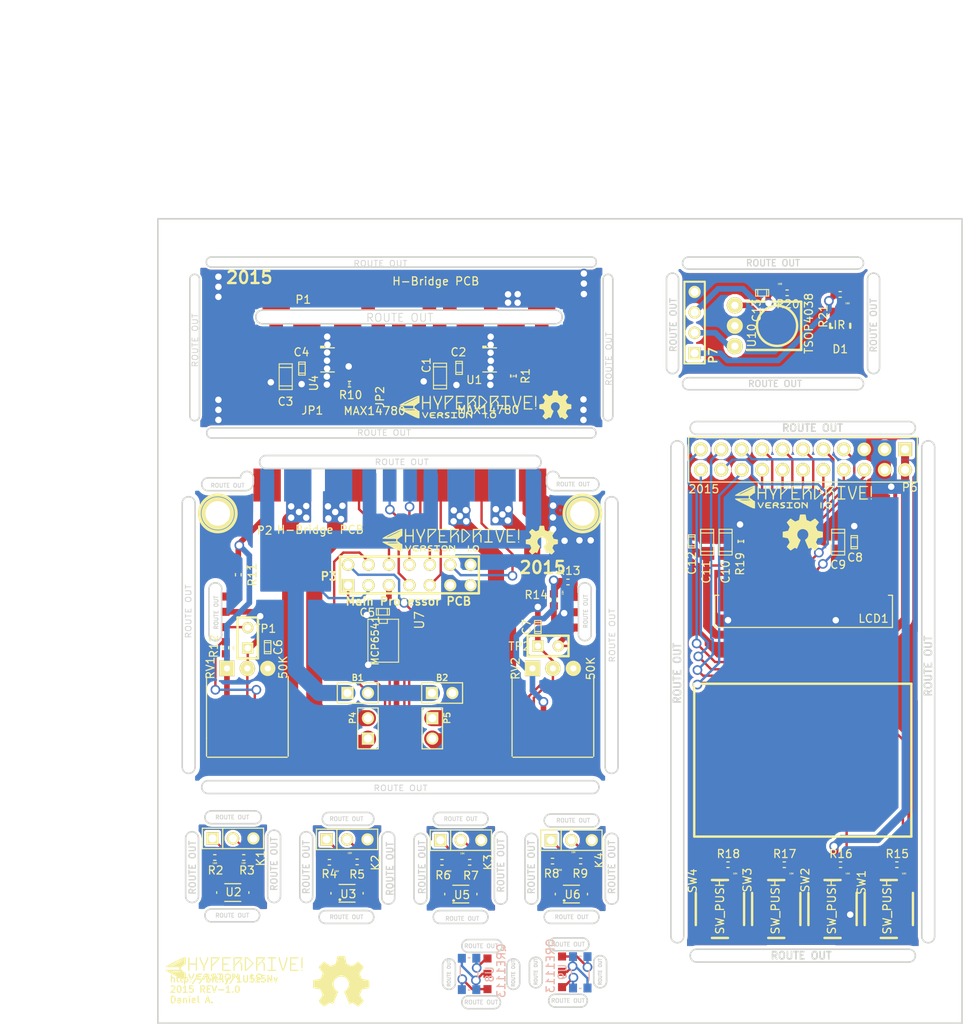
<source format=kicad_pcb>
(kicad_pcb (version 3) (host pcbnew "(2013-07-07 BZR 4022)-stable")
  (layers (15 F.Cu signal) (0 B.Cu signal) (18 B.Paste user) (19 F.Paste user) (20 B.SilkS user) (21 F.SilkS user) (22 B.Mask user) (23 F.Mask user) (28 Edge.Cuts user))
  (net 0 "")
  (net 1 +3.3V)
  (net 2 +3.3VB)
  (net 3 +3.3VC)
  (net 4 /CS#)
  (net 5 /D/C#)
  (net 6 /D0)
  (net 7 /D1)
  (net 8 /D2)
  (net 9 /D3)
  (net 10 /D4)
  (net 11 /D5)
  (net 12 /D6)
  (net 13 /D7)
  (net 14 /DIRL)
  (net 15 /DIRLA)
  (net 16 /DIRR)
  (net 17 /DIRRA)
  (net 18 /E/RD#)
  (net 19 /FAULTL)
  (net 20 /FAULTLA)
  (net 21 /FAULTR)
  (net 22 /FAULTRA)
  (net 23 /IRBDS)
  (net 24 /IRPWM)
  (net 25 /M1L)
  (net 26 /M1LA)
  (net 27 /M1R)
  (net 28 /M1RA)
  (net 29 /M2L)
  (net 30 /M2LA)
  (net 31 /M2R)
  (net 32 /M2RA)
  (net 33 /MSLA)
  (net 34 /MSRA)
  (net 35 /PWML)
  (net 36 /PWMLA)
  (net 37 /PWMR)
  (net 38 /PWMRA)
  (net 39 /R/W#)
  (net 40 /RES#)
  (net 41 /ST1)
  (net 42 /ST2)
  (net 43 /ST3)
  (net 44 /ST4)
  (net 45 /VDDA)
  (net 46 /VDDA2)
  (net 47 3V3)
  (net 48 GND)
  (net 49 GNDA)
  (net 50 GNDB)
  (net 51 GNDC)
  (net 52 N-0000010)
  (net 53 N-0000011)
  (net 54 N-0000012)
  (net 55 N-0000013)
  (net 56 N-0000014)
  (net 57 N-0000015)
  (net 58 N-0000016)
  (net 59 N-0000021)
  (net 60 N-0000022)
  (net 61 N-0000023)
  (net 62 N-0000024)
  (net 63 N-0000025)
  (net 64 N-0000030)
  (net 65 N-0000031)
  (net 66 N-0000032)
  (net 67 N-0000033)
  (net 68 N-0000034)
  (net 69 N-0000035)
  (net 70 N-0000036)
  (net 71 N-0000039)
  (net 72 N-000004)
  (net 73 N-0000040)
  (net 74 N-0000041)
  (net 75 N-000005)
  (net 76 N-0000057)
  (net 77 N-0000058)
  (net 78 VCC)
  (net 79 VDD)
  (module CON_11x2 (layer F.Cu) (at 239.3 109.2 180)
    (fp_text reference P6 (at -8.2 -2.2 180) (layer F.SilkS))
    (fp_text value "" (at 1.4 7.9 180) (layer F.SilkS))
    (pad 1 thru_hole rect (at -7.62 2.54 180) (size 1.7 1.7) (drill 1) (layers *.Cu *.Mask F.SilkS) (net 78 VCC))
    (pad 2 thru_hole circle (at -7.62 0 180) (size 1.7 1.7) (drill 1) (layers *.Cu *.Mask F.SilkS) (net 78 VCC))
    (pad 3 thru_hole circle (at -5.08 2.54 180) (size 1.7 1.7) (drill 1) (layers *.Cu *.Mask F.SilkS) (net 2 +3.3VB))
    (pad 4 thru_hole circle (at -5.08 0 180) (size 1.7 1.7) (drill 1) (layers *.Cu *.Mask F.SilkS) (net 50 GNDB))
    (pad 5 thru_hole circle (at -2.54 2.54 180) (size 1.7 1.7) (drill 1) (layers *.Cu *.Mask F.SilkS) (net 50 GNDB))
    (pad 6 thru_hole circle (at -2.54 0 180) (size 1.7 1.7) (drill 1) (layers *.Cu *.Mask F.SilkS) (net 5 /D/C#))
    (pad 7 thru_hole circle (at 0 2.54 180) (size 1.7 1.7) (drill 1) (layers *.Cu *.Mask F.SilkS) (net 39 /R/W#))
    (pad 8 thru_hole circle (at 0 0 180) (size 1.7 1.7) (drill 1) (layers *.Cu *.Mask F.SilkS) (net 18 /E/RD#))
    (pad 9 thru_hole circle (at 2.54 2.54 180) (size 1.7 1.7) (drill 1) (layers *.Cu *.Mask F.SilkS) (net 6 /D0))
    (pad 10 thru_hole circle (at 2.54 0 180) (size 1.7 1.7) (drill 1) (layers *.Cu *.Mask F.SilkS) (net 7 /D1))
    (pad 11 thru_hole circle (at 5.08 2.54 180) (size 1.7 1.7) (drill 1) (layers *.Cu *.Mask F.SilkS) (net 8 /D2))
    (pad 12 thru_hole circle (at 5.08 0 180) (size 1.7 1.7) (drill 1) (layers *.Cu *.Mask F.SilkS) (net 9 /D3))
    (pad 13 thru_hole circle (at 7.62 2.54 180) (size 1.7 1.7) (drill 1) (layers *.Cu *.Mask F.SilkS) (net 10 /D4))
    (pad 14 thru_hole circle (at 7.62 0 180) (size 1.7 1.7) (drill 1) (layers *.Cu *.Mask F.SilkS) (net 11 /D5))
    (pad 15 thru_hole circle (at 10.16 2.54 180) (size 1.7 1.7) (drill 1) (layers *.Cu *.Mask F.SilkS) (net 12 /D6))
    (pad 16 thru_hole circle (at 10.16 0 180) (size 1.7 1.7) (drill 1) (layers *.Cu *.Mask F.SilkS) (net 13 /D7))
    (pad 17 thru_hole circle (at 12.7 2.54 180) (size 1.7 1.7) (drill 1) (layers *.Cu *.Mask F.SilkS) (net 4 /CS#))
    (pad 18 thru_hole circle (at 12.7 0 180) (size 1.7 1.7) (drill 1) (layers *.Cu *.Mask F.SilkS) (net 44 /ST4))
    (pad 19 thru_hole circle (at 15.24 2.54 180) (size 1.7 1.7) (drill 1) (layers *.Cu *.Mask F.SilkS) (net 43 /ST3))
    (pad 20 thru_hole circle (at 15.24 0 180) (size 1.7 1.7) (drill 1) (layers *.Cu *.Mask F.SilkS) (net 40 /RES#))
    (pad 21 thru_hole circle (at 17.78 2.54 180) (size 1.7 1.7) (drill 1) (layers *.Cu *.Mask F.SilkS) (net 41 /ST1))
    (pad 22 thru_hole circle (at 17.78 0 180) (size 1.7 1.7) (drill 1) (layers *.Cu *.Mask F.SilkS) (net 42 /ST2))
  )
  (module c_1206 (layer F.Cu) (at 169.895 97.63 90)
    (fp_text reference C3 (at -3.09 -0.02 180) (layer F.SilkS))
    (fp_text value 10u hide)
    (pad 1 smd rect (at 1.397 0 90) (size 1.6002 1.8034) (layers F.Cu F.Paste F.Mask) (net 79 VDD))
    (pad 2 smd rect (at -1.397 0 90) (size 1.6002 1.8034) (layers F.Cu F.Paste F.Mask) (net 48 GND))
  )
  (module TDFN (layer F.Cu) (at 195.265 94.29)
    (fp_text reference U1 (at -1.92 3.73) (layer F.SilkS))
    (fp_text value MAX14780 (at -0.19 7.46) (layer F.SilkS))
    (pad 1 smd rect (at -1.475 0) (size 0.65 0.296) (layers F.Cu F.Paste F.Mask) (net 48 GND))
    (pad 2 smd rect (at -1.475 0.5) (size 0.65 0.296) (layers F.Cu F.Paste F.Mask) (net 25 /M1L))
    (pad 3 smd rect (at -1.475 1) (size 0.65 0.296) (layers F.Cu F.Paste F.Mask) (net 79 VDD))
    (pad 4 smd rect (at -1.475 1.5) (size 0.65 0.296) (layers F.Cu F.Paste F.Mask) (net 48 GND))
    (pad 5 smd rect (at -1.475 2) (size 0.65 0.296) (layers F.Cu F.Paste F.Mask) (net 35 /PWML))
    (pad 6 smd rect (at -1.475 2.5) (size 0.65 0.296) (layers F.Cu F.Paste F.Mask) (net 14 /DIRL))
    (pad 7 smd rect (at 1.475 2.5) (size 0.65 0.296) (layers F.Cu F.Paste F.Mask) (net 19 /FAULTL))
    (pad 8 smd rect (at 1.475 2) (size 0.65 0.296) (layers F.Cu F.Paste F.Mask) (net 48 GND))
    (pad 9 smd rect (at 1.475 1.5) (size 0.65 0.296) (layers F.Cu F.Paste F.Mask) (net 48 GND))
    (pad 10 smd rect (at 1.475 1) (size 0.65 0.296) (layers F.Cu F.Paste F.Mask) (net 79 VDD))
    (pad 11 smd rect (at 1.475 0.5) (size 0.65 0.296) (layers F.Cu F.Paste F.Mask) (net 29 /M2L))
    (pad 12 smd rect (at 1.475 0) (size 0.65 0.296) (layers F.Cu F.Paste F.Mask) (net 48 GND))
    (pad 15 smd rect (at 0 1.25) (size 1.7 2.5) (layers F.Cu F.Paste F.Mask) (net 48 GND))
  )
  (module Gull_Wing (layer F.Cu) (at 163.315 161.76)
    (fp_text reference U2 (at 0.086 -0.056) (layer F.SilkS))
    (fp_text value "" (at -0.635 2.54) (layer F.SilkS))
    (pad 4 smd rect (at -1.95 -0.9) (size 1.1 1) (layers F.Cu F.Paste F.Mask) (net 61 N-0000023))
    (pad 2 smd rect (at 1.95 0.9) (size 1.1 1) (layers F.Cu F.Paste F.Mask) (net 61 N-0000023))
    (pad 1 smd rect (at -1.95 0.9) (size 1.1 1) (layers F.Cu F.Paste F.Mask) (net 60 N-0000022))
    (pad 3 smd rect (at 1.95 -0.9) (size 1.1 1) (layers F.Cu F.Paste F.Mask) (net 54 N-0000012))
  )
  (module PIN_ARRAY_3X1 (layer F.Cu) (at 163.335 155.025)
    (fp_text reference K1 (at 3.44 2.475 90) (layer F.SilkS) (effects (font (size 1.016 1.016) (thickness 0.1524))))
    (fp_text value ES1 hide)
    (pad 1 thru_hole rect (at -2.54 0) (size 1.524 1.524) (drill 1.016) (layers *.Cu *.Mask F.SilkS) (net 59 N-0000021))
    (pad 2 thru_hole circle (at 0 0) (size 1.524 1.524) (drill 1.016) (layers *.Cu *.Mask F.SilkS) (net 54 N-0000012))
    (pad 3 thru_hole circle (at 2.54 0) (size 1.524 1.524) (drill 1.016) (layers *.Cu *.Mask F.SilkS) (net 61 N-0000023))
  )
  (module PIN_ARRAY_3X1 (layer F.Cu) (at 205.425 155.25)
    (fp_text reference K4 (at 3.5 2.5 90) (layer F.SilkS) (effects (font (size 1.016 1.016) (thickness 0.1524))))
    (fp_text value ES4 hide)
    (pad 1 thru_hole rect (at -2.54 0) (size 1.524 1.524) (drill 1.016) (layers *.Cu *.Mask F.SilkS) (net 68 N-0000034))
    (pad 2 thru_hole circle (at 0 0) (size 1.524 1.524) (drill 1.016) (layers *.Cu *.Mask F.SilkS) (net 63 N-0000025))
    (pad 3 thru_hole circle (at 2.54 0) (size 1.524 1.524) (drill 1.016) (layers *.Cu *.Mask F.SilkS) (net 62 N-0000024))
  )
  (module PIN_ARRAY_3X1 (layer F.Cu) (at 191.675 155.25)
    (fp_text reference K3 (at 3.4 2.75 90) (layer F.SilkS) (effects (font (size 1.016 1.016) (thickness 0.1524))))
    (fp_text value ES3 hide)
    (pad 1 thru_hole rect (at -2.54 0) (size 1.524 1.524) (drill 1.016) (layers *.Cu *.Mask F.SilkS) (net 55 N-0000013))
    (pad 2 thru_hole circle (at 0 0) (size 1.524 1.524) (drill 1.016) (layers *.Cu *.Mask F.SilkS) (net 58 N-0000016))
    (pad 3 thru_hole circle (at 2.54 0) (size 1.524 1.524) (drill 1.016) (layers *.Cu *.Mask F.SilkS) (net 57 N-0000015))
  )
  (module PIN_ARRAY_3X1 (layer F.Cu) (at 177.525 155.15)
    (fp_text reference K2 (at 3.55 2.9 90) (layer F.SilkS) (effects (font (size 1.016 1.016) (thickness 0.1524))))
    (fp_text value ES2 hide)
    (pad 1 thru_hole rect (at -2.54 0) (size 1.524 1.524) (drill 1.016) (layers *.Cu *.Mask F.SilkS) (net 64 N-0000030))
    (pad 2 thru_hole circle (at 0 0) (size 1.524 1.524) (drill 1.016) (layers *.Cu *.Mask F.SilkS) (net 67 N-0000033))
    (pad 3 thru_hole circle (at 2.54 0) (size 1.524 1.524) (drill 1.016) (layers *.Cu *.Mask F.SilkS) (net 66 N-0000032))
  )
  (module Gull_Wing (layer F.Cu) (at 191.675 161.95)
    (fp_text reference U5 (at 0.15 0.1) (layer F.SilkS))
    (fp_text value "" (at -0.225 4.85) (layer F.SilkS))
    (pad 4 smd rect (at -1.95 -0.9) (size 1.1 1) (layers F.Cu F.Paste F.Mask) (net 57 N-0000015))
    (pad 2 smd rect (at 1.95 0.9) (size 1.1 1) (layers F.Cu F.Paste F.Mask) (net 57 N-0000015))
    (pad 1 smd rect (at -1.95 0.9) (size 1.1 1) (layers F.Cu F.Paste F.Mask) (net 56 N-0000014))
    (pad 3 smd rect (at 1.95 -0.9) (size 1.1 1) (layers F.Cu F.Paste F.Mask) (net 58 N-0000016))
  )
  (module Gull_Wing (layer F.Cu) (at 177.525 161.85)
    (fp_text reference U3 (at 0.15 0.1) (layer F.SilkS))
    (fp_text value "" (at -0.075 4.95) (layer F.SilkS))
    (pad 4 smd rect (at -1.95 -0.9) (size 1.1 1) (layers F.Cu F.Paste F.Mask) (net 66 N-0000032))
    (pad 2 smd rect (at 1.95 0.9) (size 1.1 1) (layers F.Cu F.Paste F.Mask) (net 66 N-0000032))
    (pad 1 smd rect (at -1.95 0.9) (size 1.1 1) (layers F.Cu F.Paste F.Mask) (net 65 N-0000031))
    (pad 3 smd rect (at 1.95 -0.9) (size 1.1 1) (layers F.Cu F.Paste F.Mask) (net 67 N-0000033))
  )
  (module Gull_Wing (layer F.Cu) (at 205.425 161.95)
    (fp_text reference U6 (at 0.15 0.05) (layer F.SilkS))
    (fp_text value "" (at -0.1 2.85) (layer F.SilkS))
    (pad 4 smd rect (at -1.95 -0.9) (size 1.1 1) (layers F.Cu F.Paste F.Mask) (net 62 N-0000024))
    (pad 2 smd rect (at 1.95 0.9) (size 1.1 1) (layers F.Cu F.Paste F.Mask) (net 62 N-0000024))
    (pad 1 smd rect (at -1.95 0.9) (size 1.1 1) (layers F.Cu F.Paste F.Mask) (net 69 N-0000035))
    (pad 3 smd rect (at 1.95 -0.9) (size 1.1 1) (layers F.Cu F.Paste F.Mask) (net 63 N-0000025))
  )
  (module r_0603 (layer F.Cu) (at 189.325 158)
    (fp_text reference R6 (at 0.15 1.6) (layer F.SilkS))
    (fp_text value 160 (at 0.9 1.1) (layer F.SilkS) (effects (font (size 0.20066 0.20066) (thickness 0.04064))))
    (pad 1 smd rect (at 0.75184 0) (size 0.89916 1.00076) (layers F.Cu F.Paste F.Mask) (net 55 N-0000013))
    (pad 2 smd rect (at -0.75184 0) (size 0.89916 1.00076) (layers F.Cu F.Paste F.Mask) (net 56 N-0000014))
  )
  (module r_0603 (layer F.Cu) (at 192.775 158 180)
    (fp_text reference R7 (at -0.15 -1.65 180) (layer F.SilkS))
    (fp_text value 10K (at 0.9 1.1 180) (layer F.SilkS) (effects (font (size 0.20066 0.20066) (thickness 0.04064))))
    (pad 1 smd rect (at 0.75184 0 180) (size 0.89916 1.00076) (layers F.Cu F.Paste F.Mask) (net 55 N-0000013))
    (pad 2 smd rect (at -0.75184 0 180) (size 0.89916 1.00076) (layers F.Cu F.Paste F.Mask) (net 58 N-0000016))
  )
  (module r_0603 (layer F.Cu) (at 175.325 158)
    (fp_text reference R4 (at 0 1.45) (layer F.SilkS))
    (fp_text value 160 (at 0.9 1.1) (layer F.SilkS) (effects (font (size 0.20066 0.20066) (thickness 0.04064))))
    (pad 1 smd rect (at 0.75184 0) (size 0.89916 1.00076) (layers F.Cu F.Paste F.Mask) (net 64 N-0000030))
    (pad 2 smd rect (at -0.75184 0) (size 0.89916 1.00076) (layers F.Cu F.Paste F.Mask) (net 65 N-0000031))
  )
  (module r_0603 (layer F.Cu) (at 178.775 157.95 180)
    (fp_text reference R5 (at 0 -1.55 180) (layer F.SilkS))
    (fp_text value 10K (at 0.9 1.1 180) (layer F.SilkS) (effects (font (size 0.20066 0.20066) (thickness 0.04064))))
    (pad 1 smd rect (at 0.75184 0 180) (size 0.89916 1.00076) (layers F.Cu F.Paste F.Mask) (net 64 N-0000030))
    (pad 2 smd rect (at -0.75184 0 180) (size 0.89916 1.00076) (layers F.Cu F.Paste F.Mask) (net 67 N-0000033))
  )
  (module r_0603 (layer F.Cu) (at 203.075 157.85)
    (fp_text reference R8 (at -0.1 1.55) (layer F.SilkS))
    (fp_text value 160 (at 0.9 1.1) (layer F.SilkS) (effects (font (size 0.20066 0.20066) (thickness 0.04064))))
    (pad 1 smd rect (at 0.75184 0) (size 0.89916 1.00076) (layers F.Cu F.Paste F.Mask) (net 68 N-0000034))
    (pad 2 smd rect (at -0.75184 0) (size 0.89916 1.00076) (layers F.Cu F.Paste F.Mask) (net 69 N-0000035))
  )
  (module r_0603 (layer F.Cu) (at 206.575 157.85 180)
    (fp_text reference R9 (at 0.05 -1.55 180) (layer F.SilkS))
    (fp_text value 10K (at 0.9 1.1 180) (layer F.SilkS) (effects (font (size 0.20066 0.20066) (thickness 0.04064))))
    (pad 1 smd rect (at 0.75184 0 180) (size 0.89916 1.00076) (layers F.Cu F.Paste F.Mask) (net 68 N-0000034))
    (pad 2 smd rect (at -0.75184 0 180) (size 0.89916 1.00076) (layers F.Cu F.Paste F.Mask) (net 63 N-0000025))
  )
  (module r_0603 (layer F.Cu) (at 161.075 157.4)
    (fp_text reference R2 (at 0.1 1.6) (layer F.SilkS))
    (fp_text value 160 (at 0 0.7) (layer F.SilkS) (effects (font (size 0.20066 0.20066) (thickness 0.04064))))
    (pad 1 smd rect (at 0.75184 0) (size 0.89916 1.00076) (layers F.Cu F.Paste F.Mask) (net 59 N-0000021))
    (pad 2 smd rect (at -0.75184 0) (size 0.89916 1.00076) (layers F.Cu F.Paste F.Mask) (net 60 N-0000022))
  )
  (module r_0603 (layer F.Cu) (at 164.675 157.4 180)
    (fp_text reference R3 (at -0.4 -1.6 180) (layer F.SilkS))
    (fp_text value 10K (at 0 -0.7 180) (layer F.SilkS) (effects (font (size 0.20066 0.20066) (thickness 0.04064))))
    (pad 1 smd rect (at 0.75184 0 180) (size 0.89916 1.00076) (layers F.Cu F.Paste F.Mask) (net 59 N-0000021))
    (pad 2 smd rect (at -0.75184 0 180) (size 0.89916 1.00076) (layers F.Cu F.Paste F.Mask) (net 54 N-0000012))
  )
  (module r_0603 (layer F.Cu) (at 198.215 97.54 270)
    (fp_text reference R1 (at 0 -1.5 270) (layer F.SilkS))
    (fp_text value 10K (at 0.02 -0.01 360) (layer F.SilkS) (effects (font (size 0.20066 0.20066) (thickness 0.04064))))
    (pad 1 smd rect (at 0.75184 0 270) (size 0.89916 1.00076) (layers F.Cu F.Paste F.Mask) (net 1 +3.3V))
    (pad 2 smd rect (at -0.75184 0 270) (size 0.89916 1.00076) (layers F.Cu F.Paste F.Mask) (net 19 /FAULTL))
  )
  (module r_0603 (layer F.Cu) (at 177.825 98.55 180)
    (fp_text reference R10 (at -0.14 -1.35 180) (layer F.SilkS))
    (fp_text value 10K (at 0.02 0 270) (layer F.SilkS) (effects (font (size 0.20066 0.20066) (thickness 0.04064))))
    (pad 1 smd rect (at 0.75184 0 180) (size 0.89916 1.00076) (layers F.Cu F.Paste F.Mask) (net 1 +3.3V))
    (pad 2 smd rect (at -0.75184 0 180) (size 0.89916 1.00076) (layers F.Cu F.Paste F.Mask) (net 21 /FAULTR))
  )
  (module c_1206 (layer F.Cu) (at 189.085 97.55 90)
    (fp_text reference C1 (at 1.36 -1.69 90) (layer F.SilkS))
    (fp_text value 10u hide)
    (pad 1 smd rect (at 1.397 0 90) (size 1.6002 1.8034) (layers F.Cu F.Paste F.Mask) (net 79 VDD))
    (pad 2 smd rect (at -1.397 0 90) (size 1.6002 1.8034) (layers F.Cu F.Paste F.Mask) (net 48 GND))
  )
  (module c_0603 (layer F.Cu) (at 191.455 96.53 90)
    (fp_text reference C2 (at 1.95 -0.08 180) (layer F.SilkS))
    (fp_text value 1u hide)
    (pad 1 smd rect (at 0.75184 0 90) (size 0.89916 1.00076) (layers F.Cu F.Paste F.Mask) (net 79 VDD))
    (pad 2 smd rect (at -0.75184 0 90) (size 0.89916 1.00076) (layers F.Cu F.Paste F.Mask) (net 48 GND))
  )
  (module c_0603 (layer F.Cu) (at 171.915 96.62 90)
    (fp_text reference C4 (at 2.04 -0.06 180) (layer F.SilkS))
    (fp_text value 1u hide)
    (pad 1 smd rect (at 0.75184 0 90) (size 0.89916 1.00076) (layers F.Cu F.Paste F.Mask) (net 79 VDD))
    (pad 2 smd rect (at -0.75184 0 90) (size 0.89916 1.00076) (layers F.Cu F.Paste F.Mask) (net 48 GND))
  )
  (module TDFN (layer F.Cu) (at 175.095 94.29)
    (fp_text reference U4 (at -1.7 4.14 90) (layer F.SilkS))
    (fp_text value MAX14780 (at 5.86 7.59) (layer F.SilkS))
    (pad 1 smd rect (at -1.475 0) (size 0.65 0.296) (layers F.Cu F.Paste F.Mask) (net 48 GND))
    (pad 2 smd rect (at -1.475 0.5) (size 0.65 0.296) (layers F.Cu F.Paste F.Mask) (net 27 /M1R))
    (pad 3 smd rect (at -1.475 1) (size 0.65 0.296) (layers F.Cu F.Paste F.Mask) (net 79 VDD))
    (pad 4 smd rect (at -1.475 1.5) (size 0.65 0.296) (layers F.Cu F.Paste F.Mask) (net 48 GND))
    (pad 5 smd rect (at -1.475 2) (size 0.65 0.296) (layers F.Cu F.Paste F.Mask) (net 37 /PWMR))
    (pad 6 smd rect (at -1.475 2.5) (size 0.65 0.296) (layers F.Cu F.Paste F.Mask) (net 16 /DIRR))
    (pad 7 smd rect (at 1.475 2.5) (size 0.65 0.296) (layers F.Cu F.Paste F.Mask) (net 21 /FAULTR))
    (pad 8 smd rect (at 1.475 2) (size 0.65 0.296) (layers F.Cu F.Paste F.Mask) (net 48 GND))
    (pad 9 smd rect (at 1.475 1.5) (size 0.65 0.296) (layers F.Cu F.Paste F.Mask) (net 48 GND))
    (pad 10 smd rect (at 1.475 1) (size 0.65 0.296) (layers F.Cu F.Paste F.Mask) (net 79 VDD))
    (pad 11 smd rect (at 1.475 0.5) (size 0.65 0.296) (layers F.Cu F.Paste F.Mask) (net 31 /M2R))
    (pad 12 smd rect (at 1.475 0) (size 0.65 0.296) (layers F.Cu F.Paste F.Mask) (net 48 GND))
    (pad 15 smd rect (at 0 1.25) (size 1.7 2.5) (layers F.Cu F.Paste F.Mask) (net 48 GND))
  )
  (module HR-11 (layer F.Cu) (at 183.955 88.06)
    (fp_text reference P1 (at -11.88 -0.02) (layer F.SilkS))
    (fp_text value "H-Bridge PCB" (at 4.6 -2.3) (layer F.SilkS))
    (pad 1 smd rect (at -15.24 4.3) (size 1.7 2.5) (layers F.Cu F.Paste F.Mask) (net 79 VDD))
    (pad 5 smd rect (at -15.24 0) (size 3.4 2.5) (layers F.Cu F.Paste F.Mask) (net 1 +3.3V))
    (pad 6 smd rect (at -3.81 0) (size 1.7 2.5) (layers F.Cu F.Paste F.Mask) (net 37 /PWMR))
    (pad 7 smd rect (at 3.81 0) (size 1.7 2.5) (layers F.Cu F.Paste F.Mask) (net 16 /DIRR))
    (pad 8 smd rect (at 6.35 0) (size 1.7 2.5) (layers F.Cu F.Paste F.Mask) (net 21 /FAULTR))
    (pad 9 smd rect (at 0 4.3) (size 1.7 2.5) (layers F.Cu F.Paste F.Mask) (net 14 /DIRL))
    (pad 10 smd rect (at 2.54 4.3) (size 1.7 2.5) (layers F.Cu F.Paste F.Mask) (net 35 /PWML))
    (pad 11 smd rect (at 11.43 0) (size 1.7 2.5) (layers F.Cu F.Paste F.Mask) (net 19 /FAULTL))
    (pad 12 smd rect (at 17.78 0) (size 3.4 2.5) (layers F.Cu F.Paste F.Mask) (net 48 GND))
    (pad 13 smd rect (at -11.43 4.3) (size 3.4 2.5) (layers F.Cu F.Paste F.Mask) (net 27 /M1R))
    (pad 14 smd rect (at -6.35 4.3) (size 3.4 2.5) (layers F.Cu F.Paste F.Mask) (net 31 /M2R))
    (pad 15 smd rect (at 8.89 4.3) (size 3.4 2.5) (layers F.Cu F.Paste F.Mask) (net 25 /M1L))
    (pad 16 smd rect (at 13.97 4.3) (size 3.4 2.5) (layers F.Cu F.Paste F.Mask) (net 29 /M2L))
    (pad 2 smd rect (at -2.54 4.3) (size 1.7 2.5) (layers F.Cu F.Paste F.Mask) (net 79 VDD))
    (pad 3 smd rect (at 5.08 4.3) (size 1.7 2.5) (layers F.Cu F.Paste F.Mask) (net 79 VDD))
    (pad 4 smd rect (at 17.78 4.3) (size 1.7 2.5) (layers F.Cu F.Paste F.Mask) (net 79 VDD))
  )
  (module Jump_2mm (layer F.Cu) (at 172.605 100.38)
    (fp_text reference JP1 (at 0.6 1.44) (layer F.SilkS))
    (fp_text value "" hide)
    (pad 1 smd rect (at -1 0) (size 1 1) (layers F.Cu F.Paste F.Mask) (net 1 +3.3V))
    (pad 2 smd rect (at 2 0) (size 1 1) (layers F.Cu F.Paste F.Mask) (net 1 +3.3V))
  )
  (module Jump_2mm (layer F.Cu) (at 180.175 100.53 90)
    (fp_text reference JP2 (at 0.38 1.45 90) (layer F.SilkS))
    (fp_text value "" hide)
    (pad 1 smd rect (at -1 0 90) (size 1 1) (layers F.Cu F.Paste F.Mask) (net 21 /FAULTR))
    (pad 2 smd rect (at 2 0 90) (size 1 1) (layers F.Cu F.Paste F.Mask) (net 21 /FAULTR))
  )
  (module OSHW-logo_silkscreen-front_4mm (layer F.Cu) (at 203.425 101.15)
    (fp_text reference "" hide)
    (fp_text value "" hide)
  )
  (module SO8E (layer F.Cu) (at 182.025 130.45 270)
    (fp_text reference U7 (at -2.55 -4.5 270) (layer F.SilkS) (effects (font (size 1.143 1.143) (thickness 0.1524))))
    (fp_text value MCP6541 (at 0 1.016 270) (layer F.SilkS) (effects (font (size 0.889 0.889) (thickness 0.1524))))
    (pad 8 smd rect (at -1.905 -2.667 270) (size 0.59944 1.39954) (layers F.Cu F.Paste F.Mask) (net 47 3V3))
    (pad 1 smd rect (at -1.905 2.667 270) (size 0.59944 1.39954) (layers F.Cu F.Paste F.Mask) (net 33 /MSLA))
    (pad 7 smd rect (at -0.635 -2.667 270) (size 0.59944 1.39954) (layers F.Cu F.Paste F.Mask) (net 34 /MSRA))
    (pad 6 smd rect (at 0.635 -2.667 270) (size 0.59944 1.39954) (layers F.Cu F.Paste F.Mask) (net 75 N-000005))
    (pad 5 smd rect (at 1.905 -2.667 270) (size 0.59944 1.39954) (layers F.Cu F.Paste F.Mask) (net 71 N-0000039))
    (pad 2 smd rect (at -0.635 2.667 270) (size 0.59944 1.39954) (layers F.Cu F.Paste F.Mask) (net 53 N-0000011))
    (pad 3 smd rect (at 0.635 2.667 270) (size 0.59944 1.39954) (layers F.Cu F.Paste F.Mask) (net 73 N-0000040))
    (pad 4 smd rect (at 1.905 2.667 270) (size 0.59944 1.39954) (layers F.Cu F.Paste F.Mask) (net 49 GNDA))
  )
  (module r_0603 (layer F.Cu) (at 164 122.25 90)
    (fp_text reference R11 (at 0 1.75 90) (layer F.SilkS))
    (fp_text value 160 (at 0.9 1.1 90) (layer F.SilkS) (effects (font (size 0.20066 0.20066) (thickness 0.04064))))
    (pad 1 smd rect (at 0.75184 0 90) (size 0.89916 1.00076) (layers F.Cu F.Paste F.Mask) (net 47 3V3))
    (pad 2 smd rect (at -0.75184 0 90) (size 0.89916 1.00076) (layers F.Cu F.Paste F.Mask) (net 52 N-0000010))
  )
  (module r_0603 (layer F.Cu) (at 162.45 131.325 270)
    (fp_text reference R12 (at -0.175 1.5 270) (layer F.SilkS))
    (fp_text value 10K (at 0.05 -0.95 270) (layer F.SilkS) (effects (font (size 0.20066 0.20066) (thickness 0.04064))))
    (pad 1 smd rect (at 0.75184 0 270) (size 0.89916 1.00076) (layers F.Cu F.Paste F.Mask) (net 47 3V3))
    (pad 2 smd rect (at -0.75184 0 270) (size 0.89916 1.00076) (layers F.Cu F.Paste F.Mask) (net 53 N-0000011))
  )
  (module r_0603 (layer F.Cu) (at 205 123.15 180)
    (fp_text reference R13 (at -0.1 1.4 180) (layer F.SilkS))
    (fp_text value 160 (at 0.9 1.1 180) (layer F.SilkS) (effects (font (size 0.20066 0.20066) (thickness 0.04064))))
    (pad 1 smd rect (at 0.75184 0 180) (size 0.89916 1.00076) (layers F.Cu F.Paste F.Mask) (net 47 3V3))
    (pad 2 smd rect (at -0.75184 0 180) (size 0.89916 1.00076) (layers F.Cu F.Paste F.Mask) (net 72 N-000004))
  )
  (module r_0603 (layer F.Cu) (at 203.25 125.375 90)
    (fp_text reference R14 (at 0.625 -2.2 180) (layer F.SilkS))
    (fp_text value 10K (at 0.9 1.1 90) (layer F.SilkS) (effects (font (size 0.20066 0.20066) (thickness 0.04064))))
    (pad 1 smd rect (at 0.75184 0 90) (size 0.89916 1.00076) (layers F.Cu F.Paste F.Mask) (net 47 3V3))
    (pad 2 smd rect (at -0.75184 0 90) (size 0.89916 1.00076) (layers F.Cu F.Paste F.Mask) (net 75 N-000005))
  )
  (module PIN_ARRAY_2X1 (layer F.Cu) (at 180.125 141.35 90)
    (fp_text reference P4 (at 1.3 -1.9 90) (layer F.SilkS) (effects (font (size 0.762 0.762) (thickness 0.1524))))
    (fp_text value MR hide)
    (pad 1 thru_hole rect (at -1.27 0 90) (size 1.524 1.524) (drill 1.016) (layers *.Cu *.Mask F.SilkS) (net 28 /M1RA))
    (pad 2 thru_hole circle (at 1.27 0 90) (size 1.524 1.524) (drill 1.016) (layers *.Cu *.Mask F.SilkS) (net 32 /M2RA))
  )
  (module PIN_ARRAY_2X1 (layer F.Cu) (at 188.125 141.35 270)
    (fp_text reference P5 (at -1.3 -1.85 270) (layer F.SilkS) (effects (font (size 0.762 0.762) (thickness 0.1524))))
    (fp_text value ML hide)
    (pad 1 thru_hole rect (at -1.27 0 270) (size 1.524 1.524) (drill 1.016) (layers *.Cu *.Mask F.SilkS) (net 26 /M1LA))
    (pad 2 thru_hole circle (at 1.27 0 270) (size 1.524 1.524) (drill 1.016) (layers *.Cu *.Mask F.SilkS) (net 30 /M2LA))
  )
  (module HR-11-BTB (layer F.Cu) (at 182.825 111.1)
    (fp_text reference P2 (at -15.55 5.65) (layer F.SilkS))
    (fp_text value "H-Bridge PCB " (at -8.25 5.55) (layer F.SilkS))
    (pad 3 smd rect (at 5.08 0) (size 1.7 4.1) (layers B.Cu F.Paste F.Mask) (net 45 /VDDA))
    (pad 2 smd rect (at -2.54 0) (size 1.7 4.1) (layers B.Cu F.Paste F.Mask) (net 45 /VDDA))
    (pad 16 smd rect (at 13.97 0) (size 3.4 4.1) (layers B.Cu F.Paste F.Mask) (net 30 /M2LA))
    (pad 15 smd rect (at 8.89 0) (size 3.4 4.1) (layers B.Cu F.Paste F.Mask) (net 26 /M1LA))
    (pad 14 smd rect (at -6.35 0) (size 3.4 4.1) (layers B.Cu F.Paste F.Mask) (net 32 /M2RA))
    (pad 13 smd rect (at -11.43 0) (size 3.4 4.1) (layers B.Cu F.Paste F.Mask) (net 28 /M1RA))
    (pad 10 smd rect (at 2.54 0) (size 1.7 4.1) (layers B.Cu F.Paste F.Mask) (net 36 /PWMLA))
    (pad 9 smd rect (at 0 0) (size 1.7 4.1) (layers B.Cu F.Paste F.Mask) (net 15 /DIRLA))
    (pad 1 smd rect (at -15.24 0) (size 1.7 4.1) (layers B.Cu F.Paste F.Mask) (net 45 /VDDA))
    (pad 5 smd rect (at -15.24 0) (size 3.4 4.1) (layers F.Cu F.Paste F.Mask) (net 47 3V3))
    (pad 6 smd rect (at -3.81 0) (size 1.7 4.1) (layers F.Cu F.Paste F.Mask) (net 38 /PWMRA))
    (pad 7 smd rect (at 3.81 0) (size 1.7 4.1) (layers F.Cu F.Paste F.Mask) (net 17 /DIRRA))
    (pad 8 smd rect (at 6.35 0) (size 1.7 4.1) (layers F.Cu F.Paste F.Mask) (net 22 /FAULTRA))
    (pad 11 smd rect (at 11.43 0) (size 1.7 4.1) (layers F.Cu F.Paste F.Mask) (net 20 /FAULTLA))
    (pad 12 smd rect (at 17.78 0) (size 3.4 4.1) (layers F.Cu F.Paste F.Mask) (net 49 GNDA))
    (pad 4 smd rect (at 17.78 0) (size 1.7 4.1) (layers B.Cu F.Paste F.Mask) (net 45 /VDDA))
  )
  (module Gull_Wing (layer B.Cu) (at 192.7 171.875 270)
    (fp_text reference U8 (at 0.05 -2.55 270) (layer B.SilkS) (effects (justify mirror)))
    (fp_text value QRE1113 (at -0.4 -4 270) (layer B.SilkS) (effects (justify mirror)))
    (pad 4 smd rect (at -1.95 0.9 270) (size 1.1 1) (layers B.Cu B.Paste B.Mask) (net 49 GNDA))
    (pad 2 smd rect (at 1.95 -0.9 270) (size 1.1 1) (layers B.Cu B.Paste B.Mask) (net 49 GNDA))
    (pad 1 smd rect (at -1.95 -0.9 270) (size 1.1 1) (layers B.Cu B.Paste B.Mask) (net 52 N-0000010))
    (pad 3 smd rect (at 1.95 0.9 270) (size 1.1 1) (layers B.Cu B.Paste B.Mask) (net 53 N-0000011))
  )
  (module Gull_Wing (layer B.Cu) (at 206.525 171.675 270)
    (fp_text reference U9 (at -0.05 2.2 270) (layer B.SilkS) (effects (justify mirror)))
    (fp_text value QRE1113 (at -0.8 3.7 270) (layer B.SilkS) (effects (justify mirror)))
    (pad 4 smd rect (at -1.95 0.9 270) (size 1.1 1) (layers B.Cu B.Paste B.Mask) (net 49 GNDA))
    (pad 2 smd rect (at 1.95 -0.9 270) (size 1.1 1) (layers B.Cu B.Paste B.Mask) (net 49 GNDA))
    (pad 1 smd rect (at -1.95 -0.9 270) (size 1.1 1) (layers B.Cu B.Paste B.Mask) (net 72 N-000004))
    (pad 3 smd rect (at 1.95 0.9 270) (size 1.1 1) (layers B.Cu B.Paste B.Mask) (net 75 N-000005))
  )
  (module c_0603 (layer F.Cu) (at 181.975 126.85)
    (fp_text reference C5 (at -1.925 0.1) (layer F.SilkS))
    (fp_text value 0.1u hide)
    (pad 1 smd rect (at 0.75184 0) (size 0.89916 1.00076) (layers F.Cu F.Paste F.Mask) (net 47 3V3))
    (pad 2 smd rect (at -0.75184 0) (size 0.89916 1.00076) (layers F.Cu F.Paste F.Mask) (net 49 GNDA))
  )
  (module VR (layer F.Cu) (at 165.125 131.35)
    (fp_text reference RV1 (at -4.6 2.5 90) (layer F.SilkS))
    (fp_text value 50K (at 4.45 2.4 90) (layer F.SilkS))
    (pad 1 thru_hole rect (at -2.54 2.54) (size 1.905 1.905) (drill 0.762) (layers *.Cu *.Mask F.SilkS) (net 47 3V3))
    (pad 2 thru_hole circle (at 0 2.54) (size 1.905 1.905) (drill 0.762) (layers *.Cu *.Mask F.SilkS) (net 73 N-0000040))
    (pad 3 thru_hole circle (at 2.54 2.54) (size 1.905 1.905) (drill 0.762) (layers *.Cu *.Mask F.SilkS) (net 49 GNDA))
  )
  (module VR (layer F.Cu) (at 203.125 131.35)
    (fp_text reference RV2 (at -4.65 2.55 90) (layer F.SilkS))
    (fp_text value 50K (at 4.7 2.55 90) (layer F.SilkS))
    (pad 1 thru_hole rect (at -2.54 2.54) (size 1.905 1.905) (drill 0.762) (layers *.Cu *.Mask F.SilkS) (net 47 3V3))
    (pad 2 thru_hole circle (at 0 2.54) (size 1.905 1.905) (drill 0.762) (layers *.Cu *.Mask F.SilkS) (net 71 N-0000039))
    (pad 3 thru_hole circle (at 2.54 2.54) (size 1.905 1.905) (drill 0.762) (layers *.Cu *.Mask F.SilkS) (net 49 GNDA))
  )
  (module 3PINBTB (layer F.Cu) (at 192.45 171.225 90)
    (fp_text reference "" (at 0 0 90) (layer F.SilkS))
    (fp_text value "" (at 0 1.27 90) (layer F.SilkS))
    (pad 1 smd rect (at -2.54 2.54 90) (size 1 1) (layers F.Cu F.Paste F.Mask) (net 53 N-0000011))
    (pad 2 smd rect (at -0.635 2.54 90) (size 1 1) (layers F.Cu F.Paste F.Mask) (net 49 GNDA))
    (pad 3 smd rect (at 1.27 2.54 90) (size 1 1) (layers F.Cu F.Paste F.Mask) (net 52 N-0000010))
  )
  (module 3PINBTB (layer F.Cu) (at 159.875 126.225 90)
    (fp_text reference "" (at 0 0 90) (layer F.SilkS))
    (fp_text value "" (at 0 1.27 90) (layer F.SilkS))
    (pad 1 smd rect (at -2.54 2.54 90) (size 1 1) (layers F.Cu F.Paste F.Mask) (net 53 N-0000011))
    (pad 2 smd rect (at -0.635 2.54 90) (size 1 1) (layers F.Cu F.Paste F.Mask) (net 49 GNDA))
    (pad 3 smd rect (at 1.27 2.54 90) (size 1 1) (layers F.Cu F.Paste F.Mask) (net 52 N-0000010))
  )
  (module 3PINBTB (layer F.Cu) (at 201.725 170.975 90)
    (fp_text reference "" (at 0 0 90) (layer F.SilkS))
    (fp_text value "" (at 0 1.27 90) (layer F.SilkS))
    (pad 1 smd rect (at -2.54 2.54 90) (size 1 1) (layers F.Cu F.Paste F.Mask) (net 75 N-000005))
    (pad 2 smd rect (at -0.635 2.54 90) (size 1 1) (layers F.Cu F.Paste F.Mask) (net 49 GNDA))
    (pad 3 smd rect (at 1.27 2.54 90) (size 1 1) (layers F.Cu F.Paste F.Mask) (net 72 N-000004))
  )
  (module 3PINBTB (layer F.Cu) (at 203.275 126.275 90)
    (fp_text reference "" (at 0 0 90) (layer F.SilkS))
    (fp_text value "" (at 0 1.27 90) (layer F.SilkS))
    (pad 1 smd rect (at -2.54 2.54 90) (size 1 1) (layers F.Cu F.Paste F.Mask) (net 75 N-000005))
    (pad 2 smd rect (at -0.635 2.54 90) (size 1 1) (layers F.Cu F.Paste F.Mask) (net 49 GNDA))
    (pad 3 smd rect (at 1.27 2.54 90) (size 1 1) (layers F.Cu F.Paste F.Mask) (net 72 N-000004))
  )
  (module OSHW-logo_silkscreen-front_4mm (layer F.Cu) (at 201.75 117.95)
    (fp_text reference "" hide)
    (fp_text value "" hide)
  )
  (module Hyperdrive!_F.SilkS_20mm (layer F.Cu) (at 190.35 117.95)
    (fp_text reference "" hide)
    (fp_text value "" hide)
  )
  (module Hyperdrive!_F.SilkS_20mm (layer F.Cu) (at 192.475 101.4)
    (fp_text reference "" hide)
    (fp_text value "" hide)
  )
  (module SIL-2 (layer F.Cu) (at 165.175 130.1 90)
    (fp_text reference TP1 (at 1.15 2.175 180) (layer F.SilkS))
    (fp_text value "" hide)
    (pad 1 thru_hole rect (at -1.27 0 90) (size 1.397 1.397) (drill 0.8128) (layers *.Cu *.Mask F.SilkS) (net 73 N-0000040))
    (pad 2 thru_hole circle (at 1.27 0 90) (size 1.397 1.397) (drill 0.8128) (layers *.Cu *.Mask F.SilkS) (net 53 N-0000011))
  )
  (module SIL-2 (layer F.Cu) (at 202.525 131.1)
    (fp_text reference TP2 (at -3.575 0.05) (layer F.SilkS))
    (fp_text value "" hide)
    (pad 1 thru_hole rect (at -1.27 0) (size 1.397 1.397) (drill 0.8128) (layers *.Cu *.Mask F.SilkS) (net 71 N-0000039))
    (pad 2 thru_hole circle (at 1.27 0) (size 1.397 1.397) (drill 0.8128) (layers *.Cu *.Mask F.SilkS) (net 75 N-000005))
  )
  (module 1pin (layer F.Cu) (at 161.45 114.625)
    (fp_text reference "" (at 0 -3.048) (layer F.SilkS) (effects (font (size 1.016 1.016) (thickness 0.254))))
    (fp_text value "" hide)
    (pad 1 thru_hole circle (at 0 0) (size 4.064 4.064) (drill 3.048) (layers *.Cu *.Mask F.SilkS) (net 49 GNDA))
  )
  (module 1pin (layer F.Cu) (at 206.8 114.625)
    (fp_text reference "" (at 0 -3.048) (layer F.SilkS) (effects (font (size 1.016 1.016) (thickness 0.254))))
    (fp_text value "" hide)
    (pad 1 thru_hole circle (at 0 0) (size 4.064 4.064) (drill 3.048) (layers *.Cu *.Mask F.SilkS) (net 49 GNDA))
  )
  (module PIN_ARRAY_2X1 (layer F.Cu) (at 189.35 136.95)
    (fp_text reference B2 (at 0 -1.905) (layer F.SilkS) (effects (font (size 0.762 0.762) (thickness 0.1524))))
    (fp_text value LiPoly hide)
    (pad 1 thru_hole rect (at -1.27 0) (size 1.524 1.524) (drill 1.016) (layers *.Cu *.Mask F.SilkS) (net 46 /VDDA2))
    (pad 2 thru_hole circle (at 1.27 0) (size 1.524 1.524) (drill 1.016) (layers *.Cu *.Mask F.SilkS) (net 49 GNDA))
  )
  (module PIN_ARRAY_2X1 (layer F.Cu) (at 178.85 136.95)
    (fp_text reference B1 (at 0 -1.905) (layer F.SilkS) (effects (font (size 0.762 0.762) (thickness 0.1524))))
    (fp_text value LiPoly hide)
    (pad 1 thru_hole rect (at -1.27 0) (size 1.524 1.524) (drill 1.016) (layers *.Cu *.Mask F.SilkS) (net 45 /VDDA))
    (pad 2 thru_hole circle (at 1.27 0) (size 1.524 1.524) (drill 1.016) (layers *.Cu *.Mask F.SilkS) (net 46 /VDDA2))
  )
  (module c_0603 (layer F.Cu) (at 167.65 131.25 90)
    (fp_text reference C6 (at 0 1.3 90) (layer F.SilkS))
    (fp_text value 100n hide)
    (pad 1 smd rect (at 0.75184 0 90) (size 0.89916 1.00076) (layers F.Cu F.Paste F.Mask) (net 73 N-0000040))
    (pad 2 smd rect (at -0.75184 0 90) (size 0.89916 1.00076) (layers F.Cu F.Paste F.Mask) (net 49 GNDA))
  )
  (module c_0603 (layer F.Cu) (at 201.25 128.75 270)
    (fp_text reference C7 (at 0 1.4 270) (layer F.SilkS))
    (fp_text value 100n hide)
    (pad 1 smd rect (at 0.75184 0 270) (size 0.89916 1.00076) (layers F.Cu F.Paste F.Mask) (net 71 N-0000039))
    (pad 2 smd rect (at -0.75184 0 270) (size 0.89916 1.00076) (layers F.Cu F.Paste F.Mask) (net 49 GNDA))
  )
  (module pin_array_7x2 (layer F.Cu) (at 186.55 122.275)
    (fp_text reference P3 (at -11.3 0.175) (layer F.SilkS) (effects (font (size 1.016 1.016) (thickness 0.2032))))
    (fp_text value "Main Processor PCB" (at -1.4 3.275) (layer F.SilkS) (effects (font (size 1.016 1.016) (thickness 0.2032))))
    (pad 1 thru_hole rect (at -8.89 1.27) (size 1.524 1.524) (drill 1.016) (layers *.Cu *.Mask F.SilkS) (net 33 /MSLA))
    (pad 2 thru_hole circle (at -8.89 -1.27) (size 1.524 1.524) (drill 1.016) (layers *.Cu *.Mask F.SilkS) (net 34 /MSRA))
    (pad 3 thru_hole circle (at -6.35 1.27) (size 1.524 1.524) (drill 1.016) (layers *.Cu *.Mask F.SilkS) (net 45 /VDDA))
    (pad 4 thru_hole circle (at -6.35 -1.27) (size 1.524 1.524) (drill 1.016) (layers *.Cu *.Mask F.SilkS) (net 46 /VDDA2))
    (pad 5 thru_hole circle (at -3.81 1.27) (size 1.524 1.524) (drill 1.016) (layers *.Cu *.Mask F.SilkS) (net 47 3V3))
    (pad 6 thru_hole circle (at -3.81 -1.27) (size 1.524 1.524) (drill 1.016) (layers *.Cu *.Mask F.SilkS) (net 38 /PWMRA))
    (pad 7 thru_hole circle (at -1.27 1.27) (size 1.524 1.524) (drill 1.016) (layers *.Cu *.Mask F.SilkS) (net 15 /DIRLA))
    (pad 8 thru_hole circle (at -1.27 -1.27) (size 1.524 1.524) (drill 1.016) (layers *.Cu *.Mask F.SilkS) (net 36 /PWMLA))
    (pad 9 thru_hole circle (at 1.27 1.27) (size 1.524 1.524) (drill 1.016) (layers *.Cu *.Mask F.SilkS) (net 22 /FAULTRA))
    (pad 10 thru_hole circle (at 1.27 -1.27) (size 1.524 1.524) (drill 1.016) (layers *.Cu *.Mask F.SilkS) (net 17 /DIRRA))
    (pad 11 thru_hole circle (at 3.81 1.27) (size 1.524 1.524) (drill 1.016) (layers *.Cu *.Mask F.SilkS) (net 49 GNDA))
    (pad 12 thru_hole circle (at 3.81 -1.27) (size 1.524 1.524) (drill 1.016) (layers *.Cu *.Mask F.SilkS) (net 20 /FAULTLA))
    (pad 13 thru_hole circle (at 6.35 1.27) (size 1.524 1.524) (drill 1.016) (layers *.Cu *.Mask F.SilkS) (net 49 GNDA))
    (pad 14 thru_hole circle (at 6.35 -1.27) (size 1.524 1.524) (drill 1.016) (layers *.Cu *.Mask F.SilkS) (net 49 GNDA))
  )
  (module TSOP4038 (layer F.Cu) (at 225.75 91.3 90)
    (fp_text reference U10 (at -1.2 2.1 90) (layer F.SilkS))
    (fp_text value TSOP4038 (at 0.3 9.2 90) (layer F.SilkS))
    (pad 1 thru_hole circle (at -2.54 0 90) (size 2 2) (drill 0.9) (layers *.Cu *.Mask F.SilkS) (net 23 /IRBDS))
    (pad 2 thru_hole circle (at 0 0 90) (size 2 2) (drill 0.9) (layers *.Cu *.Mask F.SilkS) (net 51 GNDC))
    (pad 3 thru_hole circle (at 2.54 0 90) (size 2 2) (drill 0.9) (layers *.Cu *.Mask F.SilkS) (net 74 N-0000041))
  )
  (module r_0603 (layer F.Cu) (at 232.25 87.2 180)
    (fp_text reference R20 (at -0.1 -1.4 180) (layer F.SilkS))
    (fp_text value 100 (at 0.9 1.1 180) (layer F.SilkS) (effects (font (size 0.20066 0.20066) (thickness 0.04064))))
    (pad 1 smd rect (at 0.75184 0 180) (size 0.89916 1.00076) (layers F.Cu F.Paste F.Mask) (net 3 +3.3VC))
    (pad 2 smd rect (at -0.75184 0 180) (size 0.89916 1.00076) (layers F.Cu F.Paste F.Mask) (net 74 N-0000041))
  )
  (module r_0603 (layer F.Cu) (at 238.85 87.4)
    (fp_text reference R21 (at -2.1 2.7 90) (layer F.SilkS))
    (fp_text value 165 (at 0.9 1.1) (layer F.SilkS) (effects (font (size 0.20066 0.20066) (thickness 0.04064))))
    (pad 1 smd rect (at 0.75184 0) (size 0.89916 1.00076) (layers F.Cu F.Paste F.Mask) (net 70 N-0000036))
    (pad 2 smd rect (at -0.75184 0) (size 0.89916 1.00076) (layers F.Cu F.Paste F.Mask) (net 24 /IRPWM))
  )
  (module PIN_ARRAY_4x1 (layer F.Cu) (at 220.75 90.9 90)
    (fp_text reference P7 (at -4.1 2.3 90) (layer F.SilkS) (effects (font (size 1.016 1.016) (thickness 0.2032))))
    (fp_text value "RIR PCB" hide)
    (pad 1 thru_hole rect (at -3.81 0 90) (size 1.524 1.524) (drill 1.016) (layers *.Cu *.Mask F.SilkS) (net 24 /IRPWM))
    (pad 2 thru_hole circle (at -1.27 0 90) (size 1.524 1.524) (drill 1.016) (layers *.Cu *.Mask F.SilkS) (net 23 /IRBDS))
    (pad 3 thru_hole circle (at 1.27 0 90) (size 1.524 1.524) (drill 1.016) (layers *.Cu *.Mask F.SilkS) (net 3 +3.3VC))
    (pad 4 thru_hole circle (at 3.81 0 90) (size 1.524 1.524) (drill 1.016) (layers *.Cu *.Mask F.SilkS) (net 51 GNDC))
  )
  (module J-Lead (layer F.Cu) (at 238.85 91.3 90)
    (fp_text reference D1 (at -2.9 0 180) (layer F.SilkS))
    (fp_text value IR (at 0.1 -0.1 180) (layer F.SilkS))
    (pad 2 smd rect (at 1.5 0 90) (size 1.5 2.6) (layers F.Cu F.Paste F.Mask) (net 70 N-0000036))
    (pad 1 smd rect (at -1.5 0 90) (size 1.5 2.6) (layers F.Cu F.Paste F.Mask) (net 51 GNDC))
  )
  (module c_0603 (layer F.Cu) (at 229.15 87.2)
    (fp_text reference C13 (at -0.7 2.2 90) (layer F.SilkS))
    (fp_text value 100n hide)
    (pad 1 smd rect (at 0.75184 0) (size 0.89916 1.00076) (layers F.Cu F.Paste F.Mask) (net 3 +3.3VC))
    (pad 2 smd rect (at -0.75184 0) (size 0.89916 1.00076) (layers F.Cu F.Paste F.Mask) (net 51 GNDC))
  )
  (module TL3342 (layer F.Cu) (at 223.9 163.8 90)
    (fp_text reference SW4 (at 3.5 -3.4 90) (layer F.SilkS))
    (fp_text value SW_PUSH (at 0.3 0 90) (layer F.SilkS))
    (pad 1 smd rect (at -3.15 1.9 90) (size 1.7 1) (layers F.Cu F.Paste F.Mask) (net 50 GNDB))
    (pad 2 smd rect (at 3.15 1.9 90) (size 1.7 1) (layers F.Cu F.Paste F.Mask) (net 44 /ST4))
    (pad 3 smd rect (at -3.15 -1.9 90) (size 1.7 1) (layers F.Cu F.Paste F.Mask))
    (pad 4 smd rect (at 3.15 -1.9 90) (size 1.7 1) (layers F.Cu F.Paste F.Mask))
  )
  (module TL3342 (layer F.Cu) (at 230.9 163.8 90)
    (fp_text reference SW3 (at 3.6 -3.6 90) (layer F.SilkS))
    (fp_text value SW_PUSH (at 0.3 -0.1 90) (layer F.SilkS))
    (pad 1 smd rect (at -3.15 1.9 90) (size 1.7 1) (layers F.Cu F.Paste F.Mask) (net 50 GNDB))
    (pad 2 smd rect (at 3.15 1.9 90) (size 1.7 1) (layers F.Cu F.Paste F.Mask) (net 43 /ST3))
    (pad 3 smd rect (at -3.15 -1.9 90) (size 1.7 1) (layers F.Cu F.Paste F.Mask))
    (pad 4 smd rect (at 3.15 -1.9 90) (size 1.7 1) (layers F.Cu F.Paste F.Mask))
  )
  (module TL3342 (layer F.Cu) (at 237.9 163.8 90)
    (fp_text reference SW2 (at 3.6 -3.4 90) (layer F.SilkS))
    (fp_text value SW_PUSH (at 0.3 -0.1 90) (layer F.SilkS))
    (pad 1 smd rect (at -3.15 1.9 90) (size 1.7 1) (layers F.Cu F.Paste F.Mask) (net 50 GNDB))
    (pad 2 smd rect (at 3.15 1.9 90) (size 1.7 1) (layers F.Cu F.Paste F.Mask) (net 42 /ST2))
    (pad 3 smd rect (at -3.15 -1.9 90) (size 1.7 1) (layers F.Cu F.Paste F.Mask))
    (pad 4 smd rect (at 3.15 -1.9 90) (size 1.7 1) (layers F.Cu F.Paste F.Mask))
  )
  (module TL3342 (layer F.Cu) (at 244.9 163.8 90)
    (fp_text reference SW1 (at 3.3 -3.4 90) (layer F.SilkS))
    (fp_text value SW_PUSH (at 0.3 -0.2 90) (layer F.SilkS))
    (pad 1 smd rect (at -3.15 1.9 90) (size 1.7 1) (layers F.Cu F.Paste F.Mask) (net 50 GNDB))
    (pad 2 smd rect (at 3.15 1.9 90) (size 1.7 1) (layers F.Cu F.Paste F.Mask) (net 41 /ST1))
    (pad 3 smd rect (at -3.15 -1.9 90) (size 1.7 1) (layers F.Cu F.Paste F.Mask))
    (pad 4 smd rect (at 3.15 -1.9 90) (size 1.7 1) (layers F.Cu F.Paste F.Mask))
  )
  (module r_0603 (layer F.Cu) (at 226.5 118.1 270)
    (fp_text reference R19 (at 2.8 0.1 270) (layer F.SilkS))
    (fp_text value 560K (at 0 0 360) (layer F.SilkS) (effects (font (size 0.20066 0.20066) (thickness 0.04064))))
    (pad 1 smd rect (at 0.75184 0 270) (size 0.89916 1.00076) (layers F.Cu F.Paste F.Mask) (net 76 N-0000057))
    (pad 2 smd rect (at -0.75184 0 270) (size 0.89916 1.00076) (layers F.Cu F.Paste F.Mask) (net 50 GNDB))
  )
  (module r_0603 (layer F.Cu) (at 224.9 158.3)
    (fp_text reference R18 (at 0.05 -1.35) (layer F.SilkS))
    (fp_text value 10K (at 0.9 1.1) (layer F.SilkS) (effects (font (size 0.20066 0.20066) (thickness 0.04064))))
    (pad 1 smd rect (at 0.75184 0) (size 0.89916 1.00076) (layers F.Cu F.Paste F.Mask) (net 44 /ST4))
    (pad 2 smd rect (at -0.75184 0) (size 0.89916 1.00076) (layers F.Cu F.Paste F.Mask) (net 2 +3.3VB))
  )
  (module r_0603 (layer F.Cu) (at 231.9 158.3)
    (fp_text reference R17 (at 0.05 -1.35) (layer F.SilkS))
    (fp_text value 10K (at 0.9 1.1) (layer F.SilkS) (effects (font (size 0.20066 0.20066) (thickness 0.04064))))
    (pad 1 smd rect (at 0.75184 0) (size 0.89916 1.00076) (layers F.Cu F.Paste F.Mask) (net 43 /ST3))
    (pad 2 smd rect (at -0.75184 0) (size 0.89916 1.00076) (layers F.Cu F.Paste F.Mask) (net 2 +3.3VB))
  )
  (module r_0603 (layer F.Cu) (at 238.9 158.3)
    (fp_text reference R16 (at 0.05 -1.35) (layer F.SilkS))
    (fp_text value 10K (at 0.9 1.1) (layer F.SilkS) (effects (font (size 0.20066 0.20066) (thickness 0.04064))))
    (pad 1 smd rect (at 0.75184 0) (size 0.89916 1.00076) (layers F.Cu F.Paste F.Mask) (net 42 /ST2))
    (pad 2 smd rect (at -0.75184 0) (size 0.89916 1.00076) (layers F.Cu F.Paste F.Mask) (net 2 +3.3VB))
  )
  (module r_0603 (layer F.Cu) (at 245.9 158.3)
    (fp_text reference R15 (at 0.05 -1.35) (layer F.SilkS))
    (fp_text value 10K (at 0.9 1.1) (layer F.SilkS) (effects (font (size 0.20066 0.20066) (thickness 0.04064))))
    (pad 1 smd rect (at 0.75184 0) (size 0.89916 1.00076) (layers F.Cu F.Paste F.Mask) (net 41 /ST1))
    (pad 2 smd rect (at -0.75184 0) (size 0.89916 1.00076) (layers F.Cu F.Paste F.Mask) (net 2 +3.3VB))
  )
  (module DP (layer F.Cu) (at 234.65 124.8 180)
    (fp_text reference LCD1 (at -8.35 -2.9 180) (layer F.SilkS))
    (fp_text value 128X64_LCD hide)
    (pad 1 smd rect (at -9.8 0 180) (size 0.4 4) (layers F.Cu F.Paste F.Mask))
    (pad 2 smd rect (at -9.1 0 180) (size 0.4 4) (layers F.Cu F.Paste F.Mask))
    (pad 3 smd rect (at -8.4 0 180) (size 0.4 4) (layers F.Cu F.Paste F.Mask))
    (pad 4 smd rect (at -7.7 0 180) (size 0.4 4) (layers F.Cu F.Paste F.Mask))
    (pad 5 smd rect (at -7 0 180) (size 0.4 4) (layers F.Cu F.Paste F.Mask))
    (pad 6 smd rect (at -6.3 0 180) (size 0.4 4) (layers F.Cu F.Paste F.Mask) (net 2 +3.3VB))
    (pad 7 smd rect (at -5.6 0 180) (size 0.4 4) (layers F.Cu F.Paste F.Mask))
    (pad 8 smd rect (at -4.9 0 180) (size 0.4 4) (layers F.Cu F.Paste F.Mask) (net 50 GNDB))
    (pad 9 smd rect (at -4.2 0 180) (size 0.4 4) (layers F.Cu F.Paste F.Mask) (net 2 +3.3VB))
    (pad 10 smd rect (at -3.5 0 180) (size 0.4 4) (layers F.Cu F.Paste F.Mask) (net 50 GNDB))
    (pad 11 smd rect (at -2.8 0 180) (size 0.4 4) (layers F.Cu F.Paste F.Mask) (net 50 GNDB))
    (pad 12 smd rect (at -2.1 0 180) (size 0.4 4) (layers F.Cu F.Paste F.Mask) (net 2 +3.3VB))
    (pad 13 smd rect (at -1.4 0 180) (size 0.4 4) (layers F.Cu F.Paste F.Mask) (net 4 /CS#))
    (pad 14 smd rect (at -0.7 0 180) (size 0.4 4) (layers F.Cu F.Paste F.Mask) (net 40 /RES#))
    (pad 15 smd rect (at 0 0 180) (size 0.4 4) (layers F.Cu F.Paste F.Mask) (net 5 /D/C#))
    (pad 16 smd rect (at 0.7 0 180) (size 0.4 4) (layers F.Cu F.Paste F.Mask) (net 39 /R/W#))
    (pad 17 smd rect (at 1.4 0 180) (size 0.4 4) (layers F.Cu F.Paste F.Mask) (net 18 /E/RD#))
    (pad 18 smd rect (at 2.1 0 180) (size 0.4 4) (layers F.Cu F.Paste F.Mask) (net 6 /D0))
    (pad 19 smd rect (at 2.8 0 180) (size 0.4 4) (layers F.Cu F.Paste F.Mask) (net 7 /D1))
    (pad 20 smd rect (at 3.5 0 180) (size 0.4 4) (layers F.Cu F.Paste F.Mask) (net 8 /D2))
    (pad 21 smd rect (at 4.2 0 180) (size 0.4 4) (layers F.Cu F.Paste F.Mask) (net 9 /D3))
    (pad 22 smd rect (at 4.9 0 180) (size 0.4 4) (layers F.Cu F.Paste F.Mask) (net 10 /D4))
    (pad 23 smd rect (at 5.6 0 180) (size 0.4 4) (layers F.Cu F.Paste F.Mask) (net 11 /D5))
    (pad 24 smd rect (at 6.3 0 180) (size 0.4 4) (layers F.Cu F.Paste F.Mask) (net 12 /D6))
    (pad 25 smd rect (at 7 0 180) (size 0.4 4) (layers F.Cu F.Paste F.Mask) (net 13 /D7))
    (pad 26 smd rect (at 7.7 0 180) (size 0.4 4) (layers F.Cu F.Paste F.Mask) (net 76 N-0000057))
    (pad 27 smd rect (at 8.4 0 180) (size 0.4 4) (layers F.Cu F.Paste F.Mask) (net 77 N-0000058))
    (pad 28 smd rect (at 9.1 0 180) (size 0.4 4) (layers F.Cu F.Paste F.Mask) (net 78 VCC))
    (pad 29 smd rect (at 9.8 0 180) (size 0.4 4) (layers F.Cu F.Paste F.Mask) (net 50 GNDB))
    (pad 30 smd rect (at 10.5 0 180) (size 0.4 4) (layers F.Cu F.Paste F.Mask))
  )
  (module c_1206 (layer F.Cu) (at 222.3 118.2 270)
    (fp_text reference C11 (at 3.7 0.1 270) (layer F.SilkS))
    (fp_text value 2.2u hide)
    (pad 1 smd rect (at 1.397 0 270) (size 1.6002 1.8034) (layers F.Cu F.Paste F.Mask) (net 78 VCC))
    (pad 2 smd rect (at -1.397 0 270) (size 1.6002 1.8034) (layers F.Cu F.Paste F.Mask) (net 50 GNDB))
  )
  (module c_1206 (layer F.Cu) (at 224.6 118.2 270)
    (fp_text reference C10 (at 3.7 0 270) (layer F.SilkS))
    (fp_text value 4.7u hide)
    (pad 1 smd rect (at 1.397 0 270) (size 1.6002 1.8034) (layers F.Cu F.Paste F.Mask) (net 77 N-0000058))
    (pad 2 smd rect (at -1.397 0 270) (size 1.6002 1.8034) (layers F.Cu F.Paste F.Mask) (net 50 GNDB))
  )
  (module c_1206 (layer F.Cu) (at 238.6 118.2 270)
    (fp_text reference C9 (at 2.8 0 360) (layer F.SilkS))
    (fp_text value 2.2u hide)
    (pad 1 smd rect (at 1.397 0 270) (size 1.6002 1.8034) (layers F.Cu F.Paste F.Mask) (net 2 +3.3VB))
    (pad 2 smd rect (at -1.397 0 270) (size 1.6002 1.8034) (layers F.Cu F.Paste F.Mask) (net 50 GNDB))
  )
  (module c_0603 (layer F.Cu) (at 220.4 118.1 270)
    (fp_text reference C12 (at 2.7 0 270) (layer F.SilkS))
    (fp_text value 100n hide)
    (pad 1 smd rect (at 0.75184 0 270) (size 0.89916 1.00076) (layers F.Cu F.Paste F.Mask) (net 78 VCC))
    (pad 2 smd rect (at -0.75184 0 270) (size 0.89916 1.00076) (layers F.Cu F.Paste F.Mask) (net 50 GNDB))
  )
  (module c_0603 (layer F.Cu) (at 240.6 118.2 270)
    (fp_text reference C8 (at 1.9 -0.1 360) (layer F.SilkS))
    (fp_text value 100n hide)
    (pad 1 smd rect (at 0.75184 0 270) (size 0.89916 1.00076) (layers F.Cu F.Paste F.Mask) (net 2 +3.3VB))
    (pad 2 smd rect (at -0.75184 0 270) (size 0.89916 1.00076) (layers F.Cu F.Paste F.Mask) (net 50 GNDB))
  )
  (module OSHW-logo_silkscreen-front_5mm (layer F.Cu) (at 234.2 117)
    (fp_text reference "" hide)
    (fp_text value "" hide)
  )
  (module Hyperdrive!_F.SilkS_20mm (layer F.Cu) (at 234.2 112.6)
    (fp_text reference "" hide)
    (fp_text value "" hide)
  )
  (module Hyperdrive!_F.SilkS_20mm (layer F.Cu) (at 163.4 171.2)
    (fp_text reference VAL hide)
    (fp_text value REF hide)
  )
  (module OSHW-logo_silkscreen-back_7mm (layer F.Cu) (at 176.8 172.8)
    (fp_text reference G*** hide)
    (fp_text value OSHW-logo_silkscreen-back_7mm hide)
  )
  (gr_text "http://bit.ly/1U5z5Nv\n2015 REV-1.0 \nDaniel A." (at 155.4 173.8) (layer F.SilkS) (effects (font (size 0.8 0.8)) (justify left)))
  (gr_text "ROUTE OUT" (at 198.2 171.8 90) (layer Edge.Cuts) (effects (font (size 0.4 0.4) (thickness 0.1))))
  (gr_text "ROUTE OUT" (at 190.2 171.8 90) (layer Edge.Cuts) (effects (font (size 0.4 0.4) (thickness 0.1))))
  (gr_text "ROUTE OUT" (at 194.2 168.4) (layer Edge.Cuts) (effects (font (size 0.5 0.5) (thickness 0.1))))
  (gr_text "ROUTE OUT" (at 194.2 175.4) (layer Edge.Cuts) (effects (font (size 0.5 0.5) (thickness 0.1))))
  (gr_line (start 196 167.6) (end 192.6 167.6) (angle 90) (layer Edge.Cuts) (width 0.2))
  (gr_line (start 192.6 169.2) (end 196 169.2) (angle 90) (layer Edge.Cuts) (width 0.2))
  (gr_line (start 189.4 170.8) (end 189.4 173) (angle 90) (layer Edge.Cuts) (width 0.2))
  (gr_line (start 191 173) (end 191 170.8) (angle 90) (layer Edge.Cuts) (width 0.2))
  (gr_line (start 192.6 176.2) (end 195.8 176.2) (angle 90) (layer Edge.Cuts) (width 0.2))
  (gr_line (start 195.8 174.6) (end 192.6 174.6) (angle 90) (layer Edge.Cuts) (width 0.2))
  (gr_line (start 199 170.8) (end 199 173) (angle 90) (layer Edge.Cuts) (width 0.2))
  (gr_line (start 197.4 173) (end 197.4 170.8) (angle 90) (layer Edge.Cuts) (width 0.2))
  (gr_arc (start 192.6 168.4) (end 191.8 168.4) (angle 90) (layer Edge.Cuts) (width 0.2))
  (gr_arc (start 192.6 168.4) (end 192.6 169.2) (angle 90) (layer Edge.Cuts) (width 0.2))
  (gr_arc (start 190.2 170.8) (end 189.4 170.8) (angle 90) (layer Edge.Cuts) (width 0.2))
  (gr_arc (start 190.2 170.8) (end 190.2 170) (angle 90) (layer Edge.Cuts) (width 0.2))
  (gr_arc (start 190.2 173) (end 190.2 173.8) (angle 90) (layer Edge.Cuts) (width 0.2))
  (gr_arc (start 190.2 173) (end 191 173) (angle 90) (layer Edge.Cuts) (width 0.2))
  (gr_arc (start 192.6 175.4) (end 192.6 176.2) (angle 90) (layer Edge.Cuts) (width 0.2))
  (gr_arc (start 192.6 175.4) (end 191.8 175.4) (angle 90) (layer Edge.Cuts) (width 0.2))
  (gr_arc (start 195.8 175.4) (end 196.6 175.4) (angle 90) (layer Edge.Cuts) (width 0.2))
  (gr_arc (start 195.8 175.4) (end 195.8 174.6) (angle 90) (layer Edge.Cuts) (width 0.2))
  (gr_arc (start 198.2 173) (end 199 173) (angle 90) (layer Edge.Cuts) (width 0.2))
  (gr_arc (start 198.2 173) (end 198.2 173.8) (angle 90) (layer Edge.Cuts) (width 0.2))
  (gr_arc (start 198.2 170.8) (end 198.2 170) (angle 90) (layer Edge.Cuts) (width 0.2))
  (gr_arc (start 198.2 170.8) (end 197.4 170.8) (angle 90) (layer Edge.Cuts) (width 0.2))
  (gr_arc (start 196 168.4) (end 196 167.6) (angle 90) (layer Edge.Cuts) (width 0.2))
  (gr_arc (start 196 168.4) (end 196.8 168.4) (angle 90) (layer Edge.Cuts) (width 0.2))
  (gr_text "ROUTE OUT" (at 209 171.6 90) (layer Edge.Cuts) (effects (font (size 0.4 0.4) (thickness 0.1))))
  (gr_text "ROUTE OUT" (at 201 171.6 90) (layer Edge.Cuts) (effects (font (size 0.4 0.4) (thickness 0.1))))
  (gr_text "ROUTE OUT" (at 205 175.2) (layer Edge.Cuts) (effects (font (size 0.5 0.5) (thickness 0.1))))
  (gr_text "ROUTE OUT" (at 205 168.2) (layer Edge.Cuts) (effects (font (size 0.5 0.5) (thickness 0.1))))
  (gr_line (start 206.6 176) (end 203.4 176) (angle 90) (layer Edge.Cuts) (width 0.2))
  (gr_line (start 203.4 174.4) (end 206.6 174.4) (angle 90) (layer Edge.Cuts) (width 0.2))
  (gr_line (start 209.8 170.4) (end 209.8 172.8) (angle 90) (layer Edge.Cuts) (width 0.2))
  (gr_line (start 208.2 170.4) (end 208.2 172.8) (angle 90) (layer Edge.Cuts) (width 0.2))
  (gr_line (start 206.8 167.4) (end 203.4 167.4) (angle 90) (layer Edge.Cuts) (width 0.2))
  (gr_line (start 203.4 169) (end 206.8 169) (angle 90) (layer Edge.Cuts) (width 0.2))
  (gr_line (start 200.2 170.6) (end 200.2 172.8) (angle 90) (layer Edge.Cuts) (width 0.2))
  (gr_line (start 201.8 170.6) (end 201.8 172.8) (angle 90) (layer Edge.Cuts) (width 0.2))
  (gr_arc (start 203.4 168.2) (end 202.6 168.2) (angle 90) (layer Edge.Cuts) (width 0.2))
  (gr_arc (start 203.4 168.2) (end 203.4 169) (angle 90) (layer Edge.Cuts) (width 0.2))
  (gr_arc (start 201 170.6) (end 200.2 170.6) (angle 90) (layer Edge.Cuts) (width 0.2))
  (gr_arc (start 201 170.6) (end 201 169.8) (angle 90) (layer Edge.Cuts) (width 0.2))
  (gr_arc (start 201 172.8) (end 201 173.6) (angle 90) (layer Edge.Cuts) (width 0.2))
  (gr_arc (start 201 172.8) (end 201.8 172.8) (angle 90) (layer Edge.Cuts) (width 0.2))
  (gr_arc (start 203.4 175.2) (end 203.4 176) (angle 90) (layer Edge.Cuts) (width 0.2))
  (gr_arc (start 203.4 175.2) (end 202.6 175.2) (angle 90) (layer Edge.Cuts) (width 0.2))
  (gr_arc (start 206.6 175.2) (end 207.4 175.2) (angle 90) (layer Edge.Cuts) (width 0.2))
  (gr_arc (start 206.6 175.2) (end 206.6 174.4) (angle 90) (layer Edge.Cuts) (width 0.2))
  (gr_arc (start 209 172.8) (end 209.8 172.8) (angle 90) (layer Edge.Cuts) (width 0.2))
  (gr_arc (start 209 172.8) (end 209 173.6) (angle 90) (layer Edge.Cuts) (width 0.2))
  (gr_arc (start 209 170.4) (end 209 169.6) (angle 90) (layer Edge.Cuts) (width 0.2))
  (gr_arc (start 209 170.4) (end 208.2 170.4) (angle 90) (layer Edge.Cuts) (width 0.2))
  (gr_arc (start 206.8 168.2) (end 206.8 167.4) (angle 90) (layer Edge.Cuts) (width 0.2))
  (gr_arc (start 206.8 168.2) (end 207.6 168.2) (angle 90) (layer Edge.Cuts) (width 0.2))
  (gr_line (start 254 178) (end 254 78) (angle 90) (layer Edge.Cuts) (width 0.2))
  (gr_line (start 154 178) (end 254 178) (angle 90) (layer Edge.Cuts) (width 0.2))
  (gr_line (start 154 78) (end 154 178) (angle 90) (layer Edge.Cuts) (width 0.2))
  (gr_line (start 154 78) (end 254 78) (angle 90) (layer Edge.Cuts) (width 0.2))
  (gr_text "ROUTE OUT" (at 161.25 126.95 90) (layer Edge.Cuts) (effects (font (size 0.5 0.5) (thickness 0.1))))
  (gr_text "ROUTE OUT" (at 207.2 126.8 90) (layer Edge.Cuts) (effects (font (size 0.5 0.5) (thickness 0.1))))
  (gr_arc (start 207.1 124.05) (end 207.1 123.25) (angle 90) (layer Edge.Cuts) (width 0.2))
  (gr_arc (start 207.1 124.05) (end 206.3 124.05) (angle 90) (layer Edge.Cuts) (width 0.2))
  (gr_arc (start 207.1 129.65) (end 207.9 129.65) (angle 90) (layer Edge.Cuts) (width 0.2))
  (gr_arc (start 207.1 129.65) (end 207.05 130.45) (angle 90) (layer Edge.Cuts) (width 0.2))
  (gr_arc (start 161.15 124.05) (end 161.15 123.25) (angle 90) (layer Edge.Cuts) (width 0.2))
  (gr_arc (start 161.15 124.05) (end 160.35 124.05) (angle 90) (layer Edge.Cuts) (width 0.2))
  (gr_arc (start 161.15 129.65) (end 161.15 130.45) (angle 90) (layer Edge.Cuts) (width 0.2))
  (gr_arc (start 161.15 129.65) (end 161.95 129.65) (angle 90) (layer Edge.Cuts) (width 0.2))
  (gr_text "ROUTE OUT" (at 184.175 148.775) (layer Edge.Cuts) (effects (font (size 0.7 0.8) (thickness 0.1))))
  (gr_text "ROUTE OUT" (at 210.5 129.8 90) (layer Edge.Cuts) (effects (font (size 0.7 0.8) (thickness 0.1))))
  (gr_text "ROUTE OUT" (at 157.8 126.8 90) (layer Edge.Cuts) (effects (font (size 0.7 0.8) (thickness 0.1))))
  (gr_text "ROUTE OUT" (at 184.325 108.25) (layer Edge.Cuts) (effects (font (size 0.7 0.8) (thickness 0.1))))
  (gr_text "ROUTE OUT" (at 162.675 111.15) (layer Edge.Cuts) (effects (font (size 0.5 0.5) (thickness 0.1))))
  (gr_text "ROUTE OUT" (at 205.625 111) (layer Edge.Cuts) (effects (font (size 0.5 0.5) (thickness 0.1))))
  (gr_line (start 202.325 110.8) (end 202.325 110.2) (angle 90) (layer Edge.Cuts) (width 0.2))
  (gr_line (start 200.85 107.425) (end 167.45 107.425) (angle 90) (layer Edge.Cuts) (width 0.2))
  (gr_line (start 167.45 109.05) (end 200.85 109.05) (angle 90) (layer Edge.Cuts) (width 0.2))
  (gr_line (start 165.875 110.75) (end 165.875 110.2) (angle 90) (layer Edge.Cuts) (width 0.2))
  (gr_line (start 164.925 111.8) (end 160.25 111.8) (angle 90) (layer Edge.Cuts) (width 0.2))
  (gr_line (start 160.25 110.2) (end 164.275 110.2) (angle 90) (layer Edge.Cuts) (width 0.2))
  (gr_line (start 157.025 113.35) (end 157.025 146.125) (angle 90) (layer Edge.Cuts) (width 0.2))
  (gr_line (start 158.625 146.15) (end 158.625 113.35) (angle 90) (layer Edge.Cuts) (width 0.2))
  (gr_line (start 160.25 149.45) (end 208.05 149.45) (angle 90) (layer Edge.Cuts) (width 0.2))
  (gr_line (start 208.05 147.85) (end 160.25 147.85) (angle 90) (layer Edge.Cuts) (width 0.2))
  (gr_line (start 211.22 146.15) (end 211.22 113.35) (angle 90) (layer Edge.Cuts) (width 0.2))
  (gr_line (start 209.625 113.35) (end 209.625 146.15) (angle 90) (layer Edge.Cuts) (width 0.2))
  (gr_line (start 208.05 110.2) (end 203.925 110.2) (angle 90) (layer Edge.Cuts) (width 0.2))
  (gr_line (start 203.325 111.8) (end 208.05 111.8) (angle 90) (layer Edge.Cuts) (width 0.2))
  (gr_arc (start 203.125 110.2) (end 203.125 109.4) (angle 90) (layer Edge.Cuts) (width 0.2))
  (gr_arc (start 203.125 110.2) (end 202.325 110.2) (angle 90) (layer Edge.Cuts) (width 0.2))
  (gr_arc (start 208.05 111) (end 208.05 110.2) (angle 90) (layer Edge.Cuts) (width 0.2))
  (gr_arc (start 208.05 111) (end 208.85 111) (angle 90) (layer Edge.Cuts) (width 0.2))
  (gr_arc (start 200.85 108.225) (end 200.85 107.425) (angle 90) (layer Edge.Cuts) (width 0.2))
  (gr_arc (start 200.85 108.25) (end 201.65 108.25) (angle 90) (layer Edge.Cuts) (width 0.2))
  (gr_arc (start 167.45 108.225) (end 166.65 108.225) (angle 90) (layer Edge.Cuts) (width 0.2))
  (gr_arc (start 167.45 108.25) (end 167.45 109.05) (angle 90) (layer Edge.Cuts) (width 0.2))
  (gr_arc (start 165.075 110.2) (end 164.275 110.2) (angle 90) (layer Edge.Cuts) (width 0.2))
  (gr_arc (start 165.075 110.2) (end 165.075 109.4) (angle 90) (layer Edge.Cuts) (width 0.2))
  (gr_arc (start 160.25 111) (end 159.45 111) (angle 90) (layer Edge.Cuts) (width 0.2))
  (gr_arc (start 160.25 111) (end 160.25 111.8) (angle 90) (layer Edge.Cuts) (width 0.2))
  (gr_arc (start 157.825 113.35) (end 157.025 113.35) (angle 90) (layer Edge.Cuts) (width 0.2))
  (gr_arc (start 157.825 113.35) (end 157.825 112.55) (angle 90) (layer Edge.Cuts) (width 0.2))
  (gr_arc (start 157.825 146.15) (end 157.825 146.95) (angle 90) (layer Edge.Cuts) (width 0.2))
  (gr_arc (start 157.825 146.15) (end 158.625 146.15) (angle 90) (layer Edge.Cuts) (width 0.2))
  (gr_arc (start 160.25 148.65) (end 160.25 149.45) (angle 90) (layer Edge.Cuts) (width 0.2))
  (gr_arc (start 160.25 148.65) (end 159.45 148.65) (angle 90) (layer Edge.Cuts) (width 0.2))
  (gr_arc (start 208.05 148.65) (end 208.85 148.65) (angle 90) (layer Edge.Cuts) (width 0.2))
  (gr_arc (start 208.05 148.65) (end 208.05 147.85) (angle 90) (layer Edge.Cuts) (width 0.2))
  (gr_arc (start 210.42 146.15) (end 211.22 146.15) (angle 90) (layer Edge.Cuts) (width 0.2))
  (gr_arc (start 210.42 146.15) (end 210.42 146.95) (angle 90) (layer Edge.Cuts) (width 0.2))
  (gr_arc (start 210.42 113.35) (end 210.42 112.55) (angle 90) (layer Edge.Cuts) (width 0.2))
  (gr_arc (start 210.42 113.35) (end 209.62 113.35) (angle 90) (layer Edge.Cuts) (width 0.2))
  (gr_text "ROUTE OUT" (at 210.45 158.6 90) (layer Edge.Cuts) (effects (font (size 0.8 0.8))))
  (gr_text "ROUTE OUT" (at 200.45 158.6 90) (layer Edge.Cuts) (effects (font (size 0.8 0.8))))
  (gr_text "ROUTE OUT" (at 205.45 164.8) (layer Edge.Cuts) (effects (font (size 0.5 0.5) (thickness 0.1))))
  (gr_text "ROUTE OUT" (at 205.65 152.8) (layer Edge.Cuts) (effects (font (size 0.5 0.5) (thickness 0.1))))
  (gr_line (start 208.05 153.6) (end 202.85 153.6) (angle 90) (layer Edge.Cuts) (width 0.2))
  (gr_line (start 202.85 152) (end 208.05 152) (angle 90) (layer Edge.Cuts) (width 0.2))
  (gr_line (start 211.25 155.2) (end 211.25 162.4) (angle 90) (layer Edge.Cuts) (width 0.2))
  (gr_line (start 209.65 162.4) (end 209.65 155.2) (angle 90) (layer Edge.Cuts) (width 0.2))
  (gr_line (start 202.85 165.6) (end 208.05 165.6) (angle 90) (layer Edge.Cuts) (width 0.2))
  (gr_line (start 208.05 164) (end 202.85 164) (angle 90) (layer Edge.Cuts) (width 0.2))
  (gr_line (start 199.65 155.2) (end 199.65 162.4) (angle 90) (layer Edge.Cuts) (width 0.2))
  (gr_line (start 201.25 162.4) (end 201.25 155.2) (angle 90) (layer Edge.Cuts) (width 0.2))
  (gr_arc (start 210.45 162.4) (end 211.25 162.4) (angle 90) (layer Edge.Cuts) (width 0.2))
  (gr_arc (start 210.45 162.4) (end 210.45 163.2) (angle 90) (layer Edge.Cuts) (width 0.2))
  (gr_arc (start 208.05 164.8) (end 208.85 164.8) (angle 90) (layer Edge.Cuts) (width 0.2))
  (gr_arc (start 208.05 164.8) (end 208.05 164) (angle 90) (layer Edge.Cuts) (width 0.2))
  (gr_arc (start 202.85 164.8) (end 202.85 165.6) (angle 90) (layer Edge.Cuts) (width 0.2))
  (gr_arc (start 202.85 164.8) (end 202.05 164.8) (angle 90) (layer Edge.Cuts) (width 0.2))
  (gr_arc (start 200.45 162.4) (end 200.45 163.2) (angle 90) (layer Edge.Cuts) (width 0.2))
  (gr_arc (start 200.45 162.4) (end 201.25 162.4) (angle 90) (layer Edge.Cuts) (width 0.2))
  (gr_arc (start 200.45 155.2) (end 199.65 155.2) (angle 90) (layer Edge.Cuts) (width 0.2))
  (gr_arc (start 200.45 155.2) (end 200.45 154.4) (angle 90) (layer Edge.Cuts) (width 0.2))
  (gr_arc (start 202.85 152.8) (end 202.05 152.8) (angle 90) (layer Edge.Cuts) (width 0.2))
  (gr_arc (start 202.85 152.8) (end 202.85 153.6) (angle 90) (layer Edge.Cuts) (width 0.2))
  (gr_arc (start 208.05 152.8) (end 208.05 152) (angle 90) (layer Edge.Cuts) (width 0.2))
  (gr_arc (start 208.05 152.8) (end 208.85 152.8) (angle 90) (layer Edge.Cuts) (width 0.2))
  (gr_arc (start 210.45 155.2) (end 210.45 154.4) (angle 90) (layer Edge.Cuts) (width 0.2))
  (gr_arc (start 210.45 155.2) (end 209.65 155.2) (angle 90) (layer Edge.Cuts) (width 0.2))
  (gr_text "ROUTE OUT" (at 168.45 158.2 90) (layer Edge.Cuts) (effects (font (size 0.8 0.8))))
  (gr_text "ROUTE OUT" (at 158.3 158.65 90) (layer Edge.Cuts) (effects (font (size 0.8 0.8))))
  (gr_text "ROUTE OUT" (at 163.25 164.6) (layer Edge.Cuts) (effects (font (size 0.5 0.5) (thickness 0.1))))
  (gr_text "ROUTE OUT" (at 163.25 152.4) (layer Edge.Cuts) (effects (font (size 0.5 0.5) (thickness 0.1))))
  (gr_line (start 166.05 153.2) (end 160.65 153.2) (angle 90) (layer Edge.Cuts) (width 0.2))
  (gr_line (start 160.65 151.6) (end 166.05 151.6) (angle 90) (layer Edge.Cuts) (width 0.2))
  (gr_line (start 159.05 162.2) (end 159.05 155) (angle 90) (layer Edge.Cuts) (width 0.2))
  (gr_line (start 157.45 155) (end 157.45 162.2) (angle 90) (layer Edge.Cuts) (width 0.2))
  (gr_line (start 160.65 165.4) (end 165.85 165.4) (angle 90) (layer Edge.Cuts) (width 0.2))
  (gr_line (start 165.85 163.8) (end 160.65 163.8) (angle 90) (layer Edge.Cuts) (width 0.2))
  (gr_line (start 169.25 154.8) (end 169.25 162.2) (angle 90) (layer Edge.Cuts) (width 0.2))
  (gr_line (start 167.65 162.2) (end 167.65 154.8) (angle 90) (layer Edge.Cuts) (width 0.2))
  (gr_arc (start 168.45 162.2) (end 169.25 162.2) (angle 90) (layer Edge.Cuts) (width 0.2))
  (gr_arc (start 168.45 162.2) (end 168.45 163) (angle 90) (layer Edge.Cuts) (width 0.2))
  (gr_arc (start 165.85 164.6) (end 166.65 164.6) (angle 90) (layer Edge.Cuts) (width 0.2))
  (gr_arc (start 165.85 164.6) (end 165.85 163.8) (angle 90) (layer Edge.Cuts) (width 0.2))
  (gr_arc (start 160.65 164.6) (end 160.65 165.4) (angle 90) (layer Edge.Cuts) (width 0.2))
  (gr_arc (start 160.65 164.6) (end 159.85 164.6) (angle 90) (layer Edge.Cuts) (width 0.2))
  (gr_arc (start 158.25 162.2) (end 158.25 163) (angle 90) (layer Edge.Cuts) (width 0.2))
  (gr_arc (start 158.25 162.2) (end 159.05 162.2) (angle 90) (layer Edge.Cuts) (width 0.2))
  (gr_arc (start 158.25 155) (end 157.45 155) (angle 90) (layer Edge.Cuts) (width 0.2))
  (gr_arc (start 158.25 155) (end 158.25 154.2) (angle 90) (layer Edge.Cuts) (width 0.2))
  (gr_arc (start 160.65 152.4) (end 159.85 152.4) (angle 90) (layer Edge.Cuts) (width 0.2))
  (gr_arc (start 160.65 152.4) (end 160.65 153.2) (angle 90) (layer Edge.Cuts) (width 0.2))
  (gr_arc (start 166.05 152.4) (end 166.05 151.6) (angle 90) (layer Edge.Cuts) (width 0.2))
  (gr_arc (start 166.05 152.4) (end 166.85 152.4) (angle 90) (layer Edge.Cuts) (width 0.2))
  (gr_arc (start 168.45 154.8) (end 168.45 154) (angle 90) (layer Edge.Cuts) (width 0.2))
  (gr_arc (start 168.45 154.8) (end 167.65 154.8) (angle 90) (layer Edge.Cuts) (width 0.2))
  (gr_text "ROUTE OUT" (at 196.65 158.4 90) (layer Edge.Cuts) (effects (font (size 0.8 0.8))))
  (gr_text "ROUTE OUT" (at 186.85 158.6 90) (layer Edge.Cuts) (effects (font (size 0.8 0.8))))
  (gr_text "ROUTE OUT" (at 191.85 165) (layer Edge.Cuts) (effects (font (size 0.5 0.5) (thickness 0.1))))
  (gr_text "ROUTE OUT" (at 191.65 152.6) (layer Edge.Cuts) (effects (font (size 0.5 0.5) (thickness 0.1))))
  (gr_line (start 194.25 151.8) (end 189.05 151.8) (angle 90) (layer Edge.Cuts) (width 0.2))
  (gr_line (start 189.05 153.4) (end 194.25 153.4) (angle 90) (layer Edge.Cuts) (width 0.2))
  (gr_line (start 194.25 165.6) (end 189.05 165.6) (angle 90) (layer Edge.Cuts) (width 0.2))
  (gr_line (start 189.05 164) (end 194.25 164) (angle 90) (layer Edge.Cuts) (width 0.2))
  (gr_line (start 187.45 155.2) (end 187.45 162.4) (angle 90) (layer Edge.Cuts) (width 0.2))
  (gr_line (start 185.85 155.2) (end 185.85 162.4) (angle 90) (layer Edge.Cuts) (width 0.2))
  (gr_line (start 197.45 162.4) (end 197.45 155) (angle 90) (layer Edge.Cuts) (width 0.2))
  (gr_line (start 195.85 155) (end 195.85 162.4) (angle 90) (layer Edge.Cuts) (width 0.2))
  (gr_arc (start 189.05 164.8) (end 189.05 165.6) (angle 90) (layer Edge.Cuts) (width 0.2))
  (gr_arc (start 189.05 164.8) (end 188.25 164.8) (angle 90) (layer Edge.Cuts) (width 0.2))
  (gr_arc (start 186.65 162.4) (end 186.65 163.2) (angle 90) (layer Edge.Cuts) (width 0.2))
  (gr_arc (start 186.65 162.4) (end 187.45 162.4) (angle 90) (layer Edge.Cuts) (width 0.2))
  (gr_arc (start 194.25 164.8) (end 195.05 164.8) (angle 90) (layer Edge.Cuts) (width 0.2))
  (gr_arc (start 194.25 164.8) (end 194.25 164) (angle 90) (layer Edge.Cuts) (width 0.2))
  (gr_arc (start 196.65 162.4) (end 197.45 162.4) (angle 90) (layer Edge.Cuts) (width 0.2))
  (gr_arc (start 196.65 162.4) (end 196.65 163.2) (angle 90) (layer Edge.Cuts) (width 0.2))
  (gr_arc (start 196.65 155) (end 196.65 154.2) (angle 90) (layer Edge.Cuts) (width 0.2))
  (gr_arc (start 196.65 155) (end 195.85 155) (angle 90) (layer Edge.Cuts) (width 0.2))
  (gr_arc (start 194.25 152.6) (end 194.25 151.8) (angle 90) (layer Edge.Cuts) (width 0.2))
  (gr_arc (start 194.25 152.6) (end 195.05 152.6) (angle 90) (layer Edge.Cuts) (width 0.2))
  (gr_arc (start 189.05 152.6) (end 188.25 152.6) (angle 90) (layer Edge.Cuts) (width 0.2))
  (gr_arc (start 189.05 152.6) (end 189.05 153.4) (angle 90) (layer Edge.Cuts) (width 0.2))
  (gr_arc (start 186.65 155.2) (end 185.85 155.2) (angle 90) (layer Edge.Cuts) (width 0.2))
  (gr_arc (start 186.65 155.2) (end 186.65 154.4) (angle 90) (layer Edge.Cuts) (width 0.2))
  (gr_text "ROUTE OUT" (at 177.45 152.6) (layer Edge.Cuts) (effects (font (size 0.5 0.5) (thickness 0.1))))
  (gr_text "ROUTE OUT" (at 177.45 164.8) (layer Edge.Cuts) (effects (font (size 0.5 0.5) (thickness 0.1))))
  (gr_text "ROUTE OUT" (at 182.85 158.8 90) (layer Edge.Cuts) (effects (font (size 0.8 0.8))))
  (gr_text "ROUTE OUT" (at 172.45 158.6 90) (layer Edge.Cuts) (effects (font (size 0.8 0.8))))
  (gr_line (start 180.05 165.6) (end 174.85 165.6) (angle 90) (layer Edge.Cuts) (width 0.2))
  (gr_line (start 174.85 164) (end 180.05 164) (angle 90) (layer Edge.Cuts) (width 0.2))
  (gr_line (start 171.65 162.2) (end 171.65 155) (angle 90) (layer Edge.Cuts) (width 0.2))
  (gr_line (start 173.25 155) (end 173.25 162.2) (angle 90) (layer Edge.Cuts) (width 0.2))
  (gr_line (start 175.25 153.4) (end 180.05 153.4) (angle 90) (layer Edge.Cuts) (width 0.2))
  (gr_line (start 180.05 151.8) (end 175.25 151.8) (angle 90) (layer Edge.Cuts) (width 0.2))
  (gr_line (start 183.45 155) (end 183.45 162.4) (angle 90) (layer Edge.Cuts) (width 0.2))
  (gr_line (start 181.85 162.4) (end 181.85 155) (angle 90) (layer Edge.Cuts) (width 0.2))
  (gr_arc (start 172.45 162.2) (end 172.45 163) (angle 90) (layer Edge.Cuts) (width 0.2))
  (gr_arc (start 172.45 162.2) (end 173.25 162.2) (angle 90) (layer Edge.Cuts) (width 0.2))
  (gr_arc (start 174.85 164.8) (end 174.85 165.6) (angle 90) (layer Edge.Cuts) (width 0.2))
  (gr_arc (start 174.85 164.8) (end 174.05 164.8) (angle 90) (layer Edge.Cuts) (width 0.2))
  (gr_arc (start 180.05 164.8) (end 180.85 164.8) (angle 90) (layer Edge.Cuts) (width 0.2))
  (gr_arc (start 180.05 164.8) (end 180.05 164) (angle 90) (layer Edge.Cuts) (width 0.2))
  (gr_arc (start 182.65 162.4) (end 183.45 162.4) (angle 90) (layer Edge.Cuts) (width 0.2))
  (gr_arc (start 182.65 162.4) (end 182.65 163.2) (angle 90) (layer Edge.Cuts) (width 0.2))
  (gr_arc (start 182.65 155) (end 182.65 154.2) (angle 90) (layer Edge.Cuts) (width 0.2))
  (gr_arc (start 182.65 155) (end 181.85 155) (angle 90) (layer Edge.Cuts) (width 0.2))
  (gr_arc (start 180.05 152.6) (end 180.05 151.8) (angle 90) (layer Edge.Cuts) (width 0.2))
  (gr_arc (start 180.05 152.6) (end 180.85 152.6) (angle 90) (layer Edge.Cuts) (width 0.2))
  (gr_arc (start 175.25 152.6) (end 174.45 152.6) (angle 90) (layer Edge.Cuts) (width 0.2))
  (gr_arc (start 175.25 152.6) (end 175.25 153.4) (angle 90) (layer Edge.Cuts) (width 0.2))
  (gr_arc (start 172.45 155) (end 171.65 155) (angle 90) (layer Edge.Cuts) (width 0.2))
  (gr_arc (start 172.45 155) (end 172.45 154.2) (angle 90) (layer Edge.Cuts) (width 0.2))
  (gr_text 2015 (at 221.9 111.6) (layer F.SilkS) (effects (font (size 1 1))))
  (gr_line (start 247.7 154.8) (end 220.7 154.8) (angle 90) (layer F.SilkS) (width 0.3))
  (gr_line (start 247.7 135.8) (end 247.7 154.8) (angle 90) (layer F.SilkS) (width 0.3))
  (gr_line (start 220.7 135.8) (end 247.7 135.8) (angle 90) (layer F.SilkS) (width 0.3))
  (gr_line (start 220.7 154.8) (end 220.7 135.8) (angle 90) (layer F.SilkS) (width 0.3))
  (gr_text "ROUTE OUT" (at 218.6 134.5 90) (layer Edge.Cuts) (effects (font (size 0.9 0.9) (thickness 0.2))))
  (gr_text "ROUTE OUT" (at 249.8 133.6 90) (layer Edge.Cuts) (effects (font (size 0.9 0.9) (thickness 0.2))))
  (gr_text "ROUTE OUT" (at 234 169.6) (layer Edge.Cuts) (effects (font (size 0.9 0.9) (thickness 0.2))))
  (gr_text "ROUTE OUT\n" (at 235.4 104) (layer Edge.Cuts) (effects (font (size 0.9 0.9) (thickness 0.2))))
  (gr_line (start 250.6 167.2) (end 250.6 106.4) (angle 90) (layer Edge.Cuts) (width 0.2))
  (gr_line (start 221 170.4) (end 247.4 170.4) (angle 90) (layer Edge.Cuts) (width 0.2))
  (gr_line (start 217.8 106.4) (end 217.8 167.2) (angle 90) (layer Edge.Cuts) (width 0.2))
  (gr_line (start 247.4 103.2) (end 221 103.2) (angle 90) (layer Edge.Cuts) (width 0.2))
  (gr_line (start 249 167.2) (end 249 106.4) (angle 90) (layer Edge.Cuts) (width 0.2))
  (gr_line (start 221 168.8) (end 247.4 168.8) (angle 90) (layer Edge.Cuts) (width 0.2))
  (gr_line (start 219.4 106.4) (end 219.4 167.2) (angle 90) (layer Edge.Cuts) (width 0.2))
  (gr_line (start 247.4 104.8) (end 221 104.8) (angle 90) (layer Edge.Cuts) (width 0.2))
  (gr_arc (start 247.4 169.6) (end 248.2 169.6) (angle 90) (layer Edge.Cuts) (width 0.2))
  (gr_arc (start 247.4 169.6) (end 247.4 168.8) (angle 90) (layer Edge.Cuts) (width 0.2))
  (gr_arc (start 221 169.6) (end 221 170.4) (angle 90) (layer Edge.Cuts) (width 0.2))
  (gr_arc (start 221 169.6) (end 220.2 169.6) (angle 90) (layer Edge.Cuts) (width 0.2))
  (gr_arc (start 247.4 104) (end 247.4 103.2) (angle 90) (layer Edge.Cuts) (width 0.2))
  (gr_arc (start 247.4 104) (end 248.2 104) (angle 90) (layer Edge.Cuts) (width 0.2))
  (gr_arc (start 221 104) (end 220.2 104) (angle 90) (layer Edge.Cuts) (width 0.2))
  (gr_arc (start 221 104) (end 221 104.8) (angle 90) (layer Edge.Cuts) (width 0.2))
  (gr_arc (start 218.6 167.2) (end 218.6 168) (angle 90) (layer Edge.Cuts) (width 0.2))
  (gr_arc (start 218.6 167.2) (end 219.4 167.2) (angle 90) (layer Edge.Cuts) (width 0.2))
  (gr_arc (start 218.6 106.4) (end 217.8 106.4) (angle 90) (layer Edge.Cuts) (width 0.2))
  (gr_arc (start 218.6 106.4) (end 218.6 105.6) (angle 90) (layer Edge.Cuts) (width 0.2))
  (gr_arc (start 249.8 106.4) (end 249.8 105.6) (angle 90) (layer Edge.Cuts) (width 0.2))
  (gr_arc (start 249.8 106.4) (end 249 106.4) (angle 90) (layer Edge.Cuts) (width 0.2))
  (gr_arc (start 249.8 167.2) (end 250.6 167.2) (angle 90) (layer Edge.Cuts) (width 0.2))
  (gr_arc (start 249.8 167.2) (end 249.8 168) (angle 90) (layer Edge.Cuts) (width 0.2))
  (gr_text "ROUTE OUT" (at 243 91.25 90) (layer Edge.Cuts) (effects (font (size 0.8 0.8))))
  (gr_text "ROUTE OUT" (at 218.1 91.2 90) (layer Edge.Cuts) (effects (font (size 0.8 0.8))))
  (gr_text "ROUTE OUT" (at 230.75 98.5) (layer Edge.Cuts) (effects (font (size 0.8 0.8))))
  (gr_text "ROUTE OUT" (at 230.5 83.5) (layer Edge.Cuts) (effects (font (size 0.8 0.8))))
  (gr_line (start 220 84.25) (end 241 84.25) (angle 90) (layer Edge.Cuts) (width 0.2))
  (gr_line (start 241 82.75) (end 220 82.75) (angle 90) (layer Edge.Cuts) (width 0.2))
  (gr_line (start 243.75 85.5) (end 243.75 96.5) (angle 90) (layer Edge.Cuts) (width 0.2))
  (gr_line (start 242.25 96.5) (end 242.25 85.5) (angle 90) (layer Edge.Cuts) (width 0.2))
  (gr_line (start 241 99.25) (end 220 99.25) (angle 90) (layer Edge.Cuts) (width 0.2))
  (gr_line (start 220 97.75) (end 241 97.75) (angle 90) (layer Edge.Cuts) (width 0.2))
  (gr_line (start 217.25 85.5) (end 217.25 96.5) (angle 90) (layer Edge.Cuts) (width 0.2))
  (gr_line (start 218.75 96.5) (end 218.75 85.5) (angle 90) (layer Edge.Cuts) (width 0.2))
  (gr_arc (start 218 96.5) (end 218 97.25) (angle 90) (layer Edge.Cuts) (width 0.2))
  (gr_arc (start 218 96.5) (end 218.75 96.5) (angle 90) (layer Edge.Cuts) (width 0.2))
  (gr_arc (start 218 85.5) (end 217.25 85.5) (angle 90) (layer Edge.Cuts) (width 0.2))
  (gr_arc (start 218 85.5) (end 218 84.75) (angle 90) (layer Edge.Cuts) (width 0.2))
  (gr_arc (start 220 83.5) (end 219.25 83.5) (angle 90) (layer Edge.Cuts) (width 0.2))
  (gr_arc (start 220 83.5) (end 220 84.25) (angle 90) (layer Edge.Cuts) (width 0.2))
  (gr_arc (start 241 83.5) (end 241 82.75) (angle 90) (layer Edge.Cuts) (width 0.2))
  (gr_arc (start 241 83.5) (end 241.75 83.5) (angle 90) (layer Edge.Cuts) (width 0.2))
  (gr_arc (start 243 85.5) (end 243 84.75) (angle 90) (layer Edge.Cuts) (width 0.2))
  (gr_arc (start 243 85.5) (end 242.25 85.5) (angle 90) (layer Edge.Cuts) (width 0.2))
  (gr_arc (start 243 96.5) (end 243.75 96.5) (angle 90) (layer Edge.Cuts) (width 0.2))
  (gr_arc (start 243 96.5) (end 243 97.25) (angle 90) (layer Edge.Cuts) (width 0.2))
  (gr_arc (start 220 98.5) (end 219.25 98.5) (angle 90) (layer Edge.Cuts) (width 0.2))
  (gr_arc (start 220 98.5) (end 220 99.25) (angle 90) (layer Edge.Cuts) (width 0.2))
  (gr_arc (start 241 98.5) (end 241.75 98.5) (angle 90) (layer Edge.Cuts) (width 0.2))
  (gr_arc (start 241 98.5) (end 241 97.75) (angle 90) (layer Edge.Cuts) (width 0.2))
  (gr_text "2015\n" (at 201.85 121.35) (layer F.SilkS) (effects (font (size 1.5 1.5) (thickness 0.3))))
  (gr_line (start 207.875 124.075) (end 207.875 129.675) (angle 90) (layer Edge.Cuts) (width 0.2))
  (gr_line (start 206.3 124.075) (end 206.3 129.675) (angle 90) (layer Edge.Cuts) (width 0.2))
  (gr_line (start 161.925 124.075) (end 161.925 129.675) (angle 90) (layer Edge.Cuts) (width 0.2))
  (gr_line (start 160.35 124.075) (end 160.35 129.675) (angle 90) (layer Edge.Cuts) (width 0.2))
  (gr_arc (start 203.325 110.8) (end 203.325 111.8) (angle 90) (layer Edge.Cuts) (width 0.2))
  (gr_arc (start 164.875 110.8) (end 165.875 110.75) (angle 90) (layer Edge.Cuts) (width 0.2))
  (gr_line (start 210.575 85.5) (end 210.575 102.45) (angle 90) (layer Edge.Cuts) (width 0.2))
  (gr_line (start 209.375 102.55) (end 209.375 85.5) (angle 90) (layer Edge.Cuts) (width 0.2))
  (gr_line (start 207.875 105.25) (end 160.725 105.25) (angle 90) (layer Edge.Cuts) (width 0.2))
  (gr_line (start 207.875 104) (end 160.675 104) (angle 90) (layer Edge.Cuts) (width 0.2))
  (gr_line (start 157.975 102.5) (end 157.975 85.5) (angle 90) (layer Edge.Cuts) (width 0.2))
  (gr_line (start 159.175 85.45) (end 159.175 102.5) (angle 90) (layer Edge.Cuts) (width 0.2))
  (gr_line (start 207.875 82.75) (end 160.675 82.75) (angle 90) (layer Edge.Cuts) (width 0.2))
  (gr_line (start 207.975 84) (end 160.675 84) (angle 90) (layer Edge.Cuts) (width 0.2))
  (gr_text 2015 (at 165.375 85.3) (layer F.SilkS) (effects (font (size 1.5 1.5) (thickness 0.3))))
  (gr_text "ROUTE OUT" (at 158.625 93.1 90) (layer Edge.Cuts) (effects (font (size 0.7 0.8) (thickness 0.1))))
  (gr_text "ROUTE OUT" (at 210.075 92 90) (layer Edge.Cuts) (effects (font (size 0.7 0.8) (thickness 0.1)) (justify right)))
  (gr_text "ROUTE OUT" (at 182.125 104.6) (layer Edge.Cuts) (effects (font (size 0.7 0.8) (thickness 0.1))))
  (gr_text "ROUTE OUT" (at 181.675 83.55) (layer Edge.Cuts) (effects (font (size 0.7 0.8) (thickness 0.1))))
  (gr_arc (start 160.625 83.35) (end 160.025 83.35) (angle 90) (layer Edge.Cuts) (width 0.2))
  (gr_arc (start 160.625 83.4) (end 160.625 84) (angle 90) (layer Edge.Cuts) (width 0.2))
  (gr_arc (start 207.925 83.4) (end 208.525 83.35) (angle 90) (layer Edge.Cuts) (width 0.2))
  (gr_arc (start 207.925 83.35) (end 207.875 82.75) (angle 90) (layer Edge.Cuts) (width 0.2))
  (gr_arc (start 209.975 85.5) (end 209.375 85.5) (angle 90) (layer Edge.Cuts) (width 0.2))
  (gr_arc (start 209.975 85.5) (end 209.975 84.9) (angle 90) (layer Edge.Cuts) (width 0.2))
  (gr_arc (start 209.975 102.5) (end 210.025 103.1) (angle 90) (layer Edge.Cuts) (width 0.2))
  (gr_arc (start 209.975 102.5) (end 210.575 102.45) (angle 90) (layer Edge.Cuts) (width 0.2))
  (gr_arc (start 207.875 104.6) (end 207.875 104) (angle 90) (layer Edge.Cuts) (width 0.2))
  (gr_arc (start 207.875 104.65) (end 208.475 104.65) (angle 90) (layer Edge.Cuts) (width 0.2))
  (gr_arc (start 160.675 104.6) (end 160.075 104.65) (angle 90) (layer Edge.Cuts) (width 0.2))
  (gr_arc (start 160.675 104.65) (end 160.725 105.25) (angle 90) (layer Edge.Cuts) (width 0.2))
  (gr_arc (start 158.575 102.5) (end 159.175 102.5) (angle 90) (layer Edge.Cuts) (width 0.2))
  (gr_arc (start 158.575 102.5) (end 158.575 103.1) (angle 90) (layer Edge.Cuts) (width 0.2))
  (gr_arc (start 158.575 85.5) (end 158.525 84.9) (angle 90) (layer Edge.Cuts) (width 0.2))
  (gr_arc (start 158.575 85.5) (end 157.975 85.55) (angle 90) (layer Edge.Cuts) (width 0.2))
  (gr_text "ROUTE OUT" (at 184.075 90.3) (layer Edge.Cuts) (effects (font (size 1 1) (thickness 0.1))))
  (gr_arc (start 203.425 90.2) (end 204.275 90.2) (angle 90) (layer Edge.Cuts) (width 0.2))
  (gr_arc (start 203.425 90.2) (end 203.425 89.35) (angle 90) (layer Edge.Cuts) (width 0.2))
  (gr_arc (start 167.025 90.2) (end 167.075 91.05) (angle 90) (layer Edge.Cuts) (width 0.2))
  (gr_arc (start 167.025 90.2) (end 166.175 90.2) (angle 90) (layer Edge.Cuts) (width 0.2))
  (gr_line (start 203.425 91.05) (end 167.025 91.05) (angle 90) (layer Edge.Cuts) (width 0.2))
  (gr_line (start 203.425 89.35) (end 167.025 89.35) (angle 90) (layer Edge.Cuts) (width 0.2))
  (segment (start 204.025 114.2) (end 204.025 114.25) (width 0.296) (layer B.Cu) (net 0))
  (segment (start 194.815 101.24) (end 186.895 101.24) (width 0.296) (layer F.Cu) (net 1))
  (segment (start 197.76316 98.29184) (end 194.815 101.24) (width 0.296) (layer F.Cu) (net 1))
  (segment (start 198.215 98.29184) (end 197.76316 98.29184) (width 0.296) (layer F.Cu) (net 1))
  (segment (start 186.035 100.38) (end 174.605 100.38) (width 0.296) (layer F.Cu) (net 1))
  (segment (start 186.895 101.24) (end 186.035 100.38) (width 0.296) (layer F.Cu) (net 1))
  (segment (start 174.605 100.38) (end 175.24316 100.38) (width 0.296) (layer F.Cu) (net 1))
  (segment (start 175.24316 100.38) (end 177.07316 98.55) (width 0.296) (layer F.Cu) (net 1))
  (segment (start 171.605 100.38) (end 171.605 100.41) (width 1) (layer F.Cu) (net 1))
  (segment (start 166.235 88.06) (end 168.715 88.06) (width 1) (layer F.Cu) (net 1))
  (segment (start 165.115 89.18) (end 166.235 88.06) (width 1) (layer F.Cu) (net 1))
  (segment (start 165.115 97.63) (end 165.115 89.18) (width 1) (layer F.Cu) (net 1))
  (segment (start 168.255 100.77) (end 165.115 97.63) (width 1) (layer F.Cu) (net 1))
  (segment (start 171.245 100.77) (end 168.255 100.77) (width 1) (layer F.Cu) (net 1))
  (segment (start 171.605 100.41) (end 171.245 100.77) (width 1) (layer F.Cu) (net 1))
  (segment (start 239.1 122.1) (end 239.1 120.097) (width 0.296) (layer F.Cu) (net 2))
  (segment (start 239.1 120.097) (end 238.6 119.597) (width 0.296) (layer F.Cu) (net 2))
  (segment (start 236.75 124.8) (end 236.75 122.45) (width 0.296) (layer F.Cu) (net 2))
  (segment (start 237.1 122.1) (end 239.1 122.1) (width 0.296) (layer F.Cu) (net 2))
  (segment (start 236.75 122.45) (end 237.1 122.1) (width 0.296) (layer F.Cu) (net 2))
  (segment (start 240.95 124.8) (end 240.95 122.45) (width 0.296) (layer F.Cu) (net 2))
  (segment (start 238.85 122.35) (end 238.85 124.8) (width 0.296) (layer F.Cu) (net 2))
  (segment (start 239.1 122.1) (end 238.85 122.35) (width 0.296) (layer F.Cu) (net 2))
  (segment (start 240.6 122.1) (end 239.1 122.1) (width 0.296) (layer F.Cu) (net 2))
  (segment (start 240.95 122.45) (end 240.6 122.1) (width 0.296) (layer F.Cu) (net 2))
  (segment (start 240.6 118.95184) (end 241.94816 118.95184) (width 0.5) (layer F.Cu) (net 2))
  (via (at 245.2 111.3) (size 1.2) (drill 0.8) (layers F.Cu B.Cu) (net 2))
  (segment (start 245.7 112.1) (end 245.2 111.3) (width 0.5) (layer F.Cu) (net 2))
  (segment (start 245.7 115.2) (end 245.7 112.1) (width 0.5) (layer F.Cu) (net 2))
  (segment (start 241.94816 118.95184) (end 245.7 115.2) (width 0.5) (layer F.Cu) (net 2))
  (segment (start 244.38 106.66) (end 244.38 106.68) (width 0.296) (layer F.Cu) (net 2))
  (segment (start 241.84816 118.95184) (end 240.6 118.95184) (width 0.296) (layer F.Cu) (net 2))
  (segment (start 245.7 115.1) (end 241.84816 118.95184) (width 0.296) (layer F.Cu) (net 2))
  (segment (start 245.7 108) (end 245.7 115.1) (width 0.296) (layer F.Cu) (net 2))
  (segment (start 244.38 106.68) (end 245.7 108) (width 0.296) (layer F.Cu) (net 2))
  (segment (start 240.6 118.95184) (end 240.6 119.2) (width 0.5) (layer F.Cu) (net 2))
  (segment (start 240.6 119.2) (end 240.203 119.597) (width 0.5) (layer F.Cu) (net 2))
  (segment (start 240.203 119.597) (end 238.6 119.597) (width 0.5) (layer F.Cu) (net 2))
  (segment (start 238.14816 158.3) (end 238.14816 156.04816) (width 1) (layer F.Cu) (net 2))
  (segment (start 245.7 107.98) (end 244.38 106.66) (width 0.296) (layer B.Cu) (net 2))
  (segment (start 245.7 110.9) (end 245.7 107.98) (width 0.296) (layer B.Cu) (net 2))
  (segment (start 247 112.2) (end 245.7 110.9) (width 0.296) (layer B.Cu) (net 2))
  (segment (start 247 151.6) (end 247 112.2) (width 1) (layer B.Cu) (net 2))
  (segment (start 243.5 155.1) (end 247 151.6) (width 1) (layer B.Cu) (net 2))
  (segment (start 239 155.1) (end 243.5 155.1) (width 1) (layer B.Cu) (net 2))
  (segment (start 238.1 156) (end 239 155.1) (width 1) (layer B.Cu) (net 2))
  (via (at 238.1 156) (size 1.2) (drill 0.8) (layers F.Cu B.Cu) (net 2))
  (segment (start 238.14816 156.04816) (end 238.1 156) (width 1) (layer F.Cu) (net 2))
  (segment (start 231.14816 158.3) (end 228.1 158.3) (width 0.5) (layer F.Cu) (net 2))
  (segment (start 224.14816 161.34816) (end 224.14816 158.3) (width 0.5) (layer F.Cu) (net 2))
  (segment (start 225 162.2) (end 224.14816 161.34816) (width 0.5) (layer F.Cu) (net 2))
  (segment (start 226.7 162.2) (end 225 162.2) (width 0.5) (layer F.Cu) (net 2))
  (segment (start 227.4 161.5) (end 226.7 162.2) (width 0.5) (layer F.Cu) (net 2))
  (segment (start 227.4 159) (end 227.4 161.5) (width 0.5) (layer F.Cu) (net 2))
  (segment (start 228.1 158.3) (end 227.4 159) (width 0.5) (layer F.Cu) (net 2))
  (segment (start 238.14816 158.3) (end 235.3 158.3) (width 0.5) (layer F.Cu) (net 2))
  (segment (start 231.14816 161.54816) (end 231.14816 158.3) (width 0.5) (layer F.Cu) (net 2))
  (segment (start 231.9 162.3) (end 231.14816 161.54816) (width 0.5) (layer F.Cu) (net 2))
  (segment (start 233.4 162.3) (end 231.9 162.3) (width 0.5) (layer F.Cu) (net 2))
  (segment (start 234.3 161.4) (end 233.4 162.3) (width 0.5) (layer F.Cu) (net 2))
  (segment (start 234.3 159.3) (end 234.3 161.4) (width 0.5) (layer F.Cu) (net 2))
  (segment (start 235.3 158.3) (end 234.3 159.3) (width 0.5) (layer F.Cu) (net 2))
  (segment (start 245.14816 158.3) (end 242.4 158.3) (width 0.5) (layer F.Cu) (net 2))
  (segment (start 238.14816 161.54816) (end 238.14816 158.3) (width 0.5) (layer F.Cu) (net 2))
  (segment (start 238.9 162.3) (end 238.14816 161.54816) (width 0.5) (layer F.Cu) (net 2))
  (segment (start 240.4 162.3) (end 238.9 162.3) (width 0.5) (layer F.Cu) (net 2))
  (segment (start 241.4 161.3) (end 240.4 162.3) (width 0.5) (layer F.Cu) (net 2))
  (segment (start 241.4 159.3) (end 241.4 161.3) (width 0.5) (layer F.Cu) (net 2))
  (segment (start 242.4 158.3) (end 241.4 159.3) (width 0.5) (layer F.Cu) (net 2))
  (segment (start 229.90184 87.2) (end 229.90184 88.45184) (width 0.7) (layer F.Cu) (net 3))
  (segment (start 223.68 86.7) (end 220.75 89.63) (width 0.7) (layer B.Cu) (net 3))
  (segment (start 226.75 86.7) (end 223.68 86.7) (width 0.7) (layer B.Cu) (net 3))
  (segment (start 228.85 88.8) (end 226.75 86.7) (width 0.7) (layer B.Cu) (net 3))
  (segment (start 229.65 88.8) (end 228.85 88.8) (width 0.7) (layer B.Cu) (net 3))
  (segment (start 229.95 88.5) (end 229.65 88.8) (width 0.7) (layer B.Cu) (net 3))
  (via (at 229.95 88.5) (size 1.2) (drill 0.8) (layers F.Cu B.Cu) (net 3))
  (segment (start 229.90184 88.45184) (end 229.95 88.5) (width 0.7) (layer F.Cu) (net 3))
  (segment (start 231.49816 87.2) (end 229.90184 87.2) (width 0.7) (layer F.Cu) (net 3))
  (segment (start 226.6 106.66) (end 226.66 106.66) (width 0.296) (layer B.Cu) (net 4))
  (segment (start 236.05 121.55) (end 236.05 124.8) (width 0.296) (layer F.Cu) (net 4))
  (segment (start 236.7 120.9) (end 236.05 121.55) (width 0.296) (layer F.Cu) (net 4))
  (via (at 236.7 120.9) (size 1.2) (drill 0.8) (layers F.Cu B.Cu) (net 4))
  (segment (start 238 119.6) (end 236.7 120.9) (width 0.296) (layer B.Cu) (net 4))
  (segment (start 238 108.3) (end 238 119.6) (width 0.296) (layer B.Cu) (net 4))
  (segment (start 237.6 107.9) (end 238 108.3) (width 0.296) (layer B.Cu) (net 4))
  (segment (start 227.9 107.9) (end 237.6 107.9) (width 0.296) (layer B.Cu) (net 4))
  (segment (start 226.66 106.66) (end 227.9 107.9) (width 0.296) (layer B.Cu) (net 4))
  (segment (start 234.65 124.8) (end 234.65 117.25) (width 0.296) (layer F.Cu) (net 5))
  (segment (start 241.84 110.06) (end 241.84 109.2) (width 0.296) (layer F.Cu) (net 5))
  (segment (start 234.65 117.25) (end 241.84 110.06) (width 0.296) (layer F.Cu) (net 5))
  (segment (start 232.55 124.8) (end 232.55 116.55) (width 0.296) (layer F.Cu) (net 6))
  (segment (start 238 107.9) (end 236.76 106.66) (width 0.296) (layer F.Cu) (net 6))
  (segment (start 238 111.1) (end 238 107.9) (width 0.296) (layer F.Cu) (net 6))
  (segment (start 232.55 116.55) (end 238 111.1) (width 0.296) (layer F.Cu) (net 6))
  (segment (start 231.85 124.8) (end 231.85 116.25) (width 0.296) (layer F.Cu) (net 7))
  (segment (start 236.76 111.34) (end 236.76 109.2) (width 0.296) (layer F.Cu) (net 7))
  (segment (start 231.85 116.25) (end 236.76 111.34) (width 0.296) (layer F.Cu) (net 7))
  (segment (start 231.15 124.8) (end 231.15 115.85) (width 0.296) (layer F.Cu) (net 8))
  (segment (start 235.5 107.94) (end 234.22 106.66) (width 0.296) (layer F.Cu) (net 8))
  (segment (start 235.5 111.5) (end 235.5 107.94) (width 0.296) (layer F.Cu) (net 8))
  (segment (start 231.15 115.85) (end 235.5 111.5) (width 0.296) (layer F.Cu) (net 8))
  (segment (start 230.45 124.8) (end 230.45 115.55) (width 0.296) (layer F.Cu) (net 9))
  (segment (start 234.22 111.78) (end 234.22 109.2) (width 0.296) (layer F.Cu) (net 9))
  (segment (start 230.45 115.55) (end 234.22 111.78) (width 0.296) (layer F.Cu) (net 9))
  (segment (start 229.75 124.8) (end 229.75 115.15) (width 0.296) (layer F.Cu) (net 10))
  (segment (start 232.9 107.88) (end 231.68 106.66) (width 0.296) (layer F.Cu) (net 10))
  (segment (start 232.9 112) (end 232.9 107.88) (width 0.296) (layer F.Cu) (net 10))
  (segment (start 229.75 115.15) (end 232.9 112) (width 0.296) (layer F.Cu) (net 10))
  (segment (start 229.05 124.8) (end 229.05 114.75) (width 0.296) (layer F.Cu) (net 11))
  (segment (start 231.68 112.12) (end 231.68 109.2) (width 0.296) (layer F.Cu) (net 11))
  (segment (start 229.05 114.75) (end 231.68 112.12) (width 0.296) (layer F.Cu) (net 11))
  (segment (start 228.35 124.8) (end 228.35 114.15) (width 0.296) (layer F.Cu) (net 12))
  (segment (start 230.4 107.92) (end 229.14 106.66) (width 0.296) (layer F.Cu) (net 12))
  (segment (start 230.4 112.1) (end 230.4 107.92) (width 0.296) (layer F.Cu) (net 12))
  (segment (start 228.35 114.15) (end 230.4 112.1) (width 0.296) (layer F.Cu) (net 12))
  (segment (start 227.65 124.8) (end 227.65 113.75) (width 0.296) (layer F.Cu) (net 13))
  (segment (start 229.14 112.26) (end 229.14 109.2) (width 0.296) (layer F.Cu) (net 13))
  (segment (start 227.65 113.75) (end 229.14 112.26) (width 0.296) (layer F.Cu) (net 13))
  (segment (start 193.61 96.82) (end 193.61 98.915) (width 0.296) (layer F.Cu) (net 14))
  (segment (start 183.955 97.41) (end 183.955 92.36) (width 0.296) (layer F.Cu) (net 14))
  (segment (start 187.235 100.69) (end 183.955 97.41) (width 0.296) (layer F.Cu) (net 14))
  (segment (start 191.835 100.69) (end 187.235 100.69) (width 0.296) (layer F.Cu) (net 14))
  (segment (start 193.61 98.915) (end 191.835 100.69) (width 0.296) (layer F.Cu) (net 14))
  (segment (start 185.28 123.545) (end 185.28 123.38) (width 0.296) (layer F.Cu) (net 15))
  (segment (start 182.825 114.125) (end 182.825 111.1) (width 0.296) (layer B.Cu) (net 15))
  (segment (start 182.85 114.15) (end 182.825 114.125) (width 0.296) (layer B.Cu) (net 15))
  (via (at 182.85 114.15) (size 1.2) (drill 0.8) (layers F.Cu B.Cu) (net 15))
  (segment (start 183.95 115.25) (end 182.85 114.15) (width 0.296) (layer F.Cu) (net 15))
  (segment (start 183.95 122.05) (end 183.95 115.25) (width 0.296) (layer F.Cu) (net 15))
  (segment (start 185.28 123.38) (end 183.95 122.05) (width 0.296) (layer F.Cu) (net 15))
  (segment (start 173.62 96.79) (end 173.62 100.815) (width 0.296) (layer F.Cu) (net 16))
  (segment (start 186.445 85.49) (end 188.145 87.19) (width 0.296) (layer F.Cu) (net 16))
  (segment (start 166.435 85.49) (end 186.445 85.49) (width 0.296) (layer F.Cu) (net 16))
  (segment (start 163.685 88.24) (end 166.435 85.49) (width 0.296) (layer F.Cu) (net 16))
  (segment (start 163.685 98.94) (end 163.685 88.24) (width 0.296) (layer F.Cu) (net 16))
  (segment (start 167.205 102.46) (end 163.685 98.94) (width 0.296) (layer F.Cu) (net 16))
  (segment (start 171.975 102.46) (end 167.205 102.46) (width 0.296) (layer F.Cu) (net 16))
  (segment (start 173.62 100.815) (end 171.975 102.46) (width 0.296) (layer F.Cu) (net 16))
  (segment (start 187.82 121.005) (end 187.82 117.47) (width 0.296) (layer F.Cu) (net 17))
  (segment (start 186.635 116.285) (end 186.635 111.1) (width 0.296) (layer F.Cu) (net 17))
  (segment (start 187.82 117.47) (end 186.635 116.285) (width 0.296) (layer F.Cu) (net 17))
  (segment (start 233.25 124.8) (end 233.25 116.65) (width 0.296) (layer F.Cu) (net 18))
  (segment (start 239.3 110.6) (end 239.3 109.2) (width 0.296) (layer F.Cu) (net 18))
  (segment (start 233.25 116.65) (end 239.3 110.6) (width 0.296) (layer F.Cu) (net 18))
  (segment (start 198.215 96.78816) (end 202.28684 96.78816) (width 0.296) (layer F.Cu) (net 19))
  (segment (start 195.385 86.58) (end 195.385 88.06) (width 0.296) (layer F.Cu) (net 19))
  (segment (start 196.665 85.3) (end 195.385 86.58) (width 0.296) (layer F.Cu) (net 19))
  (segment (start 203.065 85.3) (end 196.665 85.3) (width 0.296) (layer F.Cu) (net 19))
  (segment (start 205.005 87.24) (end 203.065 85.3) (width 0.296) (layer F.Cu) (net 19))
  (segment (start 205.005 94.07) (end 205.005 87.24) (width 0.296) (layer F.Cu) (net 19))
  (segment (start 202.28684 96.78816) (end 205.005 94.07) (width 0.296) (layer F.Cu) (net 19))
  (segment (start 198.215 96.79816) (end 196.74184 96.79816) (width 0.296) (layer F.Cu) (net 19))
  (segment (start 196.74184 96.79816) (end 196.74 96.8) (width 0.296) (layer F.Cu) (net 19))
  (segment (start 194.255 111.1) (end 194.255 115.855) (width 0.296) (layer F.Cu) (net 20))
  (segment (start 191.655 122.3) (end 190.36 121.005) (width 0.296) (layer B.Cu) (net 20))
  (segment (start 198.025 122.3) (end 191.655 122.3) (width 0.296) (layer B.Cu) (net 20))
  (segment (start 198.1 122.375) (end 198.025 122.3) (width 0.296) (layer B.Cu) (net 20))
  (via (at 198.1 122.375) (size 1.2) (drill 0.8) (layers F.Cu B.Cu) (net 20))
  (segment (start 198.1 119.7) (end 198.1 122.375) (width 0.296) (layer F.Cu) (net 20))
  (segment (start 194.255 115.855) (end 198.1 119.7) (width 0.296) (layer F.Cu) (net 20))
  (segment (start 194.255 112.37) (end 194.255 111.1) (width 0.296) (layer F.Cu) (net 20))
  (segment (start 180.175 101.53) (end 173.645 101.53) (width 0.296) (layer F.Cu) (net 21))
  (segment (start 190.305 86.48) (end 190.305 88.06) (width 0.296) (layer F.Cu) (net 21))
  (segment (start 188.775 84.95) (end 190.305 86.48) (width 0.296) (layer F.Cu) (net 21))
  (segment (start 166.235 84.95) (end 188.775 84.95) (width 0.296) (layer F.Cu) (net 21))
  (segment (start 163.175 88.01) (end 166.235 84.95) (width 0.296) (layer F.Cu) (net 21))
  (segment (start 163.175 99.18) (end 163.175 88.01) (width 0.296) (layer F.Cu) (net 21))
  (segment (start 166.985 102.99) (end 163.175 99.18) (width 0.296) (layer F.Cu) (net 21))
  (segment (start 172.185 102.99) (end 166.985 102.99) (width 0.296) (layer F.Cu) (net 21))
  (segment (start 173.645 101.53) (end 172.185 102.99) (width 0.296) (layer F.Cu) (net 21))
  (segment (start 176.57 96.79) (end 176.57 97.245) (width 0.296) (layer F.Cu) (net 21))
  (segment (start 178.57684 97.96184) (end 178.57684 98.55) (width 0.296) (layer F.Cu) (net 21))
  (segment (start 178.135 97.52) (end 178.57684 97.96184) (width 0.296) (layer F.Cu) (net 21))
  (segment (start 176.845 97.52) (end 178.135 97.52) (width 0.296) (layer F.Cu) (net 21))
  (segment (start 176.57 97.245) (end 176.845 97.52) (width 0.296) (layer F.Cu) (net 21))
  (segment (start 178.57684 98.55) (end 180.155 98.55) (width 0.296) (layer F.Cu) (net 21))
  (segment (start 180.155 98.55) (end 180.175 98.53) (width 0.296) (layer F.Cu) (net 21))
  (segment (start 187.82 123.545) (end 187.83 123.545) (width 0.296) (layer F.Cu) (net 22))
  (segment (start 189.175 122.2) (end 189.175 111.1) (width 0.296) (layer F.Cu) (net 22))
  (segment (start 187.83 123.545) (end 189.175 122.2) (width 0.296) (layer F.Cu) (net 22))
  (segment (start 225.75 93.84) (end 224.99 93.84) (width 0.7) (layer B.Cu) (net 23))
  (segment (start 223.32 92.17) (end 220.75 92.17) (width 0.7) (layer B.Cu) (net 23))
  (segment (start 224.99 93.84) (end 223.32 92.17) (width 0.7) (layer B.Cu) (net 23))
  (segment (start 220.75 94.71) (end 223.96 94.71) (width 0.7) (layer B.Cu) (net 24))
  (segment (start 238.09816 87.55184) (end 238.09816 87.4) (width 0.7) (layer F.Cu) (net 24))
  (segment (start 237.45 88.2) (end 238.09816 87.55184) (width 0.7) (layer F.Cu) (net 24))
  (via (at 237.45 88.2) (size 1.2) (drill 0.8) (layers F.Cu B.Cu) (net 24))
  (segment (start 237.45 89.3) (end 237.45 88.2) (width 0.7) (layer B.Cu) (net 24))
  (segment (start 231.15 95.6) (end 237.45 89.3) (width 0.7) (layer B.Cu) (net 24))
  (segment (start 224.85 95.6) (end 231.15 95.6) (width 0.7) (layer B.Cu) (net 24))
  (segment (start 223.96 94.71) (end 224.85 95.6) (width 0.7) (layer B.Cu) (net 24))
  (segment (start 191.285 94.79) (end 191.285 93.92) (width 0.296) (layer F.Cu) (net 25))
  (segment (start 193.79 94.79) (end 191.285 94.79) (width 0.296) (layer F.Cu) (net 25))
  (segment (start 191.285 93.92) (end 192.845 92.36) (width 0.296) (layer F.Cu) (net 25))
  (segment (start 188.125 140.08) (end 192.72 140.08) (width 2) (layer F.Cu) (net 26))
  (via (at 191.55 114.95) (size 1.2) (drill 0.8) (layers F.Cu B.Cu) (net 26))
  (segment (start 191.55 115.65) (end 191.55 114.95) (width 2) (layer F.Cu) (net 26))
  (segment (start 196.05 120.15) (end 191.55 115.65) (width 2) (layer F.Cu) (net 26))
  (segment (start 196.05 124.45) (end 196.05 120.15) (width 2) (layer F.Cu) (net 26))
  (segment (start 194.45 126.05) (end 196.05 124.45) (width 2) (layer F.Cu) (net 26))
  (segment (start 194.45 138.35) (end 194.45 126.05) (width 2) (layer F.Cu) (net 26))
  (segment (start 192.72 140.08) (end 194.45 138.35) (width 2) (layer F.Cu) (net 26))
  (segment (start 191.715 112.86) (end 191.715 111.1) (width 0.2286) (layer B.Cu) (net 26))
  (segment (start 191.715 112.86) (end 190.8 114.25) (width 0.2286) (layer B.Cu) (net 26))
  (segment (start 191.715 111.1) (end 191.89 113.815) (width 0.2286) (layer B.Cu) (net 26))
  (via (at 192.3 114.225) (size 1.2) (drill 0.8) (layers F.Cu B.Cu) (net 26))
  (segment (start 191.89 113.815) (end 192.3 114.225) (width 0.2286) (layer B.Cu) (net 26))
  (segment (start 192.35 115.6) (end 190.775 115.6) (width 0.2286) (layer B.Cu) (net 26))
  (via (at 190.775 115.6) (size 1.2) (drill 0.8) (layers F.Cu B.Cu) (net 26))
  (via (at 190.8 114.25) (size 1.2) (drill 0.8) (layers F.Cu B.Cu) (net 26))
  (segment (start 190.775 115.6) (end 190.8 114.25) (width 0.2286) (layer B.Cu) (net 26))
  (via (at 192.35 115.6) (size 1.2) (drill 0.8) (layers F.Cu B.Cu) (net 26))
  (segment (start 173.62 94.79) (end 172.405 94.79) (width 0.296) (layer F.Cu) (net 27))
  (segment (start 172.525 94.67) (end 172.525 92.36) (width 0.296) (layer F.Cu) (net 27))
  (segment (start 172.405 94.79) (end 172.525 94.67) (width 0.296) (layer F.Cu) (net 27))
  (segment (start 180.125 142.62) (end 180.125 142.675) (width 2) (layer F.Cu) (net 28))
  (via (at 171.55 114.45) (size 1.2) (drill 0.8) (layers F.Cu B.Cu) (net 28))
  (segment (start 170.45 115.55) (end 171.55 114.45) (width 2) (layer F.Cu) (net 28))
  (segment (start 170.45 140.15) (end 170.45 115.55) (width 2) (layer F.Cu) (net 28))
  (segment (start 173.45 143.15) (end 170.45 140.15) (width 2) (layer F.Cu) (net 28))
  (segment (start 179.65 143.15) (end 173.45 143.15) (width 2) (layer F.Cu) (net 28))
  (segment (start 180.125 142.675) (end 179.65 143.15) (width 2) (layer F.Cu) (net 28))
  (via (at 172.45 113.7) (size 1.2) (drill 0.8) (layers F.Cu B.Cu) (net 28))
  (segment (start 172.45 113.7) (end 172.55 115.05) (width 1) (layer B.Cu) (net 28))
  (segment (start 170.575 113.75) (end 172.45 113.7) (width 1) (layer B.Cu) (net 28))
  (via (at 170.575 113.75) (size 1.2) (drill 0.8) (layers F.Cu B.Cu) (net 28))
  (via (at 172.45 115.15) (size 1.2) (drill 0.8) (layers F.Cu B.Cu) (net 28))
  (segment (start 172.55 115.05) (end 172.45 115.15) (width 1) (layer B.Cu) (net 28))
  (segment (start 170.575 113.75) (end 170.575 115.15) (width 1) (layer B.Cu) (net 28))
  (via (at 170.575 115.15) (size 1.2) (drill 0.8) (layers F.Cu B.Cu) (net 28))
  (segment (start 171.395 112.78) (end 170.575 113.75) (width 1) (layer B.Cu) (net 28))
  (segment (start 171.395 112.78) (end 171.395 111.1) (width 1) (layer B.Cu) (net 28))
  (segment (start 196.74 94.79) (end 199.494202 94.79) (width 0.296) (layer F.Cu) (net 29))
  (segment (start 197.925 93.220798) (end 197.925 92.36) (width 0.296) (layer F.Cu) (net 29))
  (segment (start 199.494202 94.79) (end 197.925 93.220798) (width 0.296) (layer F.Cu) (net 29))
  (segment (start 188.125 142.62) (end 188.125 142.625) (width 2) (layer F.Cu) (net 30))
  (via (at 196.85 114.75) (size 1.2) (drill 0.8) (layers F.Cu B.Cu) (net 30))
  (segment (start 200.55 118.45) (end 196.85 114.75) (width 2) (layer F.Cu) (net 30))
  (segment (start 200.55 124.25) (end 200.55 118.45) (width 2) (layer F.Cu) (net 30))
  (segment (start 197.55 127.25) (end 200.55 124.25) (width 2) (layer F.Cu) (net 30))
  (segment (start 197.55 140.05) (end 197.55 127.25) (width 2) (layer F.Cu) (net 30))
  (segment (start 194.65 142.95) (end 197.55 140.05) (width 2) (layer F.Cu) (net 30))
  (segment (start 188.45 142.95) (end 194.65 142.95) (width 2) (layer F.Cu) (net 30))
  (segment (start 188.125 142.625) (end 188.45 142.95) (width 2) (layer F.Cu) (net 30))
  (segment (start 197.525 115.5) (end 195.975 115.45) (width 0.2286) (layer B.Cu) (net 30))
  (via (at 195.975 115.45) (size 1.2) (drill 0.8) (layers F.Cu B.Cu) (net 30))
  (via (at 196.025 114.1) (size 1.2) (drill 0.8) (layers F.Cu B.Cu) (net 30))
  (segment (start 195.975 115.45) (end 196.025 114.1) (width 0.2286) (layer B.Cu) (net 30))
  (via (at 197.525 115.5) (size 1.2) (drill 0.8) (layers F.Cu B.Cu) (net 30))
  (segment (start 197.575 114.1) (end 196.025 114.1) (width 0.2286) (layer B.Cu) (net 30))
  (segment (start 197.295 113.03) (end 196.025 114.1) (width 0.2286) (layer B.Cu) (net 30))
  (segment (start 196.795 112.68) (end 196.795 111.1) (width 0.2286) (layer B.Cu) (net 30))
  (via (at 197.575 114.1) (size 1.2) (drill 0.8) (layers F.Cu B.Cu) (net 30))
  (segment (start 176.57 94.79) (end 179.145 94.79) (width 0.296) (layer F.Cu) (net 31))
  (segment (start 177.605 93.210798) (end 177.605 92.36) (width 0.296) (layer F.Cu) (net 31))
  (segment (start 179.145 94.79) (end 177.605 93.210798) (width 0.296) (layer F.Cu) (net 31))
  (segment (start 180.125 140.08) (end 174.78 140.08) (width 2) (layer F.Cu) (net 32))
  (via (at 176.05 114.45) (size 1.2) (drill 0.8) (layers F.Cu B.Cu) (net 32))
  (segment (start 176.05 117.75) (end 176.05 114.45) (width 2) (layer F.Cu) (net 32))
  (segment (start 173.45 120.35) (end 176.05 117.75) (width 2) (layer F.Cu) (net 32))
  (segment (start 173.45 138.75) (end 173.45 120.35) (width 2) (layer F.Cu) (net 32))
  (segment (start 174.78 140.08) (end 173.45 138.75) (width 2) (layer F.Cu) (net 32))
  (segment (start 176.7 113.425) (end 176.475 111.1) (width 1) (layer B.Cu) (net 32))
  (segment (start 176.475 113) (end 175.15 113.75) (width 1) (layer B.Cu) (net 32))
  (segment (start 176.475 111.1) (end 176.475 113) (width 1) (layer B.Cu) (net 32))
  (segment (start 176.775 115.325) (end 176.95 113.675) (width 1) (layer B.Cu) (net 32))
  (segment (start 176.7 113.425) (end 176.95 113.675) (width 1) (layer B.Cu) (net 32))
  (via (at 176.95 113.675) (size 1.2) (drill 0.8) (layers F.Cu B.Cu) (net 32))
  (via (at 176.775 115.325) (size 1.2) (drill 0.8) (layers F.Cu B.Cu) (net 32))
  (segment (start 175.15 113.75) (end 175.1 115.15) (width 1) (layer B.Cu) (net 32))
  (via (at 175.15 113.75) (size 1.2) (drill 0.8) (layers F.Cu B.Cu) (net 32))
  (via (at 175.2 115.25) (size 1.2) (drill 0.8) (layers F.Cu B.Cu) (net 32))
  (segment (start 175.1 115.15) (end 175.2 115.25) (width 1) (layer B.Cu) (net 32))
  (segment (start 177.66 123.545) (end 177.66 126.847) (width 0.296) (layer F.Cu) (net 33))
  (segment (start 177.66 126.847) (end 179.358 128.545) (width 0.296) (layer F.Cu) (net 33))
  (segment (start 184.692 129.815) (end 185.51 129.815) (width 0.296) (layer F.Cu) (net 34))
  (segment (start 178.905 122.25) (end 177.66 121.005) (width 0.296) (layer B.Cu) (net 34))
  (segment (start 183.375 122.25) (end 178.905 122.25) (width 0.296) (layer B.Cu) (net 34))
  (segment (start 184 122.875) (end 183.375 122.25) (width 0.296) (layer B.Cu) (net 34))
  (segment (start 184 125.125) (end 184 122.875) (width 0.296) (layer B.Cu) (net 34))
  (segment (start 184.625 125.75) (end 184 125.125) (width 0.296) (layer B.Cu) (net 34))
  (via (at 184.625 125.75) (size 1.2) (drill 0.8) (layers F.Cu B.Cu) (net 34))
  (segment (start 186.425 127.55) (end 184.625 125.75) (width 0.296) (layer F.Cu) (net 34))
  (segment (start 186.425 128.9) (end 186.425 127.55) (width 0.296) (layer F.Cu) (net 34))
  (segment (start 185.51 129.815) (end 186.425 128.9) (width 0.296) (layer F.Cu) (net 34))
  (segment (start 193.79 96.29) (end 193.305 96.29) (width 0.296) (layer F.Cu) (net 35))
  (segment (start 185.825 98.53) (end 185.825 92.07) (width 0.296) (layer F.Cu) (net 35))
  (segment (start 187.465 100.17) (end 185.825 98.53) (width 0.296) (layer F.Cu) (net 35))
  (segment (start 191.385 100.17) (end 187.465 100.17) (width 0.296) (layer F.Cu) (net 35))
  (segment (start 193.015 98.54) (end 191.385 100.17) (width 0.296) (layer F.Cu) (net 35))
  (segment (start 193.015 96.58) (end 193.015 98.54) (width 0.296) (layer F.Cu) (net 35))
  (segment (start 193.305 96.29) (end 193.015 96.58) (width 0.296) (layer F.Cu) (net 35))
  (segment (start 185.28 121.005) (end 185.28 113.82) (width 0.296) (layer F.Cu) (net 36))
  (segment (start 185.365 113.735) (end 185.365 111.1) (width 0.296) (layer B.Cu) (net 36))
  (segment (start 185.3 113.8) (end 185.365 113.735) (width 0.296) (layer B.Cu) (net 36))
  (via (at 185.3 113.8) (size 1.2) (drill 0.8) (layers F.Cu B.Cu) (net 36))
  (segment (start 185.28 113.82) (end 185.3 113.8) (width 0.296) (layer F.Cu) (net 36))
  (segment (start 180.145 88.06) (end 180.145 86.85) (width 0.296) (layer F.Cu) (net 37))
  (segment (start 173.065 96.29) (end 173.62 96.29) (width 0.296) (layer F.Cu) (net 37))
  (segment (start 172.885 96.47) (end 173.065 96.29) (width 0.296) (layer F.Cu) (net 37))
  (segment (start 172.885 100.78) (end 172.885 96.47) (width 0.296) (layer F.Cu) (net 37))
  (segment (start 171.735 101.93) (end 172.885 100.78) (width 0.296) (layer F.Cu) (net 37))
  (segment (start 167.445 101.93) (end 171.735 101.93) (width 0.296) (layer F.Cu) (net 37))
  (segment (start 164.205 98.69) (end 167.445 101.93) (width 0.296) (layer F.Cu) (net 37))
  (segment (start 164.205 88.47) (end 164.205 98.69) (width 0.296) (layer F.Cu) (net 37))
  (segment (start 166.675 86) (end 164.205 88.47) (width 0.296) (layer F.Cu) (net 37))
  (segment (start 179.295 86) (end 166.675 86) (width 0.296) (layer F.Cu) (net 37))
  (segment (start 180.145 86.85) (end 179.295 86) (width 0.296) (layer F.Cu) (net 37))
  (segment (start 182.74 121.005) (end 182.74 117.815) (width 0.296) (layer F.Cu) (net 38))
  (segment (start 179.015 114.09) (end 179.015 111.1) (width 0.296) (layer F.Cu) (net 38))
  (segment (start 182.74 117.815) (end 179.015 114.09) (width 0.296) (layer F.Cu) (net 38))
  (segment (start 233.95 124.8) (end 233.95 116.95) (width 0.296) (layer F.Cu) (net 39))
  (segment (start 240.6 107.96) (end 239.3 106.66) (width 0.296) (layer F.Cu) (net 39))
  (segment (start 240.6 110.3) (end 240.6 107.96) (width 0.296) (layer F.Cu) (net 39))
  (segment (start 233.95 116.95) (end 240.6 110.3) (width 0.296) (layer F.Cu) (net 39))
  (segment (start 224.06 109.2) (end 224.2 109.2) (width 0.296) (layer B.Cu) (net 40))
  (segment (start 235.35 120.35) (end 235.35 124.8) (width 0.296) (layer F.Cu) (net 40))
  (segment (start 236.2 119.5) (end 235.35 120.35) (width 0.296) (layer F.Cu) (net 40))
  (via (at 236.2 119.5) (size 1.2) (drill 0.8) (layers F.Cu B.Cu) (net 40))
  (segment (start 237.3 118.4) (end 236.2 119.5) (width 0.296) (layer B.Cu) (net 40))
  (segment (start 237.3 112.2) (end 237.3 118.4) (width 0.296) (layer B.Cu) (net 40))
  (segment (start 236.1 111) (end 237.3 112.2) (width 0.296) (layer B.Cu) (net 40))
  (segment (start 229 111) (end 236.1 111) (width 0.296) (layer B.Cu) (net 40))
  (segment (start 227.9 109.9) (end 229 111) (width 0.296) (layer B.Cu) (net 40))
  (segment (start 227.9 108.7) (end 227.9 109.9) (width 0.296) (layer B.Cu) (net 40))
  (segment (start 227.152989 107.952989) (end 227.9 108.7) (width 0.296) (layer B.Cu) (net 40))
  (segment (start 225.447011 107.952989) (end 227.152989 107.952989) (width 0.296) (layer B.Cu) (net 40))
  (segment (start 224.2 109.2) (end 225.447011 107.952989) (width 0.296) (layer B.Cu) (net 40))
  (segment (start 221.52 106.66) (end 221.52 106.68) (width 0.296) (layer B.Cu) (net 41))
  (segment (start 246.65184 142.75184) (end 246.65184 158.3) (width 0.296) (layer F.Cu) (net 41))
  (segment (start 237 133.1) (end 246.65184 142.75184) (width 0.296) (layer F.Cu) (net 41))
  (segment (start 223.3 133.1) (end 237 133.1) (width 0.296) (layer F.Cu) (net 41))
  (segment (start 221 130.8) (end 223.3 133.1) (width 0.296) (layer F.Cu) (net 41))
  (via (at 221 130.8) (size 1.2) (drill 0.8) (layers F.Cu B.Cu) (net 41))
  (segment (start 221 111.9) (end 221 130.8) (width 0.296) (layer B.Cu) (net 41))
  (segment (start 220 110.9) (end 221 111.9) (width 0.296) (layer B.Cu) (net 41))
  (segment (start 220 108.2) (end 220 110.9) (width 0.296) (layer B.Cu) (net 41))
  (segment (start 221.52 106.68) (end 220 108.2) (width 0.296) (layer B.Cu) (net 41))
  (segment (start 246.65184 158.3) (end 246.65184 160.50184) (width 0.4) (layer F.Cu) (net 41))
  (segment (start 246.65184 160.50184) (end 246.8 160.65) (width 0.4) (layer F.Cu) (net 41))
  (segment (start 221.52 109.2) (end 221.52 129.82) (width 0.296) (layer B.Cu) (net 42))
  (segment (start 239.65184 137.75184) (end 239.65184 158.3) (width 0.296) (layer F.Cu) (net 42))
  (segment (start 235.9 134) (end 239.65184 137.75184) (width 0.296) (layer F.Cu) (net 42))
  (segment (start 222.8 134) (end 235.9 134) (width 0.296) (layer F.Cu) (net 42))
  (segment (start 221.2 132.4) (end 222.8 134) (width 0.296) (layer F.Cu) (net 42))
  (via (at 221.2 132.4) (size 1.2) (drill 0.8) (layers F.Cu B.Cu) (net 42))
  (segment (start 222.4 131.2) (end 221.2 132.4) (width 0.296) (layer B.Cu) (net 42))
  (segment (start 222.4 130.7) (end 222.4 131.2) (width 0.296) (layer B.Cu) (net 42))
  (segment (start 221.52 129.82) (end 222.4 130.7) (width 0.296) (layer B.Cu) (net 42))
  (segment (start 239.65184 158.3) (end 239.65184 160.50184) (width 0.4) (layer F.Cu) (net 42))
  (segment (start 239.65184 160.50184) (end 239.8 160.65) (width 0.4) (layer F.Cu) (net 42))
  (segment (start 224.06 106.66) (end 224.06 106.74) (width 0.296) (layer B.Cu) (net 43))
  (segment (start 232.65184 137.15184) (end 232.65184 158.3) (width 0.296) (layer F.Cu) (net 43))
  (segment (start 230.3 134.8) (end 232.65184 137.15184) (width 0.296) (layer F.Cu) (net 43))
  (segment (start 221.8 134.8) (end 230.3 134.8) (width 0.296) (layer F.Cu) (net 43))
  (segment (start 221.1 134.1) (end 221.8 134.8) (width 0.296) (layer F.Cu) (net 43))
  (via (at 221.1 134.1) (size 1.2) (drill 0.8) (layers F.Cu B.Cu) (net 43))
  (segment (start 223 132.2) (end 221.1 134.1) (width 0.296) (layer B.Cu) (net 43))
  (segment (start 223 130.3) (end 223 132.2) (width 0.296) (layer B.Cu) (net 43))
  (segment (start 222.8 130.1) (end 223 130.3) (width 0.296) (layer B.Cu) (net 43))
  (segment (start 222.8 108) (end 222.8 130.1) (width 0.296) (layer B.Cu) (net 43))
  (segment (start 224.06 106.74) (end 222.8 108) (width 0.296) (layer B.Cu) (net 43))
  (segment (start 232.65184 158.3) (end 232.65184 160.50184) (width 0.4) (layer F.Cu) (net 43))
  (segment (start 232.65184 160.50184) (end 232.8 160.65) (width 0.4) (layer F.Cu) (net 43))
  (segment (start 226.6 109.2) (end 226.6 109.6) (width 0.296) (layer B.Cu) (net 44))
  (segment (start 225.65184 137.25184) (end 225.65184 158.3) (width 0.296) (layer F.Cu) (net 44))
  (segment (start 224.1 135.7) (end 225.65184 137.25184) (width 0.296) (layer F.Cu) (net 44))
  (segment (start 221.3 135.7) (end 224.1 135.7) (width 0.296) (layer F.Cu) (net 44))
  (segment (start 221.1 135.9) (end 221.3 135.7) (width 0.296) (layer F.Cu) (net 44))
  (via (at 221.1 135.9) (size 1.2) (drill 0.8) (layers F.Cu B.Cu) (net 44))
  (segment (start 223.8 133.2) (end 221.1 135.9) (width 0.296) (layer B.Cu) (net 44))
  (segment (start 223.8 112.4) (end 223.8 133.2) (width 0.296) (layer B.Cu) (net 44))
  (segment (start 226.6 109.6) (end 223.8 112.4) (width 0.296) (layer B.Cu) (net 44))
  (segment (start 225.65184 158.3) (end 225.65184 160.50184) (width 0.4) (layer F.Cu) (net 44))
  (segment (start 225.65184 160.50184) (end 225.8 160.65) (width 0.4) (layer F.Cu) (net 44))
  (segment (start 180.2 123.545) (end 180.2 124.275) (width 0.296) (layer B.Cu) (net 45))
  (segment (start 172.6 122.525) (end 171.15 122.525) (width 0.296) (layer B.Cu) (net 45))
  (segment (start 175.225 125.15) (end 172.6 122.525) (width 0.296) (layer B.Cu) (net 45))
  (segment (start 179.325 125.15) (end 175.225 125.15) (width 0.296) (layer B.Cu) (net 45))
  (segment (start 180.2 124.275) (end 179.325 125.15) (width 0.296) (layer B.Cu) (net 45))
  (segment (start 174.05 136.95) (end 171.15 134.05) (width 2) (layer B.Cu) (net 45))
  (segment (start 171.15 134.05) (end 171.15 122.525) (width 2) (layer B.Cu) (net 45))
  (segment (start 171.15 122.525) (end 171.15 122.35) (width 2) (layer B.Cu) (net 45))
  (segment (start 174.05 136.95) (end 177.58 136.95) (width 2) (layer B.Cu) (net 45))
  (segment (start 186.525 117.4) (end 179.925 117.4) (width 0.296) (layer B.Cu) (net 45))
  (segment (start 179.925 117.4) (end 180.285 117.04) (width 0.296) (layer B.Cu) (net 45))
  (segment (start 187.905 111.1) (end 187.905 116.02) (width 0.296) (layer B.Cu) (net 45))
  (segment (start 187.905 116.02) (end 186.525 117.4) (width 0.296) (layer B.Cu) (net 45))
  (segment (start 187.905 111.1) (end 187.905 117.28) (width 0.296) (layer B.Cu) (net 45))
  (segment (start 200.605 116.87) (end 200.605 111.1) (width 0.296) (layer B.Cu) (net 45))
  (segment (start 199.775 117.7) (end 200.605 116.87) (width 0.296) (layer B.Cu) (net 45))
  (segment (start 188.325 117.7) (end 199.775 117.7) (width 0.296) (layer B.Cu) (net 45))
  (segment (start 187.905 117.28) (end 188.325 117.7) (width 0.296) (layer B.Cu) (net 45))
  (segment (start 180.285 117.04) (end 180.285 111.1) (width 0.296) (layer B.Cu) (net 45))
  (segment (start 180.2 121.005) (end 180.2 120.625) (width 0.296) (layer F.Cu) (net 46))
  (segment (start 180.12 136.87) (end 180.12 136.95) (width 0.296) (layer F.Cu) (net 46))
  (segment (start 175.925 132.675) (end 180.12 136.87) (width 0.296) (layer F.Cu) (net 46))
  (segment (start 175.925 120.625) (end 175.925 132.675) (width 0.296) (layer F.Cu) (net 46))
  (segment (start 177.05 119.5) (end 175.925 120.625) (width 0.296) (layer F.Cu) (net 46))
  (segment (start 179.075 119.5) (end 177.05 119.5) (width 0.296) (layer F.Cu) (net 46))
  (segment (start 180.2 120.625) (end 179.075 119.5) (width 0.296) (layer F.Cu) (net 46))
  (segment (start 188.08 136.95) (end 180.12 136.95) (width 2) (layer B.Cu) (net 46))
  (segment (start 182.72684 126.85) (end 182.72684 123.55816) (width 0.7) (layer F.Cu) (net 47))
  (segment (start 182.72684 123.55816) (end 182.74 123.545) (width 0.7) (layer F.Cu) (net 47))
  (segment (start 181.75 146.4) (end 197.9 146.4) (width 0.7) (layer F.Cu) (net 47))
  (segment (start 200.585 136.685) (end 200.585 133.89) (width 0.7) (layer B.Cu) (net 47))
  (segment (start 201.95 138.05) (end 200.585 136.685) (width 0.7) (layer B.Cu) (net 47))
  (via (at 201.95 138.05) (size 1.2) (drill 0.8) (layers F.Cu B.Cu) (net 47))
  (segment (start 201.95 142.35) (end 201.95 138.05) (width 0.7) (layer F.Cu) (net 47))
  (segment (start 197.9 146.4) (end 201.95 142.35) (width 0.7) (layer F.Cu) (net 47))
  (segment (start 200.585 133.89) (end 199.815 133.89) (width 0.7) (layer B.Cu) (net 47))
  (segment (start 203.425 123.15) (end 204.24816 123.15) (width 0.7) (layer F.Cu) (net 47))
  (segment (start 203.225 122.95) (end 203.425 123.15) (width 0.7) (layer F.Cu) (net 47))
  (via (at 203.225 122.95) (size 1.2) (drill 0.8) (layers F.Cu B.Cu) (net 47))
  (segment (start 203.225 126.475) (end 203.225 122.95) (width 0.7) (layer B.Cu) (net 47))
  (segment (start 202 127.7) (end 203.225 126.475) (width 0.7) (layer B.Cu) (net 47))
  (segment (start 200.8 127.7) (end 202 127.7) (width 0.7) (layer B.Cu) (net 47))
  (segment (start 198.575 129.925) (end 200.8 127.7) (width 0.7) (layer B.Cu) (net 47))
  (segment (start 198.575 132.65) (end 198.575 129.925) (width 0.7) (layer B.Cu) (net 47))
  (segment (start 199.815 133.89) (end 198.575 132.65) (width 0.7) (layer B.Cu) (net 47))
  (segment (start 203.25 124.62316) (end 203.25 124.14816) (width 0.296) (layer F.Cu) (net 47))
  (segment (start 203.25 124.14816) (end 204.24816 123.15) (width 0.7) (layer F.Cu) (net 47))
  (segment (start 162.585 133.89) (end 162.585 132.21184) (width 0.7) (layer F.Cu) (net 47))
  (segment (start 162.585 132.21184) (end 162.45 132.07684) (width 0.7) (layer F.Cu) (net 47))
  (segment (start 164 121.49816) (end 164 118.725) (width 0.7) (layer F.Cu) (net 47))
  (segment (start 164 118.725) (end 164.125 118.6) (width 0.7) (layer F.Cu) (net 47))
  (segment (start 164.125 118.6) (end 164.125 118.35) (width 0.7) (layer F.Cu) (net 47))
  (segment (start 167.585 114.89) (end 167.585 111.1) (width 0.7) (layer F.Cu) (net 47))
  (segment (start 164.125 118.35) (end 167.585 114.89) (width 0.7) (layer F.Cu) (net 47))
  (segment (start 162.585 133.89) (end 162.585 141.26) (width 0.7) (layer F.Cu) (net 47))
  (segment (start 162.585 141.26) (end 167.725 146.4) (width 0.7) (layer F.Cu) (net 47))
  (segment (start 167.725 146.4) (end 181.75 146.4) (width 0.7) (layer F.Cu) (net 47))
  (segment (start 181.75 146.4) (end 181.875 146.4) (width 0.7) (layer F.Cu) (net 47))
  (segment (start 182.475 127.10184) (end 182.72684 126.85) (width 0.7) (layer F.Cu) (net 47))
  (segment (start 181.875 146.4) (end 183.675 144.6) (width 0.7) (layer F.Cu) (net 47))
  (segment (start 183.675 144.6) (end 183.675 134.6) (width 0.7) (layer F.Cu) (net 47))
  (segment (start 183.675 134.6) (end 182.475 133.4) (width 0.7) (layer F.Cu) (net 47))
  (segment (start 182.475 133.4) (end 182.475 127.10184) (width 0.7) (layer F.Cu) (net 47))
  (segment (start 162.585 133.89) (end 162.585 128.54) (width 0.7) (layer B.Cu) (net 47))
  (via (at 164.125 118.6) (size 1.2) (drill 0.8) (layers F.Cu B.Cu) (net 47))
  (segment (start 165.375 119.85) (end 164.125 118.6) (width 0.7) (layer B.Cu) (net 47))
  (segment (start 165.375 125.75) (end 165.375 119.85) (width 0.7) (layer B.Cu) (net 47))
  (segment (start 162.585 128.54) (end 165.375 125.75) (width 0.7) (layer B.Cu) (net 47))
  (segment (start 182.72684 126.85) (end 183.825 126.85) (width 0.7) (layer F.Cu) (net 47))
  (segment (start 184.692 127.717) (end 184.692 128.545) (width 0.7) (layer F.Cu) (net 47))
  (segment (start 183.825 126.85) (end 184.692 127.717) (width 0.7) (layer F.Cu) (net 47))
  (segment (start 206.925 101.75) (end 206.875 100.5) (width 0.2286) (layer F.Cu) (net 48))
  (segment (start 206.875 101.8) (end 206.925 101.75) (width 0.2286) (layer F.Cu) (net 48))
  (via (at 206.925 101.75) (size 1.2) (drill 0.8) (layers F.Cu B.Cu) (net 48))
  (segment (start 206.975 87.35) (end 206.975 102.95) (width 0.2286) (layer F.Cu) (net 48))
  (via (at 206.925 103) (size 1.2) (drill 0.8) (layers F.Cu B.Cu) (net 48))
  (segment (start 206.975 102.95) (end 206.925 103) (width 0.2286) (layer F.Cu) (net 48))
  (segment (start 206.925 103) (end 206.875 101.8) (width 0.2286) (layer F.Cu) (net 48))
  (via (at 206.925 100.45) (size 1.2) (drill 0.8) (layers F.Cu B.Cu) (net 48))
  (segment (start 206.875 100.5) (end 206.925 100.45) (width 0.2286) (layer F.Cu) (net 48))
  (segment (start 161.525 101.75) (end 161.625 100.6) (width 0.2286) (layer F.Cu) (net 48))
  (segment (start 161.425 101.85) (end 161.525 101.75) (width 0.2286) (layer F.Cu) (net 48))
  (via (at 161.525 101.75) (size 1.2) (drill 0.8) (layers F.Cu B.Cu) (net 48))
  (segment (start 161.525 87.7) (end 161.525 103) (width 0.2286) (layer F.Cu) (net 48))
  (via (at 161.525 103) (size 1.2) (drill 0.8) (layers F.Cu B.Cu) (net 48))
  (segment (start 161.525 103) (end 161.425 101.85) (width 0.2286) (layer F.Cu) (net 48))
  (segment (start 161.575 100.55) (end 161.625 100.55) (width 0.2286) (layer B.Cu) (net 48))
  (segment (start 161.525 100.5) (end 161.575 100.55) (width 0.2286) (layer B.Cu) (net 48))
  (via (at 161.525 100.5) (size 1.2) (drill 0.8) (layers F.Cu B.Cu) (net 48))
  (segment (start 161.625 100.6) (end 161.525 100.5) (width 0.2286) (layer F.Cu) (net 48))
  (segment (start 161.525 86.45) (end 161.475 87.65) (width 0.2286) (layer F.Cu) (net 48))
  (segment (start 161.525 87.7) (end 161.475 87.7) (width 0.2286) (layer B.Cu) (net 48))
  (via (at 161.525 87.7) (size 1.2) (drill 0.8) (layers F.Cu B.Cu) (net 48))
  (segment (start 161.475 87.65) (end 161.525 87.7) (width 0.2286) (layer F.Cu) (net 48))
  (segment (start 161.525 85.2) (end 161.525 86.45) (width 0.2286) (layer F.Cu) (net 48))
  (segment (start 168.045 95.27) (end 161.525 88.75) (width 0.2286) (layer B.Cu) (net 48))
  (segment (start 168.045 98.32) (end 168.045 95.27) (width 0.2286) (layer B.Cu) (net 48))
  (segment (start 168.752 99.027) (end 168.045 98.32) (width 0.296) (layer F.Cu) (net 48))
  (via (at 168.045 98.32) (size 1.2) (drill 0.8) (layers F.Cu B.Cu) (net 48))
  (segment (start 169.895 99.027) (end 168.752 99.027) (width 0.296) (layer F.Cu) (net 48))
  (segment (start 161.525 88.75) (end 161.475 87.7) (width 0.2286) (layer B.Cu) (net 48))
  (segment (start 161.525 86.45) (end 161.525 85.2) (width 0.2286) (layer B.Cu) (net 48))
  (via (at 161.525 85.2) (size 1.2) (drill 0.8) (layers F.Cu B.Cu) (net 48))
  (via (at 161.525 86.45) (size 1.2) (drill 0.8) (layers F.Cu B.Cu) (net 48))
  (segment (start 206.975 86.05) (end 206.975 87.35) (width 0.2286) (layer F.Cu) (net 48))
  (via (at 206.975 87.35) (size 1.2) (drill 0.8) (layers F.Cu B.Cu) (net 48))
  (segment (start 206.975 84.8) (end 206.975 86.05) (width 0.2286) (layer F.Cu) (net 48))
  (segment (start 205.065 92.66) (end 206.975 90.75) (width 0.2286) (layer B.Cu) (net 48))
  (segment (start 195.385 92.66) (end 205.065 92.66) (width 0.2286) (layer B.Cu) (net 48))
  (segment (start 195.293994 94.296773) (end 195.41946 93.915893) (width 0.296) (layer F.Cu) (net 48))
  (segment (start 195.41946 93.915893) (end 195.385 92.66) (width 0.296) (layer F.Cu) (net 48))
  (via (at 195.385 92.66) (size 1.2) (drill 0.8) (layers F.Cu B.Cu) (net 48))
  (segment (start 193.81446 94.285893) (end 195.293994 94.296773) (width 0.296) (layer F.Cu) (net 48))
  (segment (start 206.975 90.75) (end 206.975 87.35) (width 0.2286) (layer B.Cu) (net 48))
  (segment (start 206.975 86.05) (end 206.975 84.8) (width 0.2286) (layer B.Cu) (net 48))
  (via (at 206.975 84.8) (size 1.2) (drill 0.8) (layers F.Cu B.Cu) (net 48))
  (via (at 206.975 86.05) (size 1.2) (drill 0.8) (layers F.Cu B.Cu) (net 48))
  (segment (start 201.735 88.06) (end 198.735 88.43) (width 1) (layer F.Cu) (net 48))
  (segment (start 198.735 88.43) (end 198.785 88.48) (width 1) (layer B.Cu) (net 48))
  (via (at 198.735 88.43) (size 1.2) (drill 0.8) (layers F.Cu B.Cu) (net 48))
  (segment (start 201.735 88.06) (end 199.065 88.43) (width 1) (layer F.Cu) (net 48))
  (via (at 198.745 87.37) (size 1.2) (drill 0.8) (layers F.Cu B.Cu) (net 48))
  (segment (start 199.065 88.43) (end 198.745 87.37) (width 1) (layer F.Cu) (net 48))
  (segment (start 201.735 88.06) (end 198.215 88.06) (width 1) (layer F.Cu) (net 48))
  (via (at 197.545 87.39) (size 1.2) (drill 0.8) (layers F.Cu B.Cu) (net 48))
  (segment (start 198.215 88.06) (end 197.545 87.39) (width 1) (layer F.Cu) (net 48))
  (segment (start 201.735 88.06) (end 197.905 88.06) (width 1) (layer F.Cu) (net 48))
  (via (at 197.545 88.42) (size 1.2) (drill 0.8) (layers F.Cu B.Cu) (net 48))
  (segment (start 197.905 88.06) (end 197.545 88.42) (width 1) (layer F.Cu) (net 48))
  (via (at 195.345 98.64) (size 1.2) (drill 0.8) (layers F.Cu B.Cu) (net 48))
  (segment (start 195.265 95.54) (end 195.265 97.56) (width 0.296) (layer F.Cu) (net 48))
  (via (at 195.345 97.64) (size 1.2) (drill 0.8) (layers F.Cu B.Cu) (net 48))
  (segment (start 195.265 97.56) (end 195.345 97.64) (width 0.296) (layer F.Cu) (net 48))
  (segment (start 195.345 97.64) (end 195.345 98.64) (width 0.296) (layer F.Cu) (net 48))
  (segment (start 193.79 95.79) (end 194.885 95.79) (width 0.296) (layer F.Cu) (net 48))
  (via (at 195.365 96.64) (size 1.2) (drill 0.8) (layers F.Cu B.Cu) (net 48))
  (segment (start 195.285 96.25) (end 195.365 96.64) (width 0.296) (layer F.Cu) (net 48))
  (segment (start 194.885 95.79) (end 195.285 96.25) (width 0.296) (layer F.Cu) (net 48))
  (segment (start 196.74 96.29) (end 196.035 96.29) (width 0.296) (layer F.Cu) (net 48))
  (via (at 195.405 95.65) (size 1.2) (drill 0.8) (layers F.Cu B.Cu) (net 48))
  (segment (start 195.415 95.64) (end 195.405 95.65) (width 0.296) (layer F.Cu) (net 48))
  (segment (start 195.415 95.24) (end 195.415 95.64) (width 0.296) (layer F.Cu) (net 48))
  (segment (start 196.035 96.29) (end 195.415 95.24) (width 0.296) (layer F.Cu) (net 48))
  (segment (start 196.74 95.79) (end 195.975 95.79) (width 0.296) (layer F.Cu) (net 48))
  (segment (start 195.835 94.65) (end 195.375 94.65) (width 0.296) (layer F.Cu) (net 48))
  (segment (start 195.975 95.79) (end 195.835 94.65) (width 0.296) (layer F.Cu) (net 48))
  (via (at 195.375 94.65) (size 1.2) (drill 0.8) (layers F.Cu B.Cu) (net 48))
  (segment (start 196.74 94.29) (end 195.793567 94.29) (width 0.296) (layer F.Cu) (net 48))
  (segment (start 195.375 93.67) (end 195.375 93.68) (width 0.296) (layer B.Cu) (net 48))
  (segment (start 195.385 93.66) (end 195.375 93.67) (width 0.296) (layer B.Cu) (net 48))
  (via (at 195.385 93.66) (size 1.2) (drill 0.8) (layers F.Cu B.Cu) (net 48))
  (segment (start 195.385 93.881433) (end 195.385 93.66) (width 0.296) (layer F.Cu) (net 48))
  (segment (start 195.793567 94.29) (end 195.385 93.881433) (width 0.296) (layer F.Cu) (net 48))
  (segment (start 173.62 94.29) (end 174.455 94.29) (width 0.296) (layer F.Cu) (net 48))
  (via (at 175.095 93.65) (size 1.2) (drill 0.8) (layers F.Cu B.Cu) (net 48))
  (segment (start 175.095 93.65) (end 175.055 92.65) (width 0.296) (layer F.Cu) (net 48))
  (via (at 175.055 92.65) (size 1.2) (drill 0.8) (layers F.Cu B.Cu) (net 48))
  (segment (start 175.125 94.23) (end 175.125 94.15) (width 0.296) (layer F.Cu) (net 48))
  (segment (start 175.125 94.15) (end 175.095 93.65) (width 0.296) (layer F.Cu) (net 48))
  (segment (start 176.57 94.29) (end 175.125 94.23) (width 0.296) (layer F.Cu) (net 48))
  (segment (start 174.455 94.29) (end 175.095 93.65) (width 0.296) (layer F.Cu) (net 48))
  (segment (start 173.62 94.29) (end 175.025 94.23) (width 0.296) (layer F.Cu) (net 48))
  (segment (start 175.045 94.63) (end 175.105 94.63) (width 0.296) (layer B.Cu) (net 48))
  (via (at 175.045 94.63) (size 1.2) (drill 0.8) (layers F.Cu B.Cu) (net 48))
  (segment (start 175.025 94.23) (end 175.125 94.33) (width 0.296) (layer F.Cu) (net 48))
  (segment (start 175.125 94.33) (end 175.045 94.63) (width 0.296) (layer F.Cu) (net 48))
  (segment (start 195.485 94.76) (end 195.515 94.73) (width 0.296) (layer F.Cu) (net 48))
  (segment (start 175.015 98.61) (end 175.015 97.61) (width 0.296) (layer F.Cu) (net 48))
  (segment (start 174.834394 95.830606) (end 175.095 95.57) (width 0.296) (layer F.Cu) (net 48))
  (segment (start 173.63 95.79) (end 174.145 95.79) (width 0.296) (layer F.Cu) (net 48))
  (segment (start 174.145 95.79) (end 174.824394 95.740606) (width 0.296) (layer F.Cu) (net 48))
  (via (at 175.015 98.61) (size 1.2) (drill 0.8) (layers F.Cu B.Cu) (net 48))
  (segment (start 174.995 97.59) (end 175.085 95.41) (width 0.296) (layer F.Cu) (net 48))
  (via (at 175.015 97.61) (size 1.2) (drill 0.8) (layers F.Cu B.Cu) (net 48))
  (segment (start 174.995 97.59) (end 175.015 97.61) (width 0.296) (layer F.Cu) (net 48))
  (segment (start 176.57 96.29) (end 175.655 96.29) (width 0.296) (layer F.Cu) (net 48))
  (via (at 175.045 96.62) (size 1.2) (drill 0.8) (layers F.Cu B.Cu) (net 48))
  (segment (start 175.655 96.29) (end 175.045 96.62) (width 0.296) (layer F.Cu) (net 48))
  (segment (start 174.643302 96.171698) (end 175.035 95.7) (width 0.296) (layer F.Cu) (net 48))
  (via (at 175.035 95.63) (size 1.2) (drill 0.8) (layers F.Cu B.Cu) (net 48))
  (segment (start 189.085 98.947) (end 187.792 98.947) (width 0.296) (layer F.Cu) (net 48))
  (via (at 187.055 98.21) (size 1.2) (drill 0.8) (layers F.Cu B.Cu) (net 48))
  (segment (start 187.792 98.947) (end 187.055 98.21) (width 0.296) (layer F.Cu) (net 48))
  (segment (start 191.455 97.28184) (end 191.455 98.33) (width 0.296) (layer F.Cu) (net 48))
  (via (at 191.125 98.66) (size 1.2) (drill 0.8) (layers F.Cu B.Cu) (net 48))
  (segment (start 191.455 98.33) (end 191.125 98.66) (width 0.296) (layer F.Cu) (net 48))
  (segment (start 171.915 97.37184) (end 171.915 98.51) (width 0.2286) (layer F.Cu) (net 48))
  (via (at 171.875 98.55) (size 1.2) (drill 0.8) (layers F.Cu B.Cu) (net 48))
  (segment (start 171.915 98.51) (end 171.875 98.55) (width 0.2286) (layer F.Cu) (net 48))
  (segment (start 176.57 96.29) (end 177.665 96.29) (width 0.2286) (layer F.Cu) (net 48))
  (via (at 177.725 96.35) (size 1.2) (drill 0.8) (layers F.Cu B.Cu) (net 48))
  (segment (start 177.665 96.29) (end 177.725 96.35) (width 0.2286) (layer F.Cu) (net 48))
  (segment (start 167.65 132.00184) (end 167.65 133.875) (width 0.7) (layer F.Cu) (net 49))
  (segment (start 167.65 133.875) (end 167.665 133.89) (width 0.7) (layer F.Cu) (net 49))
  (segment (start 201.25 127.99816) (end 201.25 126.25) (width 0.7) (layer F.Cu) (net 49))
  (via (at 201.25 126.25) (size 1.2) (drill 0.8) (layers F.Cu B.Cu) (net 49))
  (segment (start 179.358 132.355) (end 179.358 132.658) (width 0.296) (layer F.Cu) (net 49))
  (via (at 180.15 133.45) (size 1.2) (drill 0.8) (layers F.Cu B.Cu) (net 49))
  (segment (start 179.358 132.658) (end 180.15 133.45) (width 0.296) (layer F.Cu) (net 49))
  (segment (start 203.125 115.125) (end 203.225 113.725) (width 0.7) (layer F.Cu) (net 49))
  (segment (start 203.15 116.575) (end 203.45 115.45) (width 0.7) (layer F.Cu) (net 49))
  (segment (start 204.575 117.575) (end 203.15 116.575) (width 0.7) (layer F.Cu) (net 49))
  (via (at 203.15 116.575) (size 1.2) (drill 0.8) (layers F.Cu B.Cu) (net 49))
  (segment (start 206.425 117.975) (end 204.625 117.975) (width 0.7) (layer F.Cu) (net 49))
  (via (at 206.425 117.975) (size 1.2) (drill 0.8) (layers F.Cu B.Cu) (net 49))
  (segment (start 200.605 111.1) (end 200.605 114.38) (width 0.7) (layer F.Cu) (net 49))
  (via (at 207.825 117.975) (size 1.2) (drill 0.8) (layers F.Cu B.Cu) (net 49))
  (segment (start 204.2 117.975) (end 207.825 117.975) (width 0.7) (layer F.Cu) (net 49))
  (segment (start 200.605 114.38) (end 204.2 117.975) (width 0.7) (layer F.Cu) (net 49))
  (segment (start 206.425 117.975) (end 207.825 117.975) (width 0.7) (layer F.Cu) (net 49))
  (via (at 204.575 118.025) (size 1.2) (drill 0.8) (layers F.Cu B.Cu) (net 49))
  (segment (start 204.625 117.975) (end 204.575 118.025) (width 0.7) (layer F.Cu) (net 49))
  (segment (start 204.575 118.025) (end 204.575 117.575) (width 0.7) (layer F.Cu) (net 49))
  (via (at 203.125 115.125) (size 1.2) (drill 0.8) (layers F.Cu B.Cu) (net 49))
  (segment (start 203.45 115.45) (end 203.125 115.125) (width 0.7) (layer F.Cu) (net 49))
  (segment (start 203.15 113.65) (end 203.15 113.675) (width 0.7) (layer B.Cu) (net 49))
  (via (at 203.15 113.65) (size 1.2) (drill 0.8) (layers F.Cu B.Cu) (net 49))
  (segment (start 203.225 113.725) (end 203.15 113.65) (width 0.7) (layer F.Cu) (net 49))
  (segment (start 205.815 126.91) (end 204.64 126.91) (width 0.7) (layer F.Cu) (net 49))
  (via (at 204.525 127.025) (size 1.2) (drill 0.8) (layers F.Cu B.Cu) (net 49))
  (segment (start 204.64 126.91) (end 204.525 127.025) (width 0.296) (layer F.Cu) (net 49))
  (segment (start 162.415 126.86) (end 166.185 126.86) (width 0.7) (layer F.Cu) (net 49))
  (via (at 166.725 127.4) (size 1.2) (drill 0.8) (layers F.Cu B.Cu) (net 49))
  (segment (start 166.185 126.86) (end 166.725 127.4) (width 0.7) (layer F.Cu) (net 49))
  (segment (start 205.625 169.725) (end 205.625 170.875) (width 0.296) (layer B.Cu) (net 49))
  (via (at 205.575 170.925) (size 1.2) (drill 0.8) (layers F.Cu B.Cu) (net 49))
  (segment (start 205.625 170.875) (end 205.575 170.925) (width 0.296) (layer B.Cu) (net 49))
  (segment (start 205.625 169.725) (end 205.625 170.625) (width 0.296) (layer B.Cu) (net 49))
  (segment (start 207.425 172.425) (end 207.425 173.625) (width 0.296) (layer B.Cu) (net 49))
  (segment (start 205.625 170.625) (end 207.425 172.425) (width 0.296) (layer B.Cu) (net 49))
  (segment (start 194.99 171.86) (end 194.365 171.86) (width 0.296) (layer F.Cu) (net 49))
  (segment (start 193.55 172.675) (end 193.6 172.675) (width 0.296) (layer B.Cu) (net 49))
  (via (at 193.55 172.675) (size 1.2) (drill 0.8) (layers F.Cu B.Cu) (net 49))
  (segment (start 194.365 171.86) (end 193.55 172.675) (width 0.296) (layer F.Cu) (net 49))
  (segment (start 191.8 169.925) (end 191.8 170.875) (width 0.296) (layer B.Cu) (net 49))
  (segment (start 193.6 172.675) (end 193.6 173.825) (width 0.296) (layer B.Cu) (net 49))
  (segment (start 191.8 170.875) (end 193.6 172.675) (width 0.296) (layer B.Cu) (net 49))
  (segment (start 191.75 169.925) (end 191.75 170.375) (width 0.296) (layer B.Cu) (net 49))
  (segment (start 181.22316 126.85) (end 180.375 126.85) (width 0.296) (layer F.Cu) (net 49))
  (via (at 179.975 127.25) (size 1.2) (drill 0.8) (layers F.Cu B.Cu) (net 49))
  (segment (start 180.375 126.85) (end 179.975 127.25) (width 0.296) (layer F.Cu) (net 49))
  (segment (start 204.89 171.61) (end 204.215 171.61) (width 0.296) (layer F.Cu) (net 49))
  (segment (start 205.575 170.925) (end 204.89 171.61) (width 0.296) (layer F.Cu) (net 49))
  (segment (start 244.38 109.2) (end 241.84 106.66) (width 0.7) (layer F.Cu) (net 50))
  (segment (start 224.6 116.803) (end 225.597 116.803) (width 0.296) (layer F.Cu) (net 50))
  (via (at 226.4 116) (size 1.2) (drill 0.8) (layers F.Cu B.Cu) (net 50))
  (segment (start 225.597 116.803) (end 226.4 116) (width 0.296) (layer F.Cu) (net 50))
  (segment (start 224.85 124.8) (end 224.85 127.85) (width 0.296) (layer F.Cu) (net 50))
  (via (at 224.9 127.9) (size 1.2) (drill 0.8) (layers F.Cu B.Cu) (net 50))
  (segment (start 224.85 127.85) (end 224.9 127.9) (width 0.296) (layer F.Cu) (net 50))
  (segment (start 238.4 127.6) (end 238.4 127.8) (width 0.296) (layer F.Cu) (net 50))
  (via (at 238.3 127.9) (size 1.2) (drill 0.8) (layers F.Cu B.Cu) (net 50))
  (segment (start 238.4 127.8) (end 238.3 127.9) (width 0.296) (layer F.Cu) (net 50))
  (segment (start 237.45 124.8) (end 237.45 127.45) (width 0.296) (layer F.Cu) (net 50))
  (segment (start 237.6 127.6) (end 238.4 127.6) (width 0.296) (layer F.Cu) (net 50))
  (segment (start 237.45 127.45) (end 237.6 127.6) (width 0.296) (layer F.Cu) (net 50))
  (segment (start 239.55 124.8) (end 239.55 127.25) (width 0.296) (layer F.Cu) (net 50))
  (segment (start 238.15 127.35) (end 238.15 124.8) (width 0.296) (layer F.Cu) (net 50))
  (segment (start 238.4 127.6) (end 238.15 127.35) (width 0.296) (layer F.Cu) (net 50))
  (segment (start 239.2 127.6) (end 238.4 127.6) (width 0.296) (layer F.Cu) (net 50))
  (segment (start 239.55 127.25) (end 239.2 127.6) (width 0.296) (layer F.Cu) (net 50))
  (segment (start 240.6 117.44816) (end 240.6 116.2) (width 0.5) (layer F.Cu) (net 50))
  (via (at 240.6 116.2) (size 1.2) (drill 0.8) (layers F.Cu B.Cu) (net 50))
  (segment (start 240.6 117.44816) (end 240.6 117.2) (width 0.5) (layer F.Cu) (net 50))
  (segment (start 240.203 116.803) (end 238.6 116.803) (width 0.5) (layer F.Cu) (net 50))
  (segment (start 240.6 117.2) (end 240.203 116.803) (width 0.5) (layer F.Cu) (net 50))
  (segment (start 240.1 164.9) (end 240.1 164.5) (width 0.296) (layer F.Cu) (net 50))
  (via (at 240.1 164.5) (size 1.2) (drill 0.8) (layers F.Cu B.Cu) (net 50))
  (segment (start 222.3 116.803) (end 220.94516 116.803) (width 1) (layer F.Cu) (net 50))
  (segment (start 220.94516 116.803) (end 220.4 117.34816) (width 1) (layer F.Cu) (net 50))
  (segment (start 224.6 116.803) (end 222.3 116.803) (width 1) (layer F.Cu) (net 50))
  (segment (start 226.5 117.34816) (end 226.5 117.1) (width 1) (layer F.Cu) (net 50))
  (segment (start 226.203 116.803) (end 224.6 116.803) (width 1) (layer F.Cu) (net 50))
  (segment (start 226.5 117.1) (end 226.203 116.803) (width 1) (layer F.Cu) (net 50))
  (segment (start 233.2 164.9) (end 226.2 164.9) (width 0.5) (layer F.Cu) (net 50))
  (segment (start 225.8 165.3) (end 225.8 166.95) (width 0.5) (layer F.Cu) (net 50))
  (segment (start 226.2 164.9) (end 225.8 165.3) (width 0.5) (layer F.Cu) (net 50))
  (segment (start 240.4 164.9) (end 240.1 164.9) (width 0.5) (layer F.Cu) (net 50))
  (segment (start 240.1 164.9) (end 233.2 164.9) (width 0.5) (layer F.Cu) (net 50))
  (segment (start 232.8 165.3) (end 232.8 166.95) (width 0.5) (layer F.Cu) (net 50))
  (segment (start 233.2 164.9) (end 232.8 165.3) (width 0.5) (layer F.Cu) (net 50))
  (segment (start 246.8 166.95) (end 246.8 165.9) (width 0.5) (layer F.Cu) (net 50))
  (segment (start 239.8 165.5) (end 239.8 166.95) (width 0.5) (layer F.Cu) (net 50))
  (segment (start 240.4 164.9) (end 239.8 165.5) (width 0.5) (layer F.Cu) (net 50))
  (segment (start 245.8 164.9) (end 240.4 164.9) (width 0.5) (layer F.Cu) (net 50))
  (segment (start 246.8 165.9) (end 245.8 164.9) (width 0.5) (layer F.Cu) (net 50))
  (segment (start 164 124.375) (end 164 123.00184) (width 0.7) (layer F.Cu) (net 52))
  (segment (start 193.6 169.925) (end 193.6 171.075) (width 0.296) (layer B.Cu) (net 52))
  (segment (start 163.42 124.955) (end 164 124.375) (width 0.7) (layer F.Cu) (net 52))
  (via (at 193.65 171.125) (size 1.2) (drill 0.8) (layers F.Cu B.Cu) (net 52))
  (segment (start 193.6 171.075) (end 193.65 171.125) (width 0.296) (layer B.Cu) (net 52))
  (segment (start 162.415 124.955) (end 163.42 124.955) (width 0.7) (layer F.Cu) (net 52))
  (segment (start 194.82 169.955) (end 194.99 169.955) (width 0.296) (layer F.Cu) (net 52))
  (segment (start 193.65 171.125) (end 194.82 169.955) (width 0.296) (layer F.Cu) (net 52))
  (segment (start 161.15 136.55) (end 161.15 131.45) (width 0.296) (layer F.Cu) (net 53))
  (segment (start 161.15 131.45) (end 161.2 131.4) (width 0.296) (layer F.Cu) (net 53))
  (segment (start 162.45 130.57316) (end 162.45 128.8) (width 0.296) (layer F.Cu) (net 53))
  (segment (start 162.45 128.8) (end 162.415 128.765) (width 0.296) (layer F.Cu) (net 53))
  (segment (start 162.02684 130.57316) (end 162.45 130.57316) (width 0.296) (layer F.Cu) (net 53))
  (segment (start 161.2 131.4) (end 162.02684 130.57316) (width 0.296) (layer F.Cu) (net 53))
  (segment (start 178.285 129.815) (end 179.358 129.815) (width 0.296) (layer F.Cu) (net 53))
  (segment (start 177.65 130.45) (end 178.285 129.815) (width 0.296) (layer F.Cu) (net 53))
  (segment (start 177.65 133.45) (end 177.65 130.45) (width 0.296) (layer F.Cu) (net 53))
  (segment (start 178.75 134.55) (end 177.65 133.45) (width 0.296) (layer F.Cu) (net 53))
  (segment (start 180.15 134.55) (end 178.75 134.55) (width 0.296) (layer F.Cu) (net 53))
  (segment (start 182.25 136.65) (end 180.15 134.55) (width 0.296) (layer F.Cu) (net 53))
  (segment (start 182.25 143.85) (end 182.25 136.65) (width 0.296) (layer F.Cu) (net 53))
  (segment (start 181.25 144.85) (end 182.25 143.85) (width 0.296) (layer F.Cu) (net 53))
  (segment (start 169.05 144.85) (end 181.25 144.85) (width 0.296) (layer F.Cu) (net 53))
  (segment (start 166.05 141.85) (end 169.05 144.85) (width 0.296) (layer F.Cu) (net 53))
  (segment (start 166.05 136.75) (end 166.05 141.85) (width 0.296) (layer F.Cu) (net 53))
  (segment (start 166.25 136.55) (end 166.05 136.75) (width 0.296) (layer F.Cu) (net 53))
  (via (at 166.25 136.55) (size 1.2) (drill 0.8) (layers F.Cu B.Cu) (net 53))
  (segment (start 161.15 136.55) (end 166.25 136.55) (width 0.296) (layer B.Cu) (net 53))
  (via (at 161.15 136.55) (size 1.2) (drill 0.8) (layers F.Cu B.Cu) (net 53))
  (segment (start 191.8 173.825) (end 191.8 172.575) (width 0.296) (layer B.Cu) (net 53))
  (via (at 191.85 172.525) (size 1.2) (drill 0.8) (layers F.Cu B.Cu) (net 53))
  (segment (start 191.8 172.575) (end 191.85 172.525) (width 0.296) (layer B.Cu) (net 53))
  (segment (start 191.85 172.525) (end 193.09 173.765) (width 0.296) (layer F.Cu) (net 53))
  (segment (start 165.11 128.765) (end 165.175 128.83) (width 0.296) (layer F.Cu) (net 53))
  (segment (start 162.415 128.765) (end 165.11 128.765) (width 0.296) (layer F.Cu) (net 53))
  (segment (start 193.09 173.765) (end 194.99 173.765) (width 0.296) (layer F.Cu) (net 53))
  (segment (start 165.539 160.856) (end 165.539 157.51216) (width 0.254) (layer F.Cu) (net 54))
  (segment (start 165.539 157.51216) (end 165.42684 157.4) (width 0.254) (layer F.Cu) (net 54))
  (segment (start 163.335 155.025) (end 163.5 155.025) (width 0.254) (layer F.Cu) (net 54))
  (segment (start 165.42684 156.95184) (end 165.42684 157.4) (width 0.254) (layer F.Cu) (net 54))
  (segment (start 163.5 155.025) (end 165.42684 156.95184) (width 0.254) (layer F.Cu) (net 54))
  (segment (start 190.07684 158) (end 190.07684 156.19184) (width 0.296) (layer F.Cu) (net 55))
  (segment (start 190.07684 156.19184) (end 189.135 155.25) (width 0.296) (layer F.Cu) (net 55))
  (segment (start 190.07684 158) (end 192.02316 158) (width 0.296) (layer F.Cu) (net 55))
  (segment (start 188.57316 158) (end 188.57316 161.69816) (width 0.296) (layer F.Cu) (net 56))
  (segment (start 188.57316 161.69816) (end 189.725 162.85) (width 0.296) (layer F.Cu) (net 56))
  (segment (start 193.625 162.85) (end 192.975 162.85) (width 0.296) (layer F.Cu) (net 57))
  (segment (start 191.175 161.05) (end 189.725 161.05) (width 0.296) (layer F.Cu) (net 57))
  (segment (start 192.975 162.85) (end 191.175 161.05) (width 0.296) (layer F.Cu) (net 57))
  (segment (start 194.215 155.25) (end 194.375 155.25) (width 0.296) (layer F.Cu) (net 57))
  (segment (start 194.475 162.85) (end 193.625 162.85) (width 0.296) (layer F.Cu) (net 57))
  (segment (start 195.025 162.3) (end 194.475 162.85) (width 0.296) (layer F.Cu) (net 57))
  (segment (start 195.025 155.9) (end 195.025 162.3) (width 0.296) (layer F.Cu) (net 57))
  (segment (start 194.375 155.25) (end 195.025 155.9) (width 0.296) (layer F.Cu) (net 57))
  (segment (start 193.625 161.05) (end 193.625 158.09816) (width 0.296) (layer F.Cu) (net 58))
  (segment (start 193.625 158.09816) (end 193.52684 158) (width 0.296) (layer F.Cu) (net 58))
  (segment (start 191.675 155.25) (end 191.925 155.25) (width 0.296) (layer F.Cu) (net 58))
  (segment (start 193.52684 156.85184) (end 193.52684 158) (width 0.296) (layer F.Cu) (net 58))
  (segment (start 191.925 155.25) (end 193.52684 156.85184) (width 0.296) (layer F.Cu) (net 58))
  (segment (start 161.82684 157.4) (end 161.82684 156.05684) (width 0.254) (layer F.Cu) (net 59))
  (segment (start 161.82684 156.05684) (end 160.795 155.025) (width 0.254) (layer F.Cu) (net 59))
  (segment (start 161.82684 157.4) (end 163.92316 157.4) (width 0.254) (layer F.Cu) (net 59))
  (segment (start 161.639 162.656) (end 161.031 162.656) (width 0.254) (layer F.Cu) (net 60))
  (segment (start 160.32316 161.94816) (end 160.32316 157.4) (width 0.254) (layer F.Cu) (net 60))
  (segment (start 161.031 162.656) (end 160.32316 161.94816) (width 0.254) (layer F.Cu) (net 60))
  (segment (start 161.639 160.856) (end 162.231 160.856) (width 0.254) (layer F.Cu) (net 61))
  (segment (start 164.031 162.656) (end 165.539 162.656) (width 0.254) (layer F.Cu) (net 61))
  (segment (start 162.231 160.856) (end 164.031 162.656) (width 0.254) (layer F.Cu) (net 61))
  (segment (start 166.575 161.62) (end 165.539 162.656) (width 0.254) (layer F.Cu) (net 61))
  (segment (start 165.875 155.025) (end 165.875 155.2) (width 0.254) (layer F.Cu) (net 61))
  (segment (start 166.575 155.9) (end 166.575 161.62) (width 0.254) (layer F.Cu) (net 61))
  (segment (start 165.875 155.2) (end 166.575 155.9) (width 0.254) (layer F.Cu) (net 61))
  (segment (start 203.475 161.05) (end 204.725 161.05) (width 0.296) (layer F.Cu) (net 62))
  (segment (start 206.525 162.85) (end 207.375 162.85) (width 0.296) (layer F.Cu) (net 62))
  (segment (start 204.725 161.05) (end 206.525 162.85) (width 0.296) (layer F.Cu) (net 62))
  (segment (start 207.375 162.85) (end 207.775 162.85) (width 0.296) (layer F.Cu) (net 62))
  (segment (start 208.675 155.96) (end 207.965 155.25) (width 0.296) (layer F.Cu) (net 62))
  (segment (start 208.675 161.95) (end 208.675 155.96) (width 0.296) (layer F.Cu) (net 62))
  (segment (start 207.775 162.85) (end 208.675 161.95) (width 0.296) (layer F.Cu) (net 62))
  (segment (start 205.425 155.25) (end 205.525 155.25) (width 0.296) (layer F.Cu) (net 63))
  (segment (start 207.32684 157.05184) (end 207.32684 157.85) (width 0.296) (layer F.Cu) (net 63))
  (segment (start 205.525 155.25) (end 207.32684 157.05184) (width 0.296) (layer F.Cu) (net 63))
  (segment (start 207.32684 157.85) (end 207.32684 161.00184) (width 0.296) (layer F.Cu) (net 63))
  (segment (start 207.32684 161.00184) (end 207.375 161.05) (width 0.296) (layer F.Cu) (net 63))
  (segment (start 176.07684 158) (end 176.07684 156.24184) (width 0.296) (layer F.Cu) (net 64))
  (segment (start 176.07684 156.24184) (end 174.985 155.15) (width 0.296) (layer F.Cu) (net 64))
  (segment (start 176.07684 158) (end 177.97316 158) (width 0.296) (layer F.Cu) (net 64))
  (segment (start 177.97316 158) (end 178.02316 157.95) (width 0.296) (layer F.Cu) (net 64))
  (segment (start 174.57316 158) (end 174.57316 161.74816) (width 0.296) (layer F.Cu) (net 65))
  (segment (start 174.57316 161.74816) (end 175.575 162.75) (width 0.296) (layer F.Cu) (net 65))
  (segment (start 179.475 162.75) (end 178.225 162.75) (width 0.296) (layer F.Cu) (net 66))
  (segment (start 176.425 160.95) (end 175.575 160.95) (width 0.296) (layer F.Cu) (net 66))
  (segment (start 178.225 162.75) (end 176.425 160.95) (width 0.296) (layer F.Cu) (net 66))
  (segment (start 180.065 155.15) (end 180.325 155.15) (width 0.296) (layer F.Cu) (net 66))
  (segment (start 180.075 162.75) (end 179.475 162.75) (width 0.296) (layer F.Cu) (net 66))
  (segment (start 180.825 162) (end 180.075 162.75) (width 0.296) (layer F.Cu) (net 66))
  (segment (start 180.825 155.65) (end 180.825 162) (width 0.296) (layer F.Cu) (net 66))
  (segment (start 180.325 155.15) (end 180.825 155.65) (width 0.296) (layer F.Cu) (net 66))
  (segment (start 179.475 160.95) (end 179.475 158.00184) (width 0.296) (layer F.Cu) (net 67))
  (segment (start 179.475 158.00184) (end 179.52684 157.95) (width 0.296) (layer F.Cu) (net 67))
  (segment (start 177.525 155.15) (end 177.575 155.15) (width 0.296) (layer F.Cu) (net 67))
  (segment (start 179.52684 157.10184) (end 179.52684 157.95) (width 0.296) (layer F.Cu) (net 67))
  (segment (start 177.575 155.15) (end 179.52684 157.10184) (width 0.296) (layer F.Cu) (net 67))
  (segment (start 205.82316 157.85) (end 203.82684 157.85) (width 0.296) (layer F.Cu) (net 68))
  (segment (start 203.82684 157.85) (end 203.82684 156.19184) (width 0.296) (layer F.Cu) (net 68))
  (segment (start 203.82684 156.19184) (end 202.885 155.25) (width 0.296) (layer F.Cu) (net 68))
  (segment (start 202.32316 157.85) (end 202.32316 161.69816) (width 0.296) (layer F.Cu) (net 69))
  (segment (start 202.32316 161.69816) (end 203.475 162.85) (width 0.296) (layer F.Cu) (net 69))
  (segment (start 238.85 89.8) (end 238.85 88.9) (width 0.7) (layer F.Cu) (net 70))
  (segment (start 239.60184 88.14816) (end 239.60184 87.4) (width 0.7) (layer F.Cu) (net 70))
  (segment (start 238.85 88.9) (end 239.60184 88.14816) (width 0.7) (layer F.Cu) (net 70))
  (segment (start 201.25 129.50184) (end 201.25 131.095) (width 0.7) (layer F.Cu) (net 71))
  (segment (start 203.125 133.89) (end 203.125 135.575) (width 0.296) (layer F.Cu) (net 71))
  (segment (start 185.25 132.913) (end 184.692 132.355) (width 0.296) (layer F.Cu) (net 71))
  (segment (start 185.25 144.05) (end 185.25 132.913) (width 0.296) (layer F.Cu) (net 71))
  (segment (start 186.05 144.85) (end 185.25 144.05) (width 0.296) (layer F.Cu) (net 71))
  (segment (start 197.05 144.85) (end 186.05 144.85) (width 0.296) (layer F.Cu) (net 71))
  (segment (start 200.15 141.75) (end 197.05 144.85) (width 0.296) (layer F.Cu) (net 71))
  (segment (start 200.15 137.35) (end 200.15 141.75) (width 0.296) (layer F.Cu) (net 71))
  (segment (start 201.55 135.95) (end 200.15 137.35) (width 0.296) (layer F.Cu) (net 71))
  (segment (start 202.75 135.95) (end 201.55 135.95) (width 0.296) (layer F.Cu) (net 71))
  (segment (start 203.125 135.575) (end 202.75 135.95) (width 0.296) (layer F.Cu) (net 71))
  (segment (start 203.125 133.89) (end 203.125 132.97) (width 0.296) (layer F.Cu) (net 71))
  (segment (start 201.25 131.095) (end 201.255 131.1) (width 0.7) (layer F.Cu) (net 71))
  (segment (start 203.125 132.97) (end 201.255 131.1) (width 0.296) (layer F.Cu) (net 71))
  (segment (start 206.105 169.705) (end 204.215 169.705) (width 0.296) (layer F.Cu) (net 72))
  (segment (start 207.425 171.025) (end 206.105 169.705) (width 0.296) (layer F.Cu) (net 72))
  (via (at 207.425 171.025) (size 1.2) (drill 0.8) (layers F.Cu B.Cu) (net 72))
  (segment (start 207.425 169.725) (end 207.425 171.025) (width 0.296) (layer B.Cu) (net 72))
  (segment (start 205.815 125.005) (end 205.815 123.21316) (width 0.7) (layer F.Cu) (net 72))
  (segment (start 205.815 123.21316) (end 205.75184 123.15) (width 0.296) (layer F.Cu) (net 72))
  (segment (start 166.30184 130.49816) (end 167.65 130.49816) (width 0.7) (layer F.Cu) (net 73))
  (segment (start 165.175 131.37) (end 165.175 133.84) (width 0.296) (layer F.Cu) (net 73))
  (segment (start 165.175 133.84) (end 165.125 133.89) (width 0.296) (layer F.Cu) (net 73))
  (segment (start 165.125 133.89) (end 165.125 142.1) (width 0.296) (layer F.Cu) (net 73))
  (segment (start 180.66 131.085) (end 179.358 131.085) (width 0.296) (layer F.Cu) (net 73))
  (segment (start 181.275 131.7) (end 180.66 131.085) (width 0.296) (layer F.Cu) (net 73))
  (segment (start 181.275 133.65) (end 181.275 131.7) (width 0.296) (layer F.Cu) (net 73))
  (segment (start 182.825 135.2) (end 181.275 133.65) (width 0.296) (layer F.Cu) (net 73))
  (segment (start 182.825 144.2) (end 182.825 135.2) (width 0.296) (layer F.Cu) (net 73))
  (segment (start 181.525 145.5) (end 182.825 144.2) (width 0.296) (layer F.Cu) (net 73))
  (segment (start 168.525 145.5) (end 181.525 145.5) (width 0.296) (layer F.Cu) (net 73))
  (segment (start 165.125 142.1) (end 168.525 145.5) (width 0.296) (layer F.Cu) (net 73))
  (segment (start 165.175 131.37) (end 165.43 131.37) (width 0.7) (layer F.Cu) (net 73))
  (segment (start 165.43 131.37) (end 166.30184 130.49816) (width 0.7) (layer F.Cu) (net 73))
  (segment (start 233.00184 87.2) (end 233.00184 88.34816) (width 0.7) (layer F.Cu) (net 74))
  (segment (start 227.51 88.76) (end 225.75 88.76) (width 0.7) (layer F.Cu) (net 74))
  (segment (start 228.55 89.8) (end 227.51 88.76) (width 0.7) (layer F.Cu) (net 74))
  (segment (start 231.55 89.8) (end 228.55 89.8) (width 0.7) (layer F.Cu) (net 74))
  (segment (start 233.00184 88.34816) (end 231.55 89.8) (width 0.7) (layer F.Cu) (net 74))
  (segment (start 203.795 131.1) (end 205.9 131.1) (width 0.296) (layer F.Cu) (net 75))
  (segment (start 205.9 131.1) (end 207.65 132.85) (width 0.296) (layer F.Cu) (net 75))
  (segment (start 205.815 128.815) (end 203.865 128.815) (width 0.7) (layer F.Cu) (net 75))
  (segment (start 203.795 131.1) (end 203.795 130.835) (width 0.296) (layer F.Cu) (net 75))
  (segment (start 203.795 130.835) (end 205.815 128.815) (width 0.7) (layer F.Cu) (net 75))
  (segment (start 207.65 132.85) (end 207.65 135.65) (width 0.296) (layer F.Cu) (net 75))
  (segment (start 203.865 128.815) (end 203.25 128.2) (width 0.7) (layer F.Cu) (net 75))
  (segment (start 207.65 135.65) (end 206.85 136.45) (width 0.296) (layer F.Cu) (net 75))
  (segment (start 206.85 136.45) (end 201.85 136.45) (width 0.296) (layer F.Cu) (net 75))
  (segment (start 201.85 136.45) (end 200.75 137.55) (width 0.296) (layer F.Cu) (net 75))
  (segment (start 200.75 137.55) (end 200.75 141.95) (width 0.296) (layer F.Cu) (net 75))
  (segment (start 200.75 141.95) (end 197.25 145.45) (width 0.296) (layer F.Cu) (net 75))
  (segment (start 197.25 145.45) (end 185.75 145.45) (width 0.296) (layer F.Cu) (net 75))
  (segment (start 185.75 145.45) (end 184.65 144.35) (width 0.296) (layer F.Cu) (net 75))
  (segment (start 184.65 144.35) (end 184.65 134.35) (width 0.296) (layer F.Cu) (net 75))
  (segment (start 184.65 134.35) (end 183.25 132.95) (width 0.296) (layer F.Cu) (net 75))
  (segment (start 183.25 132.95) (end 183.25 131.55) (width 0.296) (layer F.Cu) (net 75))
  (segment (start 183.25 131.55) (end 183.715 131.085) (width 0.296) (layer F.Cu) (net 75))
  (segment (start 203.25 128.2) (end 203.25 126.12684) (width 0.7) (layer F.Cu) (net 75))
  (segment (start 204.485 173.515) (end 204.215 173.515) (width 0.296) (layer F.Cu) (net 75))
  (segment (start 205.675 172.325) (end 204.485 173.515) (width 0.296) (layer F.Cu) (net 75))
  (via (at 205.675 172.325) (size 1.2) (drill 0.8) (layers F.Cu B.Cu) (net 75))
  (segment (start 205.625 172.375) (end 205.675 172.325) (width 0.296) (layer B.Cu) (net 75))
  (segment (start 183.715 131.085) (end 184.692 131.085) (width 0.296) (layer F.Cu) (net 75))
  (segment (start 205.625 173.625) (end 205.625 172.375) (width 0.296) (layer B.Cu) (net 75))
  (segment (start 226.5 118.85184) (end 226.5 119.9) (width 0.296) (layer F.Cu) (net 76))
  (segment (start 226.95 120.35) (end 226.95 124.8) (width 0.296) (layer F.Cu) (net 76))
  (segment (start 226.5 119.9) (end 226.95 120.35) (width 0.296) (layer F.Cu) (net 76))
  (segment (start 224.6 119.597) (end 224.6 119.6) (width 0.296) (layer F.Cu) (net 77))
  (segment (start 226.25 121.25) (end 226.25 124.8) (width 0.296) (layer F.Cu) (net 77))
  (segment (start 224.6 119.6) (end 226.25 121.25) (width 0.296) (layer F.Cu) (net 77))
  (segment (start 222.3 119.597) (end 222.3 128.6) (width 1) (layer F.Cu) (net 78))
  (segment (start 246.92 127.78) (end 246.92 109.2) (width 1) (layer F.Cu) (net 78))
  (segment (start 245 129.7) (end 246.92 127.78) (width 1) (layer F.Cu) (net 78))
  (segment (start 223.4 129.7) (end 245 129.7) (width 1) (layer F.Cu) (net 78))
  (segment (start 222.3 128.6) (end 223.4 129.7) (width 1) (layer F.Cu) (net 78))
  (segment (start 246.92 106.66) (end 246.92 109.2) (width 1) (layer F.Cu) (net 78))
  (segment (start 225.55 124.8) (end 225.55 121.65) (width 0.296) (layer F.Cu) (net 78))
  (segment (start 222.3 120.6) (end 222.3 119.597) (width 0.296) (layer F.Cu) (net 78))
  (segment (start 222.8 121.1) (end 222.3 120.6) (width 0.296) (layer F.Cu) (net 78))
  (segment (start 225 121.1) (end 222.8 121.1) (width 0.296) (layer F.Cu) (net 78))
  (segment (start 225.55 121.65) (end 225 121.1) (width 0.296) (layer F.Cu) (net 78))
  (segment (start 222.3 119.597) (end 221.14516 119.597) (width 1) (layer F.Cu) (net 78))
  (segment (start 221.14516 119.597) (end 220.4 118.85184) (width 1) (layer F.Cu) (net 78))
  (segment (start 193.79 95.29) (end 192.235798 95.29) (width 0.296) (layer F.Cu) (net 79))
  (segment (start 192.335798 95.597362) (end 192.145 95.78816) (width 0.296) (layer F.Cu) (net 79))
  (segment (start 192.335798 95.39) (end 192.335798 95.597362) (width 0.296) (layer F.Cu) (net 79))
  (segment (start 192.235798 95.29) (end 192.335798 95.39) (width 0.296) (layer F.Cu) (net 79))
  (segment (start 196.74 95.29) (end 202.515 95.29) (width 0.296) (layer F.Cu) (net 79))
  (segment (start 201.735 94.51) (end 201.735 92.36) (width 0.296) (layer F.Cu) (net 79))
  (segment (start 202.515 95.29) (end 201.735 94.51) (width 0.296) (layer F.Cu) (net 79))
  (segment (start 173.62 95.29) (end 171.925 95.29) (width 0.296) (layer F.Cu) (net 79))
  (segment (start 171.915 95.3) (end 171.915 95.86816) (width 0.296) (layer F.Cu) (net 79))
  (segment (start 171.925 95.29) (end 171.915 95.3) (width 0.296) (layer F.Cu) (net 79))
  (segment (start 176.57 95.29) (end 182.095 95.29) (width 0.296) (layer F.Cu) (net 79))
  (segment (start 181.415 94.61) (end 181.415 92.36) (width 0.296) (layer F.Cu) (net 79))
  (segment (start 182.095 95.29) (end 181.415 94.61) (width 0.296) (layer F.Cu) (net 79))
  (zone (net 27) (net_name /M1R) (layer F.Cu) (connect_pads yes (clearance 0.2286)) (min_thickness 0.2286) (fill (arc_segments 16) (thermal_gap 0.508) (thermal_bridge_width 0.508))
    (polygon (pts (xy 170.815 91.1) (xy 170.815 94.88) (xy 170.815 94.94) (xy 173.855 94.94) (xy 173.945 94.94) (xy 173.935 94.63) (xy 172.905 94.63) (xy 172.905 93.61) (xy 174.215 93.61) (xy 174.215 91.11)))
  )
  (zone (net 31) (net_name /M2R) (layer F.Cu) (connect_pads yes (clearance 0.2286)) (min_thickness 0.2286) (fill (arc_segments 16) (thermal_gap 0.508) (thermal_bridge_width 0.508))
    (polygon (pts (xy 176.245 94.64) (xy 177.225 94.65) (xy 177.225 93.63) (xy 175.875 93.63) (xy 175.885 91.1) (xy 179.315 91.1) (xy 179.315 94.92) (xy 176.245 94.92)))
  )
  (zone (net 79) (net_name VDD) (layer F.Cu) (connect_pads yes (clearance 0.2286)) (min_thickness 0.2286) (fill (arc_segments 16) (thermal_gap 0.508) (thermal_bridge_width 0.508))
    (polygon (pts (xy 180.565 91.11) (xy 182.275 91.11) (xy 182.255 95.41) (xy 176.245 95.41) (xy 176.305 95.16) (xy 180.635 95.16)))
  )
  (zone (net 79) (net_name VDD) (layer F.Cu) (connect_pads yes (clearance 0.2286)) (min_thickness 0.2286) (fill (arc_segments 16) (thermal_gap 0.508) (thermal_bridge_width 0.508))
    (polygon (pts (xy 173.945 95.41) (xy 172.715 95.41) (xy 172.715 96.33) (xy 171.025 96.33) (xy 171.025 97.05) (xy 168.935 97.05) (xy 167.865 97.05) (xy 167.865 91.11) (xy 169.575 91.11) (xy 169.575 95.43) (xy 171.795 95.43) (xy 171.795 95.2) (xy 173.495 95.2)))
  )
  (zone (net 0) (net_name "") (layer B.Cu) (connect_pads (clearance 0.2286)) (min_thickness 0.2286)
    (keepout (tracks allowed) (vias allowed) (copperpour not_allowed))
    (fill (arc_segments 16) (thermal_gap 0.508) (thermal_bridge_width 0.508))
    (polygon (pts (xy 166.075 89.25) (xy 166.075 91.15) (xy 204.375 91.15) (xy 204.375 89.25)))
  )
  (zone (net 25) (net_name /M1L) (layer F.Cu) (connect_pads yes (clearance 0.2286)) (min_thickness 0.2286) (fill (arc_segments 16) (thermal_gap 0.508) (thermal_bridge_width 0.508))
    (polygon (pts (xy 193.915 94.64) (xy 193.075 94.64) (xy 193.075 93.61) (xy 194.545 93.61) (xy 194.545 91.15) (xy 191.135 91.15) (xy 191.135 94.74) (xy 191.135 94.94) (xy 193.925 94.94)))
  )
  (zone (net 29) (net_name /M2L) (layer F.Cu) (connect_pads yes (clearance 0.2286)) (min_thickness 0.2286) (fill (arc_segments 16) (thermal_gap 0.508) (thermal_bridge_width 0.508))
    (polygon (pts (xy 196.415 94.94) (xy 199.635 94.94) (xy 199.635 91.15) (xy 196.215 91.13) (xy 196.215 93.61) (xy 197.445 93.61) (xy 197.445 94.64) (xy 196.415 94.64)))
  )
  (zone (net 79) (net_name VDD) (layer F.Cu) (connect_pads yes (clearance 0.2286)) (min_thickness 0.2286) (fill (arc_segments 16) (thermal_gap 0.508) (thermal_bridge_width 0.508))
    (polygon (pts (xy 193.805 95.17) (xy 192.115 95.17) (xy 192.115 95.34) (xy 189.895 95.34) (xy 189.885 91.03) (xy 188.185 91.03) (xy 188.185 96.96) (xy 190.205 96.96) (xy 190.205 96.25) (xy 192.995 96.25) (xy 192.995 95.43) (xy 193.805 95.43)))
  )
  (zone (net 79) (net_name VDD) (layer F.Cu) (connect_pads yes (clearance 0.2286)) (min_thickness 0.2286) (fill (arc_segments 16) (thermal_gap 0.508) (thermal_bridge_width 0.508))
    (polygon (pts (xy 202.665 95.42) (xy 196.495 95.42) (xy 196.415 95.17) (xy 200.825 95.17) (xy 200.825 91.18) (xy 202.585 91.18)))
  )
  (zone (net 48) (net_name GND) (layer F.Cu) (connect_pads yes (clearance 0.2286)) (min_thickness 0.2286) (fill (arc_segments 16) (thermal_gap 0.508) (thermal_bridge_width 0.508))
    (polygon (pts (xy 174.485 92.05) (xy 175.645 92.05) (xy 175.645 93.98) (xy 176.875 93.98) (xy 176.875 94.4) (xy 176.015 94.4) (xy 176.015 95.64) (xy 176.895 95.64) (xy 176.895 95.94) (xy 176.015 95.94) (xy 176.015 96.11) (xy 176.895 96.11) (xy 176.895 96.42) (xy 176.015 96.42) (xy 176.015 99.19) (xy 174.145 99.2) (xy 174.145 95.9) (xy 173.295 95.9) (xy 173.295 95.67) (xy 174.175 95.67) (xy 174.175 94.39) (xy 173.295 94.4) (xy 173.295 93.97) (xy 174.485 93.97)))
  )
  (zone (net 48) (net_name GND) (layer F.Cu) (connect_pads yes (clearance 0.2286)) (min_thickness 0.2286) (fill (arc_segments 16) (thermal_gap 0.508) (thermal_bridge_width 0.508))
    (polygon (pts (xy 196.165 99.23) (xy 194.355 99.24) (xy 194.355 97.11) (xy 194.365 94.01) (xy 194.365 93.87) (xy 194.795 93.87) (xy 194.805 92.08) (xy 195.945 92.08) (xy 195.945 93.88) (xy 196.165 93.88) (xy 196.155019 97.07403)))
  )
  (zone (net 48) (net_name GND) (layer F.Cu) (connect_pads yes (clearance 0.2286)) (min_thickness 0.2286) (fill (arc_segments 16) (thermal_gap 0.508) (thermal_bridge_width 0.508))
    (polygon (pts (xy 203.445 86.8) (xy 196.945 86.81) (xy 196.945 89.23) (xy 203.445 89.23)))
  )
  (zone (net 48) (net_name GND) (layer B.Cu) (connect_pads no (clearance 0.2286)) (min_thickness 0.2286) (fill (arc_segments 16) (thermal_gap 0.508) (thermal_bridge_width 0.508))
    (polygon (pts (xy 159.275 84.1) (xy 209.275 84.1) (xy 209.275 103.9) (xy 159.275 103.9)))
  )
  (zone (net 48) (net_name GND) (layer F.Cu) (connect_pads yes (clearance 0.2286)) (min_thickness 0.2286) (fill (arc_segments 16) (thermal_gap 0.508) (thermal_bridge_width 0.508))
    (polygon (pts (xy 209.275 84.1) (xy 206.275 84.1) (xy 206.275 103.9) (xy 209.275 103.9)))
  )
  (zone (net 48) (net_name GND) (layer F.Cu) (connect_pads yes (clearance 0.2286)) (min_thickness 0.2286) (fill (arc_segments 16) (thermal_gap 0.508) (thermal_bridge_width 0.508))
    (polygon (pts (xy 159.275 84.1) (xy 162.275 84.1) (xy 162.275 103.9) (xy 159.275 103.9)))
  )
  (zone (net 28) (net_name /M1RA) (layer B.Cu) (connect_pads yes (clearance 0.2286)) (min_thickness 0.2286) (fill (arc_segments 16) (thermal_gap 0.508) (thermal_bridge_width 0.508))
    (polygon (pts (xy 169.95 113.15) (xy 169.95 115.75) (xy 173.05 115.75) (xy 173.05 109.05) (xy 169.725 109.05)))
  )
  (zone (net 32) (net_name /M2RA) (layer B.Cu) (connect_pads yes (clearance 0.2286)) (min_thickness 0.2286) (fill (arc_segments 16) (thermal_gap 0.508) (thermal_bridge_width 0.508))
    (polygon (pts (xy 174.525 115.75) (xy 177.55 115.75) (xy 177.55 111.95) (xy 174.525 111.85)))
  )
  (zone (net 28) (net_name /M1RA) (layer F.Cu) (connect_pads yes (clearance 0.2286)) (min_thickness 0.2286) (fill (arc_segments 16) (thermal_gap 0.508) (thermal_bridge_width 0.508))
    (polygon (pts (xy 169.95 115.75) (xy 173.05 115.75) (xy 173.05 113.05) (xy 169.95 113.05)))
  )
  (zone (net 32) (net_name /M2RA) (layer F.Cu) (connect_pads yes (clearance 0.2286)) (min_thickness 0.2286) (fill (arc_segments 16) (thermal_gap 0.508) (thermal_bridge_width 0.508))
    (polygon (pts (xy 174.525 115.75) (xy 177.55 115.75) (xy 177.55 112.95) (xy 174.525 112.95)))
  )
  (zone (net 45) (net_name /VDDA) (layer B.Cu) (connect_pads yes (clearance 0.4)) (min_thickness 0.2286) (fill (arc_segments 16) (thermal_gap 0.508) (thermal_bridge_width 0.508))
    (polygon (pts (xy 166.725 109.35) (xy 166.725 124.35) (xy 175.55 124.35) (xy 175.55 122.75) (xy 175.55 122.75) (xy 175.55 119) (xy 201.675 119) (xy 201.675 109.2) (xy 199.725 109.2) (xy 199.725 116.7) (xy 188.825 116.7) (xy 188.825 109.1) (xy 187.025 109.1) (xy 187.025 114.6) (xy 181.175 114.65) (xy 181.175 109.15) (xy 179.475 109.15) (xy 179.475 114.7) (xy 179.45 116.75) (xy 168.475 116.75) (xy 168.475 109.35)))
  )
  (zone (net 30) (net_name /M2LA) (layer F.Cu) (connect_pads yes (clearance 0.4)) (min_thickness 0.2286) (fill (arc_segments 16) (thermal_gap 0.508) (thermal_bridge_width 0.508))
    (polygon (pts (xy 195.375 113.55) (xy 198.125 113.55) (xy 198.125 116.1) (xy 195.375 116.1)))
  )
  (zone (net 26) (net_name /M1LA) (layer F.Cu) (connect_pads yes (clearance 0.4)) (min_thickness 0.2286) (fill (arc_segments 16) (thermal_gap 0.508) (thermal_bridge_width 0.508))
    (polygon (pts (xy 190.175 113.625) (xy 192.775 113.625) (xy 192.775 116.05) (xy 190.175 116.05)))
  )
  (zone (net 26) (net_name /M1LA) (layer B.Cu) (connect_pads yes (clearance 0.4)) (min_thickness 0.2286) (fill (arc_segments 16) (thermal_gap 0.508) (thermal_bridge_width 0.508))
    (polygon (pts (xy 190.125 116.05) (xy 192.775 116.05) (xy 192.775 112.6) (xy 190.125 112.6)))
  )
  (zone (net 30) (net_name /M2LA) (layer B.Cu) (connect_pads yes (clearance 0.4)) (min_thickness 0.2286) (fill (arc_segments 16) (thermal_gap 0.508) (thermal_bridge_width 0.508))
    (polygon (pts (xy 195.375 116.1) (xy 198.125 116.1) (xy 198.125 112.95) (xy 195.375 112.95)))
  )
  (zone (net 49) (net_name GNDA) (layer B.Cu) (connect_pads yes (clearance 0.5)) (min_thickness 0.2286) (fill (arc_segments 16) (thermal_gap 0.508) (thermal_bridge_width 0.508))
    (polygon (pts (xy 165.725 125.35) (xy 186.95 125.35) (xy 186.925 125.35) (xy 188.625 125.35) (xy 188.65 125.35) (xy 189.225 125.35) (xy 189.225 119.7) (xy 202.675 119.7) (xy 202.675 111.8) (xy 209.625 111.8) (xy 209.625 147.85) (xy 158.625 147.85) (xy 158.625 111.8) (xy 165.875 111.8)))
  )
  (zone (net 62) (net_name N-0000024) (layer F.Cu) (connect_pads yes (clearance 0.3)) (min_thickness 0.2286) (fill (arc_segments 16) (thermal_gap 0.3) (thermal_bridge_width 0.508))
    (polygon (pts (xy 201.175 153.5) (xy 209.675 153.5) (xy 209.675 164.05) (xy 201.175 164.05)))
  )
  (zone (net 62) (net_name N-0000024) (layer B.Cu) (connect_pads yes (clearance 0.3)) (min_thickness 0.2286) (fill (arc_segments 16) (thermal_gap 0.3) (thermal_bridge_width 0.508))
    (polygon (pts (xy 201.175 153.5) (xy 209.675 153.5) (xy 209.675 164.05) (xy 201.175 164.05)))
  )
  (zone (net 61) (net_name N-0000023) (layer F.Cu) (connect_pads yes (clearance 0.3)) (min_thickness 0.2286) (fill (arc_segments 16) (thermal_gap 0.3) (thermal_bridge_width 0.508))
    (polygon (pts (xy 167.575 153.3) (xy 159.075 153.3) (xy 159.075 163.8) (xy 167.575 163.8)))
  )
  (zone (net 61) (net_name N-0000023) (layer B.Cu) (connect_pads yes (clearance 0.3)) (min_thickness 0.2286) (fill (arc_segments 16) (thermal_gap 0.3) (thermal_bridge_width 0.508))
    (polygon (pts (xy 159.075 153.3) (xy 167.575 153.3) (xy 167.575 163.8) (xy 159.075 163.8)))
  )
  (zone (net 57) (net_name N-0000015) (layer F.Cu) (connect_pads yes (clearance 0.3)) (min_thickness 0.2286) (fill (arc_segments 16) (thermal_gap 0.3) (thermal_bridge_width 0.508))
    (polygon (pts (xy 187.425 164) (xy 195.925 164) (xy 195.925 153.5) (xy 187.425 153.5)))
  )
  (zone (net 57) (net_name N-0000015) (layer B.Cu) (connect_pads yes (clearance 0.3)) (min_thickness 0.2286) (fill (arc_segments 16) (thermal_gap 0.3) (thermal_bridge_width 0.508))
    (polygon (pts (xy 187.425 153.5) (xy 195.925 153.5) (xy 195.925 164) (xy 187.425 164)))
  )
  (zone (net 66) (net_name N-0000032) (layer F.Cu) (connect_pads yes (clearance 0.3)) (min_thickness 0.2286) (fill (arc_segments 16) (thermal_gap 0.3) (thermal_bridge_width 0.508))
    (polygon (pts (xy 173.275 153.4) (xy 181.775 153.4) (xy 181.775 163.9) (xy 173.275 163.9)))
  )
  (zone (net 66) (net_name N-0000032) (layer B.Cu) (connect_pads yes (clearance 0.3)) (min_thickness 0.2286) (fill (arc_segments 16) (thermal_gap 0.3) (thermal_bridge_width 0.508))
    (polygon (pts (xy 173.275 153.4) (xy 181.775 153.4) (xy 181.775 163.9) (xy 173.275 163.9)))
  )
  (zone (net 49) (net_name GNDA) (layer F.Cu) (connect_pads yes (clearance 0.8)) (min_thickness 0.2286) (fill (arc_segments 16) (thermal_gap 0.3) (thermal_bridge_width 0.508))
    (polygon (pts (xy 209.625 111.8) (xy 202.35 111.8) (xy 202.35 109.075) (xy 199.35 109.05) (xy 199.35 114.725) (xy 203.425 118.85) (xy 209.6 118.85)))
  )
  (zone (net 51) (net_name GNDC) (layer F.Cu) (connect_pads yes (clearance 0.4)) (min_thickness 0.2286) (fill (arc_segments 16) (thermal_gap 0.508) (thermal_bridge_width 0.508))
    (polygon (pts (xy 218.75 97.75) (xy 218.75 84.25) (xy 242.25 84.25) (xy 242.25 97.75)))
  )
  (zone (net 51) (net_name GNDC) (layer B.Cu) (connect_pads yes (clearance 0.4)) (min_thickness 0.2286) (fill (arc_segments 16) (thermal_gap 0.508) (thermal_bridge_width 0.508))
    (polygon (pts (xy 242.25 84.25) (xy 218.75 84.25) (xy 218.75 97.75) (xy 242.25 97.75)))
  )
  (zone (net 2) (net_name +3.3VB) (layer B.Cu) (connect_pads yes (clearance 0.3)) (min_thickness 0.0254) (fill (arc_segments 16) (thermal_gap 0.508) (thermal_bridge_width 0.508))
    (polygon (pts (xy 247.5 112.2) (xy 247.5 110.4) (xy 246 110.4) (xy 245.9 110.4) (xy 245.9 105.5) (xy 242.7 105.5) (xy 242.7 112.2)))
  )
  (zone (net 50) (net_name GNDB) (layer B.Cu) (connect_pads yes (clearance 0.4)) (min_thickness 0.0254) (fill (arc_segments 16) (thermal_gap 0.508) (thermal_bridge_width 0.508))
    (polygon (pts (xy 248.6 105.2) (xy 246.4 105.2) (xy 246.4 109.7) (xy 247.9 109.7) (xy 247.9 112.6) (xy 242.1 112.6) (xy 242.1 105.2) (xy 219.8 105.2) (xy 219.8 168.4) (xy 248.6 168.4)))
  )
  (zone (net 2) (net_name +3.3VB) (layer F.Cu) (connect_pads yes (clearance 0.3)) (min_thickness 0.0254) (fill (arc_segments 16) (thermal_gap 0.508) (thermal_bridge_width 0.508))
    (polygon (pts (xy 241.1 118.5) (xy 241.1 122.5) (xy 240.7 122.2) (xy 237.7 122.2) (xy 237.7 118.5)))
  )
  (zone (net 50) (net_name GNDB) (layer F.Cu) (connect_pads yes (clearance 0.4)) (min_thickness 0.0254) (fill (arc_segments 16) (thermal_gap 0.508) (thermal_bridge_width 0.508))
    (polygon (pts (xy 219.8 105.2) (xy 248.6 105.2) (xy 248.6 168.4) (xy 219.8 168.4)))
    (polygon (pts (xy 237.1 118) (xy 237.1 123) (xy 241.6 123) (xy 241.6 118)))
  )
)
</source>
